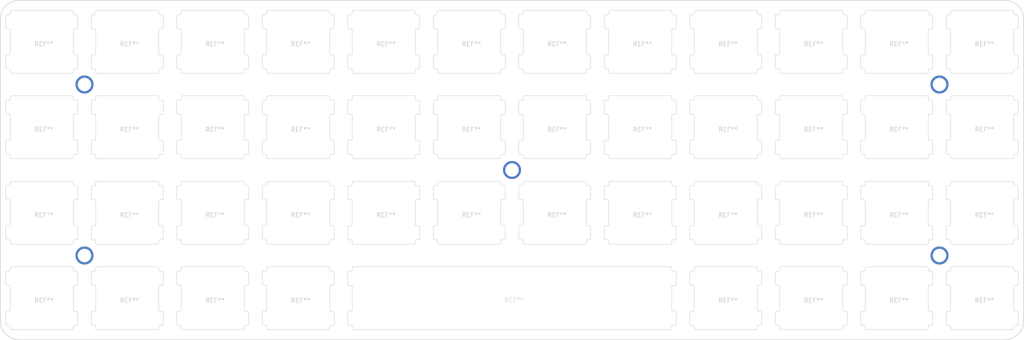
<source format=kicad_pcb>
(kicad_pcb (version 20171130) (host pcbnew 5.0.1)

  (general
    (thickness 1.6)
    (drawings 8)
    (tracks 5)
    (zones 0)
    (modules 45)
    (nets 1)
  )

  (page A4)
  (title_block
    (title SharkPCB)
    (date 2019-02-10)
    (rev V3.0.7)
    (company "Gondolin Electronics")
  )

  (layers
    (0 F.Cu signal)
    (31 B.Cu signal)
    (32 B.Adhes user hide)
    (33 F.Adhes user)
    (34 B.Paste user hide)
    (35 F.Paste user hide)
    (36 B.SilkS user)
    (37 F.SilkS user)
    (38 B.Mask user hide)
    (39 F.Mask user hide)
    (40 Dwgs.User user)
    (41 Cmts.User user)
    (42 Eco1.User user)
    (43 Eco2.User user)
    (44 Edge.Cuts user)
    (45 Margin user hide)
    (46 B.CrtYd user hide)
    (47 F.CrtYd user hide)
    (48 B.Fab user hide)
    (49 F.Fab user hide)
  )

  (setup
    (last_trace_width 0.254)
    (trace_clearance 0.13)
    (zone_clearance 0.127)
    (zone_45_only no)
    (trace_min 0.1)
    (segment_width 0.15)
    (edge_width 0.15)
    (via_size 0.45)
    (via_drill 0.2)
    (via_min_size 0.45)
    (via_min_drill 0.2)
    (uvia_size 0.45)
    (uvia_drill 0.2)
    (uvias_allowed no)
    (uvia_min_size 0.2)
    (uvia_min_drill 0.1)
    (pcb_text_width 0.3)
    (pcb_text_size 1.5 1.5)
    (mod_edge_width 0.15)
    (mod_text_size 1 1)
    (mod_text_width 0.15)
    (pad_size 1 2.2)
    (pad_drill 0.6)
    (pad_to_mask_clearance 0.051)
    (solder_mask_min_width 0.25)
    (aux_axis_origin 0 0)
    (grid_origin 148.463 102.743)
    (visible_elements FFFFFF7F)
    (pcbplotparams
      (layerselection 0x018f0_ffffffff)
      (usegerberextensions true)
      (usegerberattributes false)
      (usegerberadvancedattributes false)
      (creategerberjobfile false)
      (excludeedgelayer false)
      (linewidth 0.100000)
      (plotframeref false)
      (viasonmask false)
      (mode 1)
      (useauxorigin false)
      (hpglpennumber 1)
      (hpglpenspeed 20)
      (hpglpendiameter 15.000000)
      (psnegative false)
      (psa4output false)
      (plotreference true)
      (plotvalue true)
      (plotinvisibletext false)
      (padsonsilk false)
      (subtractmaskfromsilk false)
      (outputformat 1)
      (mirror false)
      (drillshape 0)
      (scaleselection 1)
      (outputdirectory "../../../gerbers/plates/hiPro/universal/"))
  )

  (net 0 "")

  (net_class Default "This is the default net class."
    (clearance 0.13)
    (trace_width 0.254)
    (via_dia 0.45)
    (via_drill 0.2)
    (uvia_dia 0.45)
    (uvia_drill 0.2)
  )

  (net_class Fine ""
    (clearance 0.13)
    (trace_width 0.13)
    (via_dia 0.508)
    (via_drill 0.2032)
    (uvia_dia 0.45)
    (uvia_drill 0.2)
  )

  (module acheronSwitchSlots:slotMX400 (layer F.Cu) (tedit 5C895868) (tstamp 5C712402)
    (at 148.463 131.243)
    (fp_text reference REF** (at 0.4 0.4) (layer Edge.Cuts)
      (effects (font (size 1 1) (thickness 0.1)))
    )
    (fp_text value slotMX400 (at 0.4 -0.6) (layer F.Fab)
      (effects (font (size 1 1) (thickness 0.1)))
    )
    (fp_arc (start -35.8 6.3) (end -35.5 6.3) (angle -90) (layer Edge.Cuts) (width 0.1))
    (fp_line (start -36.2 6) (end -35.8 6) (layer Edge.Cuts) (width 0.1))
    (fp_arc (start -36.2 5.7) (end -36.5 5.7) (angle -90) (layer Edge.Cuts) (width 0.1))
    (fp_line (start -35.8 2.8) (end -36.2 2.8) (layer Edge.Cuts) (width 0.1))
    (fp_arc (start -36.2 -5.7) (end -36.2 -6) (angle -90) (layer Edge.Cuts) (width 0.1))
    (fp_line (start -35.8 -6) (end -36.2 -6) (layer Edge.Cuts) (width 0.1))
    (fp_arc (start -35.2 6.7) (end -35.5 6.7) (angle -90) (layer Edge.Cuts) (width 0.1))
    (fp_arc (start -35.2 -6.7) (end -35.2 -7) (angle -90) (layer Edge.Cuts) (width 0.1))
    (fp_line (start -36.2 -2.8) (end -35.8 -2.8) (layer Edge.Cuts) (width 0.1))
    (fp_line (start -36.5 3.1) (end -36.5 5.7) (layer Edge.Cuts) (width 0.1))
    (fp_line (start -35.5 6.7) (end -35.5 6.3) (layer Edge.Cuts) (width 0.1))
    (fp_arc (start -35.8 2.5) (end -35.8 2.8) (angle -90) (layer Edge.Cuts) (width 0.1))
    (fp_arc (start -35.8 -6.3) (end -35.8 -6) (angle -90) (layer Edge.Cuts) (width 0.1))
    (fp_arc (start -36.2 3.1) (end -36.2 2.8) (angle -90) (layer Edge.Cuts) (width 0.1))
    (fp_line (start -35.5 -6.3) (end -35.5 -6.7) (layer Edge.Cuts) (width 0.1))
    (fp_arc (start -35.8 -2.5) (end -35.5 -2.5) (angle -90) (layer Edge.Cuts) (width 0.1))
    (fp_arc (start -36.2 -3.1) (end -36.5 -3.1) (angle -90) (layer Edge.Cuts) (width 0.1))
    (fp_line (start -36.5 -5.7) (end -36.5 -3.1) (layer Edge.Cuts) (width 0.1))
    (fp_line (start -35.5 2.5) (end -35.5 -2.5) (layer Edge.Cuts) (width 0.1))
    (fp_line (start 35.5 6.3) (end 35.5 6.7) (layer Edge.Cuts) (width 0.1))
    (fp_arc (start 35.8 2.5) (end 35.5 2.5) (angle -90) (layer Edge.Cuts) (width 0.1))
    (fp_line (start 36.2 2.8) (end 35.8 2.8) (layer Edge.Cuts) (width 0.1))
    (fp_arc (start 36.2 3.1) (end 36.5 3.1) (angle -90) (layer Edge.Cuts) (width 0.1))
    (fp_line (start 35.8 6) (end 36.2 6) (layer Edge.Cuts) (width 0.1))
    (fp_line (start 36.5 5.7) (end 36.5 3.1) (layer Edge.Cuts) (width 0.1))
    (fp_line (start 35.5 -2.5) (end 35.5 2.5) (layer Edge.Cuts) (width 0.1))
    (fp_arc (start 35.8 6.3) (end 35.8 6) (angle -90) (layer Edge.Cuts) (width 0.1))
    (fp_arc (start 36.2 5.7) (end 36.2 6) (angle -90) (layer Edge.Cuts) (width 0.1))
    (fp_line (start 35.5 -6.7) (end 35.5 -6.3) (layer Edge.Cuts) (width 0.1))
    (fp_arc (start 35.8 -2.5) (end 35.8 -2.8) (angle -90) (layer Edge.Cuts) (width 0.1))
    (fp_arc (start 35.8 -6.3) (end 35.5 -6.3) (angle -90) (layer Edge.Cuts) (width 0.1))
    (fp_arc (start 36.2 -5.7) (end 36.5 -5.7) (angle -90) (layer Edge.Cuts) (width 0.1))
    (fp_arc (start 36.2 -3.1) (end 36.2 -2.8) (angle -90) (layer Edge.Cuts) (width 0.1))
    (fp_line (start 36.2 -6) (end 35.8 -6) (layer Edge.Cuts) (width 0.1))
    (fp_line (start 36.5 -3.1) (end 36.5 -5.7) (layer Edge.Cuts) (width 0.1))
    (fp_line (start 35.8 -2.8) (end 36.2 -2.8) (layer Edge.Cuts) (width 0.1))
    (fp_line (start 35.2 7) (end -35.2 7) (layer Edge.Cuts) (width 0.1))
    (fp_arc (start 35.2 6.7) (end 35.2 7) (angle -90) (layer Edge.Cuts) (width 0.1))
    (fp_arc (start 35.2 -6.7) (end 35.5 -6.7) (angle -90) (layer Edge.Cuts) (width 0.1))
    (fp_line (start 35.2 -7) (end -35.2 -7) (layer Edge.Cuts) (width 0.1))
  )

  (module acheronSwitchSlots:slotMX100 (layer F.Cu) (tedit 5C8958E0) (tstamp 5C70FF96)
    (at 233.963 131.243)
    (fp_text reference REF** (at 0.5 0.5) (layer Edge.Cuts)
      (effects (font (size 1 1) (thickness 0.15)))
    )
    (fp_text value slotMX100 (at 0.5 -0.5) (layer F.Fab)
      (effects (font (size 1 1) (thickness 0.15)))
    )
    (fp_arc (start -7.8 -5.8) (end -7.8 -6) (angle -90) (layer Edge.Cuts) (width 0.1))
    (fp_arc (start -7.7 -3.2) (end -8 -3.2) (angle -90) (layer Edge.Cuts) (width 0.1))
    (fp_arc (start -7.3 -2.6) (end -7 -2.6) (angle -90) (layer Edge.Cuts) (width 0.1))
    (fp_arc (start -7.3 -6.3) (end -7.3 -6) (angle -90) (layer Edge.Cuts) (width 0.1))
    (fp_line (start -8 -5.8) (end -8 -3.2) (layer Edge.Cuts) (width 0.1))
    (fp_line (start -7.3 -2.9) (end -7.7 -2.9) (layer Edge.Cuts) (width 0.1))
    (fp_line (start -7.8 -6) (end -7.3 -6) (layer Edge.Cuts) (width 0.1))
    (fp_arc (start -7.3 6.3) (end -7 6.3) (angle -90) (layer Edge.Cuts) (width 0.1))
    (fp_arc (start -7.7 5.7) (end -8 5.7) (angle -90) (layer Edge.Cuts) (width 0.1))
    (fp_line (start -7.8 2.9) (end -7.3 2.9) (layer Edge.Cuts) (width 0.1))
    (fp_line (start -8 3.1) (end -8 5.7) (layer Edge.Cuts) (width 0.1))
    (fp_line (start -7.3 6) (end -7.7 6) (layer Edge.Cuts) (width 0.1))
    (fp_arc (start -7.3 2.6) (end -7.3 2.9) (angle -90) (layer Edge.Cuts) (width 0.1))
    (fp_arc (start -7.8 3.1) (end -7.8 2.9) (angle -90) (layer Edge.Cuts) (width 0.1))
    (fp_arc (start 7.8 5.8) (end 7.8 6) (angle -90) (layer Edge.Cuts) (width 0.1))
    (fp_arc (start 7.3 6.3) (end 7.3 6) (angle -90) (layer Edge.Cuts) (width 0.1))
    (fp_line (start 7.3 2.9) (end 7.7 2.9) (layer Edge.Cuts) (width 0.1))
    (fp_line (start 8 5.8) (end 8 3.2) (layer Edge.Cuts) (width 0.1))
    (fp_line (start 7.8 6) (end 7.3 6) (layer Edge.Cuts) (width 0.1))
    (fp_arc (start 7.7 3.2) (end 8 3.2) (angle -90) (layer Edge.Cuts) (width 0.1))
    (fp_arc (start 7.3 2.6) (end 7 2.6) (angle -90) (layer Edge.Cuts) (width 0.1))
    (fp_line (start 7 -6.7) (end 7 -6.3) (layer Edge.Cuts) (width 0.1))
    (fp_arc (start 7.7 -5.7) (end 8 -5.7) (angle -90) (layer Edge.Cuts) (width 0.1))
    (fp_arc (start 7.3 -6.3) (end 7 -6.3) (angle -90) (layer Edge.Cuts) (width 0.1))
    (fp_arc (start 6.7 6.7) (end 6.7 7) (angle -90) (layer Edge.Cuts) (width 0.1))
    (fp_line (start 7 2.6) (end 7 -2.6) (layer Edge.Cuts) (width 0.1))
    (fp_line (start 7.8 -2.9) (end 7.3 -2.9) (layer Edge.Cuts) (width 0.1))
    (fp_line (start 8 -3.1) (end 8 -5.7) (layer Edge.Cuts) (width 0.1))
    (fp_line (start 7.3 -6) (end 7.7 -6) (layer Edge.Cuts) (width 0.1))
    (fp_arc (start 7.3 -2.6) (end 7.3 -2.9) (angle -90) (layer Edge.Cuts) (width 0.1))
    (fp_arc (start 7.8 -3.1) (end 7.8 -2.9) (angle -90) (layer Edge.Cuts) (width 0.1))
    (fp_arc (start 6.7 -6.7) (end 7 -6.7) (angle -90) (layer Edge.Cuts) (width 0.1))
    (fp_line (start 7 6.3) (end 7 6.7) (layer Edge.Cuts) (width 0.1))
    (fp_line (start -7 -6.3) (end -7 -6.7) (layer Edge.Cuts) (width 0.1))
    (fp_line (start -7 -2.6) (end -7 2.6) (layer Edge.Cuts) (width 0.1))
    (fp_line (start 6.7 -7) (end -6.7 -7) (layer Edge.Cuts) (width 0.1))
    (fp_arc (start -6.7 -6.7) (end -6.7 -7) (angle -90) (layer Edge.Cuts) (width 0.1))
    (fp_line (start -7 6.7) (end -7 6.3) (layer Edge.Cuts) (width 0.1))
    (fp_arc (start -6.7 6.7) (end -7 6.7) (angle -90) (layer Edge.Cuts) (width 0.1))
    (fp_line (start 6.7 7) (end -6.7 7) (layer Edge.Cuts) (width 0.1))
    (model ${ACHERONLIB}/3d_models/mx_switch.step
      (offset (xyz -7.35 -7.3 1))
      (scale (xyz 1 1 1))
      (rotate (xyz -90 0 0))
    )
  )

  (module acheronSwitchSlots:slotMX100 (layer F.Cu) (tedit 5C8958E0) (tstamp 5C70FF8B)
    (at 233.963 112.243)
    (fp_text reference REF** (at 0.5 0.5) (layer Edge.Cuts)
      (effects (font (size 1 1) (thickness 0.15)))
    )
    (fp_text value slotMX100 (at 0.5 -0.5) (layer F.Fab)
      (effects (font (size 1 1) (thickness 0.15)))
    )
    (fp_arc (start -7.8 -5.8) (end -7.8 -6) (angle -90) (layer Edge.Cuts) (width 0.1))
    (fp_arc (start -7.7 -3.2) (end -8 -3.2) (angle -90) (layer Edge.Cuts) (width 0.1))
    (fp_arc (start -7.3 -2.6) (end -7 -2.6) (angle -90) (layer Edge.Cuts) (width 0.1))
    (fp_arc (start -7.3 -6.3) (end -7.3 -6) (angle -90) (layer Edge.Cuts) (width 0.1))
    (fp_line (start -8 -5.8) (end -8 -3.2) (layer Edge.Cuts) (width 0.1))
    (fp_line (start -7.3 -2.9) (end -7.7 -2.9) (layer Edge.Cuts) (width 0.1))
    (fp_line (start -7.8 -6) (end -7.3 -6) (layer Edge.Cuts) (width 0.1))
    (fp_arc (start -7.3 6.3) (end -7 6.3) (angle -90) (layer Edge.Cuts) (width 0.1))
    (fp_arc (start -7.7 5.7) (end -8 5.7) (angle -90) (layer Edge.Cuts) (width 0.1))
    (fp_line (start -7.8 2.9) (end -7.3 2.9) (layer Edge.Cuts) (width 0.1))
    (fp_line (start -8 3.1) (end -8 5.7) (layer Edge.Cuts) (width 0.1))
    (fp_line (start -7.3 6) (end -7.7 6) (layer Edge.Cuts) (width 0.1))
    (fp_arc (start -7.3 2.6) (end -7.3 2.9) (angle -90) (layer Edge.Cuts) (width 0.1))
    (fp_arc (start -7.8 3.1) (end -7.8 2.9) (angle -90) (layer Edge.Cuts) (width 0.1))
    (fp_arc (start 7.8 5.8) (end 7.8 6) (angle -90) (layer Edge.Cuts) (width 0.1))
    (fp_arc (start 7.3 6.3) (end 7.3 6) (angle -90) (layer Edge.Cuts) (width 0.1))
    (fp_line (start 7.3 2.9) (end 7.7 2.9) (layer Edge.Cuts) (width 0.1))
    (fp_line (start 8 5.8) (end 8 3.2) (layer Edge.Cuts) (width 0.1))
    (fp_line (start 7.8 6) (end 7.3 6) (layer Edge.Cuts) (width 0.1))
    (fp_arc (start 7.7 3.2) (end 8 3.2) (angle -90) (layer Edge.Cuts) (width 0.1))
    (fp_arc (start 7.3 2.6) (end 7 2.6) (angle -90) (layer Edge.Cuts) (width 0.1))
    (fp_line (start 7 -6.7) (end 7 -6.3) (layer Edge.Cuts) (width 0.1))
    (fp_arc (start 7.7 -5.7) (end 8 -5.7) (angle -90) (layer Edge.Cuts) (width 0.1))
    (fp_arc (start 7.3 -6.3) (end 7 -6.3) (angle -90) (layer Edge.Cuts) (width 0.1))
    (fp_arc (start 6.7 6.7) (end 6.7 7) (angle -90) (layer Edge.Cuts) (width 0.1))
    (fp_line (start 7 2.6) (end 7 -2.6) (layer Edge.Cuts) (width 0.1))
    (fp_line (start 7.8 -2.9) (end 7.3 -2.9) (layer Edge.Cuts) (width 0.1))
    (fp_line (start 8 -3.1) (end 8 -5.7) (layer Edge.Cuts) (width 0.1))
    (fp_line (start 7.3 -6) (end 7.7 -6) (layer Edge.Cuts) (width 0.1))
    (fp_arc (start 7.3 -2.6) (end 7.3 -2.9) (angle -90) (layer Edge.Cuts) (width 0.1))
    (fp_arc (start 7.8 -3.1) (end 7.8 -2.9) (angle -90) (layer Edge.Cuts) (width 0.1))
    (fp_arc (start 6.7 -6.7) (end 7 -6.7) (angle -90) (layer Edge.Cuts) (width 0.1))
    (fp_line (start 7 6.3) (end 7 6.7) (layer Edge.Cuts) (width 0.1))
    (fp_line (start -7 -6.3) (end -7 -6.7) (layer Edge.Cuts) (width 0.1))
    (fp_line (start -7 -2.6) (end -7 2.6) (layer Edge.Cuts) (width 0.1))
    (fp_line (start 6.7 -7) (end -6.7 -7) (layer Edge.Cuts) (width 0.1))
    (fp_arc (start -6.7 -6.7) (end -6.7 -7) (angle -90) (layer Edge.Cuts) (width 0.1))
    (fp_line (start -7 6.7) (end -7 6.3) (layer Edge.Cuts) (width 0.1))
    (fp_arc (start -6.7 6.7) (end -7 6.7) (angle -90) (layer Edge.Cuts) (width 0.1))
    (fp_line (start 6.7 7) (end -6.7 7) (layer Edge.Cuts) (width 0.1))
    (model ${ACHERONLIB}/3d_models/mx_switch.step
      (offset (xyz -7.35 -7.3 1))
      (scale (xyz 1 1 1))
      (rotate (xyz -90 0 0))
    )
  )

  (module acheronSwitchSlots:slotMX100 (layer F.Cu) (tedit 5C8958E0) (tstamp 5C70FF80)
    (at 233.963 74.243)
    (fp_text reference REF** (at 0.5 0.5) (layer Edge.Cuts)
      (effects (font (size 1 1) (thickness 0.15)))
    )
    (fp_text value slotMX100 (at 0.5 -0.5) (layer F.Fab)
      (effects (font (size 1 1) (thickness 0.15)))
    )
    (fp_arc (start -7.8 -5.8) (end -7.8 -6) (angle -90) (layer Edge.Cuts) (width 0.1))
    (fp_arc (start -7.7 -3.2) (end -8 -3.2) (angle -90) (layer Edge.Cuts) (width 0.1))
    (fp_arc (start -7.3 -2.6) (end -7 -2.6) (angle -90) (layer Edge.Cuts) (width 0.1))
    (fp_arc (start -7.3 -6.3) (end -7.3 -6) (angle -90) (layer Edge.Cuts) (width 0.1))
    (fp_line (start -8 -5.8) (end -8 -3.2) (layer Edge.Cuts) (width 0.1))
    (fp_line (start -7.3 -2.9) (end -7.7 -2.9) (layer Edge.Cuts) (width 0.1))
    (fp_line (start -7.8 -6) (end -7.3 -6) (layer Edge.Cuts) (width 0.1))
    (fp_arc (start -7.3 6.3) (end -7 6.3) (angle -90) (layer Edge.Cuts) (width 0.1))
    (fp_arc (start -7.7 5.7) (end -8 5.7) (angle -90) (layer Edge.Cuts) (width 0.1))
    (fp_line (start -7.8 2.9) (end -7.3 2.9) (layer Edge.Cuts) (width 0.1))
    (fp_line (start -8 3.1) (end -8 5.7) (layer Edge.Cuts) (width 0.1))
    (fp_line (start -7.3 6) (end -7.7 6) (layer Edge.Cuts) (width 0.1))
    (fp_arc (start -7.3 2.6) (end -7.3 2.9) (angle -90) (layer Edge.Cuts) (width 0.1))
    (fp_arc (start -7.8 3.1) (end -7.8 2.9) (angle -90) (layer Edge.Cuts) (width 0.1))
    (fp_arc (start 7.8 5.8) (end 7.8 6) (angle -90) (layer Edge.Cuts) (width 0.1))
    (fp_arc (start 7.3 6.3) (end 7.3 6) (angle -90) (layer Edge.Cuts) (width 0.1))
    (fp_line (start 7.3 2.9) (end 7.7 2.9) (layer Edge.Cuts) (width 0.1))
    (fp_line (start 8 5.8) (end 8 3.2) (layer Edge.Cuts) (width 0.1))
    (fp_line (start 7.8 6) (end 7.3 6) (layer Edge.Cuts) (width 0.1))
    (fp_arc (start 7.7 3.2) (end 8 3.2) (angle -90) (layer Edge.Cuts) (width 0.1))
    (fp_arc (start 7.3 2.6) (end 7 2.6) (angle -90) (layer Edge.Cuts) (width 0.1))
    (fp_line (start 7 -6.7) (end 7 -6.3) (layer Edge.Cuts) (width 0.1))
    (fp_arc (start 7.7 -5.7) (end 8 -5.7) (angle -90) (layer Edge.Cuts) (width 0.1))
    (fp_arc (start 7.3 -6.3) (end 7 -6.3) (angle -90) (layer Edge.Cuts) (width 0.1))
    (fp_arc (start 6.7 6.7) (end 6.7 7) (angle -90) (layer Edge.Cuts) (width 0.1))
    (fp_line (start 7 2.6) (end 7 -2.6) (layer Edge.Cuts) (width 0.1))
    (fp_line (start 7.8 -2.9) (end 7.3 -2.9) (layer Edge.Cuts) (width 0.1))
    (fp_line (start 8 -3.1) (end 8 -5.7) (layer Edge.Cuts) (width 0.1))
    (fp_line (start 7.3 -6) (end 7.7 -6) (layer Edge.Cuts) (width 0.1))
    (fp_arc (start 7.3 -2.6) (end 7.3 -2.9) (angle -90) (layer Edge.Cuts) (width 0.1))
    (fp_arc (start 7.8 -3.1) (end 7.8 -2.9) (angle -90) (layer Edge.Cuts) (width 0.1))
    (fp_arc (start 6.7 -6.7) (end 7 -6.7) (angle -90) (layer Edge.Cuts) (width 0.1))
    (fp_line (start 7 6.3) (end 7 6.7) (layer Edge.Cuts) (width 0.1))
    (fp_line (start -7 -6.3) (end -7 -6.7) (layer Edge.Cuts) (width 0.1))
    (fp_line (start -7 -2.6) (end -7 2.6) (layer Edge.Cuts) (width 0.1))
    (fp_line (start 6.7 -7) (end -6.7 -7) (layer Edge.Cuts) (width 0.1))
    (fp_arc (start -6.7 -6.7) (end -6.7 -7) (angle -90) (layer Edge.Cuts) (width 0.1))
    (fp_line (start -7 6.7) (end -7 6.3) (layer Edge.Cuts) (width 0.1))
    (fp_arc (start -6.7 6.7) (end -7 6.7) (angle -90) (layer Edge.Cuts) (width 0.1))
    (fp_line (start 6.7 7) (end -6.7 7) (layer Edge.Cuts) (width 0.1))
    (model ${ACHERONLIB}/3d_models/mx_switch.step
      (offset (xyz -7.35 -7.3 1))
      (scale (xyz 1 1 1))
      (rotate (xyz -90 0 0))
    )
  )

  (module acheronSwitchSlots:slotMX100 (layer F.Cu) (tedit 5C8958E0) (tstamp 5C70FDE6)
    (at 81.963 131.243)
    (fp_text reference REF** (at 0.5 0.5) (layer Edge.Cuts)
      (effects (font (size 1 1) (thickness 0.15)))
    )
    (fp_text value slotMX100 (at 0.5 -0.5) (layer F.Fab)
      (effects (font (size 1 1) (thickness 0.15)))
    )
    (fp_arc (start -7.8 -5.8) (end -7.8 -6) (angle -90) (layer Edge.Cuts) (width 0.1))
    (fp_arc (start -7.7 -3.2) (end -8 -3.2) (angle -90) (layer Edge.Cuts) (width 0.1))
    (fp_arc (start -7.3 -2.6) (end -7 -2.6) (angle -90) (layer Edge.Cuts) (width 0.1))
    (fp_arc (start -7.3 -6.3) (end -7.3 -6) (angle -90) (layer Edge.Cuts) (width 0.1))
    (fp_line (start -8 -5.8) (end -8 -3.2) (layer Edge.Cuts) (width 0.1))
    (fp_line (start -7.3 -2.9) (end -7.7 -2.9) (layer Edge.Cuts) (width 0.1))
    (fp_line (start -7.8 -6) (end -7.3 -6) (layer Edge.Cuts) (width 0.1))
    (fp_arc (start -7.3 6.3) (end -7 6.3) (angle -90) (layer Edge.Cuts) (width 0.1))
    (fp_arc (start -7.7 5.7) (end -8 5.7) (angle -90) (layer Edge.Cuts) (width 0.1))
    (fp_line (start -7.8 2.9) (end -7.3 2.9) (layer Edge.Cuts) (width 0.1))
    (fp_line (start -8 3.1) (end -8 5.7) (layer Edge.Cuts) (width 0.1))
    (fp_line (start -7.3 6) (end -7.7 6) (layer Edge.Cuts) (width 0.1))
    (fp_arc (start -7.3 2.6) (end -7.3 2.9) (angle -90) (layer Edge.Cuts) (width 0.1))
    (fp_arc (start -7.8 3.1) (end -7.8 2.9) (angle -90) (layer Edge.Cuts) (width 0.1))
    (fp_arc (start 7.8 5.8) (end 7.8 6) (angle -90) (layer Edge.Cuts) (width 0.1))
    (fp_arc (start 7.3 6.3) (end 7.3 6) (angle -90) (layer Edge.Cuts) (width 0.1))
    (fp_line (start 7.3 2.9) (end 7.7 2.9) (layer Edge.Cuts) (width 0.1))
    (fp_line (start 8 5.8) (end 8 3.2) (layer Edge.Cuts) (width 0.1))
    (fp_line (start 7.8 6) (end 7.3 6) (layer Edge.Cuts) (width 0.1))
    (fp_arc (start 7.7 3.2) (end 8 3.2) (angle -90) (layer Edge.Cuts) (width 0.1))
    (fp_arc (start 7.3 2.6) (end 7 2.6) (angle -90) (layer Edge.Cuts) (width 0.1))
    (fp_line (start 7 -6.7) (end 7 -6.3) (layer Edge.Cuts) (width 0.1))
    (fp_arc (start 7.7 -5.7) (end 8 -5.7) (angle -90) (layer Edge.Cuts) (width 0.1))
    (fp_arc (start 7.3 -6.3) (end 7 -6.3) (angle -90) (layer Edge.Cuts) (width 0.1))
    (fp_arc (start 6.7 6.7) (end 6.7 7) (angle -90) (layer Edge.Cuts) (width 0.1))
    (fp_line (start 7 2.6) (end 7 -2.6) (layer Edge.Cuts) (width 0.1))
    (fp_line (start 7.8 -2.9) (end 7.3 -2.9) (layer Edge.Cuts) (width 0.1))
    (fp_line (start 8 -3.1) (end 8 -5.7) (layer Edge.Cuts) (width 0.1))
    (fp_line (start 7.3 -6) (end 7.7 -6) (layer Edge.Cuts) (width 0.1))
    (fp_arc (start 7.3 -2.6) (end 7.3 -2.9) (angle -90) (layer Edge.Cuts) (width 0.1))
    (fp_arc (start 7.8 -3.1) (end 7.8 -2.9) (angle -90) (layer Edge.Cuts) (width 0.1))
    (fp_arc (start 6.7 -6.7) (end 7 -6.7) (angle -90) (layer Edge.Cuts) (width 0.1))
    (fp_line (start 7 6.3) (end 7 6.7) (layer Edge.Cuts) (width 0.1))
    (fp_line (start -7 -6.3) (end -7 -6.7) (layer Edge.Cuts) (width 0.1))
    (fp_line (start -7 -2.6) (end -7 2.6) (layer Edge.Cuts) (width 0.1))
    (fp_line (start 6.7 -7) (end -6.7 -7) (layer Edge.Cuts) (width 0.1))
    (fp_arc (start -6.7 -6.7) (end -6.7 -7) (angle -90) (layer Edge.Cuts) (width 0.1))
    (fp_line (start -7 6.7) (end -7 6.3) (layer Edge.Cuts) (width 0.1))
    (fp_arc (start -6.7 6.7) (end -7 6.7) (angle -90) (layer Edge.Cuts) (width 0.1))
    (fp_line (start 6.7 7) (end -6.7 7) (layer Edge.Cuts) (width 0.1))
    (model ${ACHERONLIB}/3d_models/mx_switch.step
      (offset (xyz -7.35 -7.3 1))
      (scale (xyz 1 1 1))
      (rotate (xyz -90 0 0))
    )
  )

  (module acheronSwitchSlots:slotMX100 (layer F.Cu) (tedit 5C8958E0) (tstamp 5C70FDDB)
    (at 252.963 131.243)
    (fp_text reference REF** (at 0.5 0.5) (layer Edge.Cuts)
      (effects (font (size 1 1) (thickness 0.15)))
    )
    (fp_text value slotMX100 (at 0.5 -0.5) (layer F.Fab)
      (effects (font (size 1 1) (thickness 0.15)))
    )
    (fp_arc (start -7.8 -5.8) (end -7.8 -6) (angle -90) (layer Edge.Cuts) (width 0.1))
    (fp_arc (start -7.7 -3.2) (end -8 -3.2) (angle -90) (layer Edge.Cuts) (width 0.1))
    (fp_arc (start -7.3 -2.6) (end -7 -2.6) (angle -90) (layer Edge.Cuts) (width 0.1))
    (fp_arc (start -7.3 -6.3) (end -7.3 -6) (angle -90) (layer Edge.Cuts) (width 0.1))
    (fp_line (start -8 -5.8) (end -8 -3.2) (layer Edge.Cuts) (width 0.1))
    (fp_line (start -7.3 -2.9) (end -7.7 -2.9) (layer Edge.Cuts) (width 0.1))
    (fp_line (start -7.8 -6) (end -7.3 -6) (layer Edge.Cuts) (width 0.1))
    (fp_arc (start -7.3 6.3) (end -7 6.3) (angle -90) (layer Edge.Cuts) (width 0.1))
    (fp_arc (start -7.7 5.7) (end -8 5.7) (angle -90) (layer Edge.Cuts) (width 0.1))
    (fp_line (start -7.8 2.9) (end -7.3 2.9) (layer Edge.Cuts) (width 0.1))
    (fp_line (start -8 3.1) (end -8 5.7) (layer Edge.Cuts) (width 0.1))
    (fp_line (start -7.3 6) (end -7.7 6) (layer Edge.Cuts) (width 0.1))
    (fp_arc (start -7.3 2.6) (end -7.3 2.9) (angle -90) (layer Edge.Cuts) (width 0.1))
    (fp_arc (start -7.8 3.1) (end -7.8 2.9) (angle -90) (layer Edge.Cuts) (width 0.1))
    (fp_arc (start 7.8 5.8) (end 7.8 6) (angle -90) (layer Edge.Cuts) (width 0.1))
    (fp_arc (start 7.3 6.3) (end 7.3 6) (angle -90) (layer Edge.Cuts) (width 0.1))
    (fp_line (start 7.3 2.9) (end 7.7 2.9) (layer Edge.Cuts) (width 0.1))
    (fp_line (start 8 5.8) (end 8 3.2) (layer Edge.Cuts) (width 0.1))
    (fp_line (start 7.8 6) (end 7.3 6) (layer Edge.Cuts) (width 0.1))
    (fp_arc (start 7.7 3.2) (end 8 3.2) (angle -90) (layer Edge.Cuts) (width 0.1))
    (fp_arc (start 7.3 2.6) (end 7 2.6) (angle -90) (layer Edge.Cuts) (width 0.1))
    (fp_line (start 7 -6.7) (end 7 -6.3) (layer Edge.Cuts) (width 0.1))
    (fp_arc (start 7.7 -5.7) (end 8 -5.7) (angle -90) (layer Edge.Cuts) (width 0.1))
    (fp_arc (start 7.3 -6.3) (end 7 -6.3) (angle -90) (layer Edge.Cuts) (width 0.1))
    (fp_arc (start 6.7 6.7) (end 6.7 7) (angle -90) (layer Edge.Cuts) (width 0.1))
    (fp_line (start 7 2.6) (end 7 -2.6) (layer Edge.Cuts) (width 0.1))
    (fp_line (start 7.8 -2.9) (end 7.3 -2.9) (layer Edge.Cuts) (width 0.1))
    (fp_line (start 8 -3.1) (end 8 -5.7) (layer Edge.Cuts) (width 0.1))
    (fp_line (start 7.3 -6) (end 7.7 -6) (layer Edge.Cuts) (width 0.1))
    (fp_arc (start 7.3 -2.6) (end 7.3 -2.9) (angle -90) (layer Edge.Cuts) (width 0.1))
    (fp_arc (start 7.8 -3.1) (end 7.8 -2.9) (angle -90) (layer Edge.Cuts) (width 0.1))
    (fp_arc (start 6.7 -6.7) (end 7 -6.7) (angle -90) (layer Edge.Cuts) (width 0.1))
    (fp_line (start 7 6.3) (end 7 6.7) (layer Edge.Cuts) (width 0.1))
    (fp_line (start -7 -6.3) (end -7 -6.7) (layer Edge.Cuts) (width 0.1))
    (fp_line (start -7 -2.6) (end -7 2.6) (layer Edge.Cuts) (width 0.1))
    (fp_line (start 6.7 -7) (end -6.7 -7) (layer Edge.Cuts) (width 0.1))
    (fp_arc (start -6.7 -6.7) (end -6.7 -7) (angle -90) (layer Edge.Cuts) (width 0.1))
    (fp_line (start -7 6.7) (end -7 6.3) (layer Edge.Cuts) (width 0.1))
    (fp_arc (start -6.7 6.7) (end -7 6.7) (angle -90) (layer Edge.Cuts) (width 0.1))
    (fp_line (start 6.7 7) (end -6.7 7) (layer Edge.Cuts) (width 0.1))
    (model ${ACHERONLIB}/3d_models/mx_switch.step
      (offset (xyz -7.35 -7.3 1))
      (scale (xyz 1 1 1))
      (rotate (xyz -90 0 0))
    )
  )

  (module acheronSwitchSlots:slotMX100 (layer F.Cu) (tedit 5C8958E0) (tstamp 5C70FDC5)
    (at 195.963 131.243)
    (fp_text reference REF** (at 0.5 0.5) (layer Edge.Cuts)
      (effects (font (size 1 1) (thickness 0.15)))
    )
    (fp_text value slotMX100 (at 0.5 -0.5) (layer F.Fab)
      (effects (font (size 1 1) (thickness 0.15)))
    )
    (fp_arc (start -7.8 -5.8) (end -7.8 -6) (angle -90) (layer Edge.Cuts) (width 0.1))
    (fp_arc (start -7.7 -3.2) (end -8 -3.2) (angle -90) (layer Edge.Cuts) (width 0.1))
    (fp_arc (start -7.3 -2.6) (end -7 -2.6) (angle -90) (layer Edge.Cuts) (width 0.1))
    (fp_arc (start -7.3 -6.3) (end -7.3 -6) (angle -90) (layer Edge.Cuts) (width 0.1))
    (fp_line (start -8 -5.8) (end -8 -3.2) (layer Edge.Cuts) (width 0.1))
    (fp_line (start -7.3 -2.9) (end -7.7 -2.9) (layer Edge.Cuts) (width 0.1))
    (fp_line (start -7.8 -6) (end -7.3 -6) (layer Edge.Cuts) (width 0.1))
    (fp_arc (start -7.3 6.3) (end -7 6.3) (angle -90) (layer Edge.Cuts) (width 0.1))
    (fp_arc (start -7.7 5.7) (end -8 5.7) (angle -90) (layer Edge.Cuts) (width 0.1))
    (fp_line (start -7.8 2.9) (end -7.3 2.9) (layer Edge.Cuts) (width 0.1))
    (fp_line (start -8 3.1) (end -8 5.7) (layer Edge.Cuts) (width 0.1))
    (fp_line (start -7.3 6) (end -7.7 6) (layer Edge.Cuts) (width 0.1))
    (fp_arc (start -7.3 2.6) (end -7.3 2.9) (angle -90) (layer Edge.Cuts) (width 0.1))
    (fp_arc (start -7.8 3.1) (end -7.8 2.9) (angle -90) (layer Edge.Cuts) (width 0.1))
    (fp_arc (start 7.8 5.8) (end 7.8 6) (angle -90) (layer Edge.Cuts) (width 0.1))
    (fp_arc (start 7.3 6.3) (end 7.3 6) (angle -90) (layer Edge.Cuts) (width 0.1))
    (fp_line (start 7.3 2.9) (end 7.7 2.9) (layer Edge.Cuts) (width 0.1))
    (fp_line (start 8 5.8) (end 8 3.2) (layer Edge.Cuts) (width 0.1))
    (fp_line (start 7.8 6) (end 7.3 6) (layer Edge.Cuts) (width 0.1))
    (fp_arc (start 7.7 3.2) (end 8 3.2) (angle -90) (layer Edge.Cuts) (width 0.1))
    (fp_arc (start 7.3 2.6) (end 7 2.6) (angle -90) (layer Edge.Cuts) (width 0.1))
    (fp_line (start 7 -6.7) (end 7 -6.3) (layer Edge.Cuts) (width 0.1))
    (fp_arc (start 7.7 -5.7) (end 8 -5.7) (angle -90) (layer Edge.Cuts) (width 0.1))
    (fp_arc (start 7.3 -6.3) (end 7 -6.3) (angle -90) (layer Edge.Cuts) (width 0.1))
    (fp_arc (start 6.7 6.7) (end 6.7 7) (angle -90) (layer Edge.Cuts) (width 0.1))
    (fp_line (start 7 2.6) (end 7 -2.6) (layer Edge.Cuts) (width 0.1))
    (fp_line (start 7.8 -2.9) (end 7.3 -2.9) (layer Edge.Cuts) (width 0.1))
    (fp_line (start 8 -3.1) (end 8 -5.7) (layer Edge.Cuts) (width 0.1))
    (fp_line (start 7.3 -6) (end 7.7 -6) (layer Edge.Cuts) (width 0.1))
    (fp_arc (start 7.3 -2.6) (end 7.3 -2.9) (angle -90) (layer Edge.Cuts) (width 0.1))
    (fp_arc (start 7.8 -3.1) (end 7.8 -2.9) (angle -90) (layer Edge.Cuts) (width 0.1))
    (fp_arc (start 6.7 -6.7) (end 7 -6.7) (angle -90) (layer Edge.Cuts) (width 0.1))
    (fp_line (start 7 6.3) (end 7 6.7) (layer Edge.Cuts) (width 0.1))
    (fp_line (start -7 -6.3) (end -7 -6.7) (layer Edge.Cuts) (width 0.1))
    (fp_line (start -7 -2.6) (end -7 2.6) (layer Edge.Cuts) (width 0.1))
    (fp_line (start 6.7 -7) (end -6.7 -7) (layer Edge.Cuts) (width 0.1))
    (fp_arc (start -6.7 -6.7) (end -6.7 -7) (angle -90) (layer Edge.Cuts) (width 0.1))
    (fp_line (start -7 6.7) (end -7 6.3) (layer Edge.Cuts) (width 0.1))
    (fp_arc (start -6.7 6.7) (end -7 6.7) (angle -90) (layer Edge.Cuts) (width 0.1))
    (fp_line (start 6.7 7) (end -6.7 7) (layer Edge.Cuts) (width 0.1))
    (model ${ACHERONLIB}/3d_models/mx_switch.step
      (offset (xyz -7.35 -7.3 1))
      (scale (xyz 1 1 1))
      (rotate (xyz -90 0 0))
    )
  )

  (module acheronSwitchSlots:slotMX100 (layer F.Cu) (tedit 5C8958E0) (tstamp 5C70FDA4)
    (at 100.963 131.243)
    (fp_text reference REF** (at 0.5 0.5) (layer Edge.Cuts)
      (effects (font (size 1 1) (thickness 0.15)))
    )
    (fp_text value slotMX100 (at 0.5 -0.5) (layer F.Fab)
      (effects (font (size 1 1) (thickness 0.15)))
    )
    (fp_arc (start -7.8 -5.8) (end -7.8 -6) (angle -90) (layer Edge.Cuts) (width 0.1))
    (fp_arc (start -7.7 -3.2) (end -8 -3.2) (angle -90) (layer Edge.Cuts) (width 0.1))
    (fp_arc (start -7.3 -2.6) (end -7 -2.6) (angle -90) (layer Edge.Cuts) (width 0.1))
    (fp_arc (start -7.3 -6.3) (end -7.3 -6) (angle -90) (layer Edge.Cuts) (width 0.1))
    (fp_line (start -8 -5.8) (end -8 -3.2) (layer Edge.Cuts) (width 0.1))
    (fp_line (start -7.3 -2.9) (end -7.7 -2.9) (layer Edge.Cuts) (width 0.1))
    (fp_line (start -7.8 -6) (end -7.3 -6) (layer Edge.Cuts) (width 0.1))
    (fp_arc (start -7.3 6.3) (end -7 6.3) (angle -90) (layer Edge.Cuts) (width 0.1))
    (fp_arc (start -7.7 5.7) (end -8 5.7) (angle -90) (layer Edge.Cuts) (width 0.1))
    (fp_line (start -7.8 2.9) (end -7.3 2.9) (layer Edge.Cuts) (width 0.1))
    (fp_line (start -8 3.1) (end -8 5.7) (layer Edge.Cuts) (width 0.1))
    (fp_line (start -7.3 6) (end -7.7 6) (layer Edge.Cuts) (width 0.1))
    (fp_arc (start -7.3 2.6) (end -7.3 2.9) (angle -90) (layer Edge.Cuts) (width 0.1))
    (fp_arc (start -7.8 3.1) (end -7.8 2.9) (angle -90) (layer Edge.Cuts) (width 0.1))
    (fp_arc (start 7.8 5.8) (end 7.8 6) (angle -90) (layer Edge.Cuts) (width 0.1))
    (fp_arc (start 7.3 6.3) (end 7.3 6) (angle -90) (layer Edge.Cuts) (width 0.1))
    (fp_line (start 7.3 2.9) (end 7.7 2.9) (layer Edge.Cuts) (width 0.1))
    (fp_line (start 8 5.8) (end 8 3.2) (layer Edge.Cuts) (width 0.1))
    (fp_line (start 7.8 6) (end 7.3 6) (layer Edge.Cuts) (width 0.1))
    (fp_arc (start 7.7 3.2) (end 8 3.2) (angle -90) (layer Edge.Cuts) (width 0.1))
    (fp_arc (start 7.3 2.6) (end 7 2.6) (angle -90) (layer Edge.Cuts) (width 0.1))
    (fp_line (start 7 -6.7) (end 7 -6.3) (layer Edge.Cuts) (width 0.1))
    (fp_arc (start 7.7 -5.7) (end 8 -5.7) (angle -90) (layer Edge.Cuts) (width 0.1))
    (fp_arc (start 7.3 -6.3) (end 7 -6.3) (angle -90) (layer Edge.Cuts) (width 0.1))
    (fp_arc (start 6.7 6.7) (end 6.7 7) (angle -90) (layer Edge.Cuts) (width 0.1))
    (fp_line (start 7 2.6) (end 7 -2.6) (layer Edge.Cuts) (width 0.1))
    (fp_line (start 7.8 -2.9) (end 7.3 -2.9) (layer Edge.Cuts) (width 0.1))
    (fp_line (start 8 -3.1) (end 8 -5.7) (layer Edge.Cuts) (width 0.1))
    (fp_line (start 7.3 -6) (end 7.7 -6) (layer Edge.Cuts) (width 0.1))
    (fp_arc (start 7.3 -2.6) (end 7.3 -2.9) (angle -90) (layer Edge.Cuts) (width 0.1))
    (fp_arc (start 7.8 -3.1) (end 7.8 -2.9) (angle -90) (layer Edge.Cuts) (width 0.1))
    (fp_arc (start 6.7 -6.7) (end 7 -6.7) (angle -90) (layer Edge.Cuts) (width 0.1))
    (fp_line (start 7 6.3) (end 7 6.7) (layer Edge.Cuts) (width 0.1))
    (fp_line (start -7 -6.3) (end -7 -6.7) (layer Edge.Cuts) (width 0.1))
    (fp_line (start -7 -2.6) (end -7 2.6) (layer Edge.Cuts) (width 0.1))
    (fp_line (start 6.7 -7) (end -6.7 -7) (layer Edge.Cuts) (width 0.1))
    (fp_arc (start -6.7 -6.7) (end -6.7 -7) (angle -90) (layer Edge.Cuts) (width 0.1))
    (fp_line (start -7 6.7) (end -7 6.3) (layer Edge.Cuts) (width 0.1))
    (fp_arc (start -6.7 6.7) (end -7 6.7) (angle -90) (layer Edge.Cuts) (width 0.1))
    (fp_line (start 6.7 7) (end -6.7 7) (layer Edge.Cuts) (width 0.1))
    (model ${ACHERONLIB}/3d_models/mx_switch.step
      (offset (xyz -7.35 -7.3 1))
      (scale (xyz 1 1 1))
      (rotate (xyz -90 0 0))
    )
  )

  (module acheronSwitchSlots:slotMX100 (layer F.Cu) (tedit 5C8958E0) (tstamp 5C70FD8E)
    (at 214.963 131.243)
    (fp_text reference REF** (at 0.5 0.5) (layer Edge.Cuts)
      (effects (font (size 1 1) (thickness 0.15)))
    )
    (fp_text value slotMX100 (at 0.5 -0.5) (layer F.Fab)
      (effects (font (size 1 1) (thickness 0.15)))
    )
    (fp_arc (start -7.8 -5.8) (end -7.8 -6) (angle -90) (layer Edge.Cuts) (width 0.1))
    (fp_arc (start -7.7 -3.2) (end -8 -3.2) (angle -90) (layer Edge.Cuts) (width 0.1))
    (fp_arc (start -7.3 -2.6) (end -7 -2.6) (angle -90) (layer Edge.Cuts) (width 0.1))
    (fp_arc (start -7.3 -6.3) (end -7.3 -6) (angle -90) (layer Edge.Cuts) (width 0.1))
    (fp_line (start -8 -5.8) (end -8 -3.2) (layer Edge.Cuts) (width 0.1))
    (fp_line (start -7.3 -2.9) (end -7.7 -2.9) (layer Edge.Cuts) (width 0.1))
    (fp_line (start -7.8 -6) (end -7.3 -6) (layer Edge.Cuts) (width 0.1))
    (fp_arc (start -7.3 6.3) (end -7 6.3) (angle -90) (layer Edge.Cuts) (width 0.1))
    (fp_arc (start -7.7 5.7) (end -8 5.7) (angle -90) (layer Edge.Cuts) (width 0.1))
    (fp_line (start -7.8 2.9) (end -7.3 2.9) (layer Edge.Cuts) (width 0.1))
    (fp_line (start -8 3.1) (end -8 5.7) (layer Edge.Cuts) (width 0.1))
    (fp_line (start -7.3 6) (end -7.7 6) (layer Edge.Cuts) (width 0.1))
    (fp_arc (start -7.3 2.6) (end -7.3 2.9) (angle -90) (layer Edge.Cuts) (width 0.1))
    (fp_arc (start -7.8 3.1) (end -7.8 2.9) (angle -90) (layer Edge.Cuts) (width 0.1))
    (fp_arc (start 7.8 5.8) (end 7.8 6) (angle -90) (layer Edge.Cuts) (width 0.1))
    (fp_arc (start 7.3 6.3) (end 7.3 6) (angle -90) (layer Edge.Cuts) (width 0.1))
    (fp_line (start 7.3 2.9) (end 7.7 2.9) (layer Edge.Cuts) (width 0.1))
    (fp_line (start 8 5.8) (end 8 3.2) (layer Edge.Cuts) (width 0.1))
    (fp_line (start 7.8 6) (end 7.3 6) (layer Edge.Cuts) (width 0.1))
    (fp_arc (start 7.7 3.2) (end 8 3.2) (angle -90) (layer Edge.Cuts) (width 0.1))
    (fp_arc (start 7.3 2.6) (end 7 2.6) (angle -90) (layer Edge.Cuts) (width 0.1))
    (fp_line (start 7 -6.7) (end 7 -6.3) (layer Edge.Cuts) (width 0.1))
    (fp_arc (start 7.7 -5.7) (end 8 -5.7) (angle -90) (layer Edge.Cuts) (width 0.1))
    (fp_arc (start 7.3 -6.3) (end 7 -6.3) (angle -90) (layer Edge.Cuts) (width 0.1))
    (fp_arc (start 6.7 6.7) (end 6.7 7) (angle -90) (layer Edge.Cuts) (width 0.1))
    (fp_line (start 7 2.6) (end 7 -2.6) (layer Edge.Cuts) (width 0.1))
    (fp_line (start 7.8 -2.9) (end 7.3 -2.9) (layer Edge.Cuts) (width 0.1))
    (fp_line (start 8 -3.1) (end 8 -5.7) (layer Edge.Cuts) (width 0.1))
    (fp_line (start 7.3 -6) (end 7.7 -6) (layer Edge.Cuts) (width 0.1))
    (fp_arc (start 7.3 -2.6) (end 7.3 -2.9) (angle -90) (layer Edge.Cuts) (width 0.1))
    (fp_arc (start 7.8 -3.1) (end 7.8 -2.9) (angle -90) (layer Edge.Cuts) (width 0.1))
    (fp_arc (start 6.7 -6.7) (end 7 -6.7) (angle -90) (layer Edge.Cuts) (width 0.1))
    (fp_line (start 7 6.3) (end 7 6.7) (layer Edge.Cuts) (width 0.1))
    (fp_line (start -7 -6.3) (end -7 -6.7) (layer Edge.Cuts) (width 0.1))
    (fp_line (start -7 -2.6) (end -7 2.6) (layer Edge.Cuts) (width 0.1))
    (fp_line (start 6.7 -7) (end -6.7 -7) (layer Edge.Cuts) (width 0.1))
    (fp_arc (start -6.7 -6.7) (end -6.7 -7) (angle -90) (layer Edge.Cuts) (width 0.1))
    (fp_line (start -7 6.7) (end -7 6.3) (layer Edge.Cuts) (width 0.1))
    (fp_arc (start -6.7 6.7) (end -7 6.7) (angle -90) (layer Edge.Cuts) (width 0.1))
    (fp_line (start 6.7 7) (end -6.7 7) (layer Edge.Cuts) (width 0.1))
    (model ${ACHERONLIB}/3d_models/mx_switch.step
      (offset (xyz -7.35 -7.3 1))
      (scale (xyz 1 1 1))
      (rotate (xyz -90 0 0))
    )
  )

  (module acheronSwitchSlots:slotMX100 (layer F.Cu) (tedit 5C8958E0) (tstamp 5C70FD83)
    (at 62.963 131.243)
    (fp_text reference REF** (at 0.5 0.5) (layer Edge.Cuts)
      (effects (font (size 1 1) (thickness 0.15)))
    )
    (fp_text value slotMX100 (at 0.5 -0.5) (layer F.Fab)
      (effects (font (size 1 1) (thickness 0.15)))
    )
    (fp_arc (start -7.8 -5.8) (end -7.8 -6) (angle -90) (layer Edge.Cuts) (width 0.1))
    (fp_arc (start -7.7 -3.2) (end -8 -3.2) (angle -90) (layer Edge.Cuts) (width 0.1))
    (fp_arc (start -7.3 -2.6) (end -7 -2.6) (angle -90) (layer Edge.Cuts) (width 0.1))
    (fp_arc (start -7.3 -6.3) (end -7.3 -6) (angle -90) (layer Edge.Cuts) (width 0.1))
    (fp_line (start -8 -5.8) (end -8 -3.2) (layer Edge.Cuts) (width 0.1))
    (fp_line (start -7.3 -2.9) (end -7.7 -2.9) (layer Edge.Cuts) (width 0.1))
    (fp_line (start -7.8 -6) (end -7.3 -6) (layer Edge.Cuts) (width 0.1))
    (fp_arc (start -7.3 6.3) (end -7 6.3) (angle -90) (layer Edge.Cuts) (width 0.1))
    (fp_arc (start -7.7 5.7) (end -8 5.7) (angle -90) (layer Edge.Cuts) (width 0.1))
    (fp_line (start -7.8 2.9) (end -7.3 2.9) (layer Edge.Cuts) (width 0.1))
    (fp_line (start -8 3.1) (end -8 5.7) (layer Edge.Cuts) (width 0.1))
    (fp_line (start -7.3 6) (end -7.7 6) (layer Edge.Cuts) (width 0.1))
    (fp_arc (start -7.3 2.6) (end -7.3 2.9) (angle -90) (layer Edge.Cuts) (width 0.1))
    (fp_arc (start -7.8 3.1) (end -7.8 2.9) (angle -90) (layer Edge.Cuts) (width 0.1))
    (fp_arc (start 7.8 5.8) (end 7.8 6) (angle -90) (layer Edge.Cuts) (width 0.1))
    (fp_arc (start 7.3 6.3) (end 7.3 6) (angle -90) (layer Edge.Cuts) (width 0.1))
    (fp_line (start 7.3 2.9) (end 7.7 2.9) (layer Edge.Cuts) (width 0.1))
    (fp_line (start 8 5.8) (end 8 3.2) (layer Edge.Cuts) (width 0.1))
    (fp_line (start 7.8 6) (end 7.3 6) (layer Edge.Cuts) (width 0.1))
    (fp_arc (start 7.7 3.2) (end 8 3.2) (angle -90) (layer Edge.Cuts) (width 0.1))
    (fp_arc (start 7.3 2.6) (end 7 2.6) (angle -90) (layer Edge.Cuts) (width 0.1))
    (fp_line (start 7 -6.7) (end 7 -6.3) (layer Edge.Cuts) (width 0.1))
    (fp_arc (start 7.7 -5.7) (end 8 -5.7) (angle -90) (layer Edge.Cuts) (width 0.1))
    (fp_arc (start 7.3 -6.3) (end 7 -6.3) (angle -90) (layer Edge.Cuts) (width 0.1))
    (fp_arc (start 6.7 6.7) (end 6.7 7) (angle -90) (layer Edge.Cuts) (width 0.1))
    (fp_line (start 7 2.6) (end 7 -2.6) (layer Edge.Cuts) (width 0.1))
    (fp_line (start 7.8 -2.9) (end 7.3 -2.9) (layer Edge.Cuts) (width 0.1))
    (fp_line (start 8 -3.1) (end 8 -5.7) (layer Edge.Cuts) (width 0.1))
    (fp_line (start 7.3 -6) (end 7.7 -6) (layer Edge.Cuts) (width 0.1))
    (fp_arc (start 7.3 -2.6) (end 7.3 -2.9) (angle -90) (layer Edge.Cuts) (width 0.1))
    (fp_arc (start 7.8 -3.1) (end 7.8 -2.9) (angle -90) (layer Edge.Cuts) (width 0.1))
    (fp_arc (start 6.7 -6.7) (end 7 -6.7) (angle -90) (layer Edge.Cuts) (width 0.1))
    (fp_line (start 7 6.3) (end 7 6.7) (layer Edge.Cuts) (width 0.1))
    (fp_line (start -7 -6.3) (end -7 -6.7) (layer Edge.Cuts) (width 0.1))
    (fp_line (start -7 -2.6) (end -7 2.6) (layer Edge.Cuts) (width 0.1))
    (fp_line (start 6.7 -7) (end -6.7 -7) (layer Edge.Cuts) (width 0.1))
    (fp_arc (start -6.7 -6.7) (end -6.7 -7) (angle -90) (layer Edge.Cuts) (width 0.1))
    (fp_line (start -7 6.7) (end -7 6.3) (layer Edge.Cuts) (width 0.1))
    (fp_arc (start -6.7 6.7) (end -7 6.7) (angle -90) (layer Edge.Cuts) (width 0.1))
    (fp_line (start 6.7 7) (end -6.7 7) (layer Edge.Cuts) (width 0.1))
    (model ${ACHERONLIB}/3d_models/mx_switch.step
      (offset (xyz -7.35 -7.3 1))
      (scale (xyz 1 1 1))
      (rotate (xyz -90 0 0))
    )
  )

  (module acheronSwitchSlots:slotMX100 (layer F.Cu) (tedit 5C8958E0) (tstamp 5C70FD78)
    (at 43.963 131.243)
    (fp_text reference REF** (at 0.5 0.5) (layer Edge.Cuts)
      (effects (font (size 1 1) (thickness 0.15)))
    )
    (fp_text value slotMX100 (at 0.5 -0.5) (layer F.Fab)
      (effects (font (size 1 1) (thickness 0.15)))
    )
    (fp_arc (start -7.8 -5.8) (end -7.8 -6) (angle -90) (layer Edge.Cuts) (width 0.1))
    (fp_arc (start -7.7 -3.2) (end -8 -3.2) (angle -90) (layer Edge.Cuts) (width 0.1))
    (fp_arc (start -7.3 -2.6) (end -7 -2.6) (angle -90) (layer Edge.Cuts) (width 0.1))
    (fp_arc (start -7.3 -6.3) (end -7.3 -6) (angle -90) (layer Edge.Cuts) (width 0.1))
    (fp_line (start -8 -5.8) (end -8 -3.2) (layer Edge.Cuts) (width 0.1))
    (fp_line (start -7.3 -2.9) (end -7.7 -2.9) (layer Edge.Cuts) (width 0.1))
    (fp_line (start -7.8 -6) (end -7.3 -6) (layer Edge.Cuts) (width 0.1))
    (fp_arc (start -7.3 6.3) (end -7 6.3) (angle -90) (layer Edge.Cuts) (width 0.1))
    (fp_arc (start -7.7 5.7) (end -8 5.7) (angle -90) (layer Edge.Cuts) (width 0.1))
    (fp_line (start -7.8 2.9) (end -7.3 2.9) (layer Edge.Cuts) (width 0.1))
    (fp_line (start -8 3.1) (end -8 5.7) (layer Edge.Cuts) (width 0.1))
    (fp_line (start -7.3 6) (end -7.7 6) (layer Edge.Cuts) (width 0.1))
    (fp_arc (start -7.3 2.6) (end -7.3 2.9) (angle -90) (layer Edge.Cuts) (width 0.1))
    (fp_arc (start -7.8 3.1) (end -7.8 2.9) (angle -90) (layer Edge.Cuts) (width 0.1))
    (fp_arc (start 7.8 5.8) (end 7.8 6) (angle -90) (layer Edge.Cuts) (width 0.1))
    (fp_arc (start 7.3 6.3) (end 7.3 6) (angle -90) (layer Edge.Cuts) (width 0.1))
    (fp_line (start 7.3 2.9) (end 7.7 2.9) (layer Edge.Cuts) (width 0.1))
    (fp_line (start 8 5.8) (end 8 3.2) (layer Edge.Cuts) (width 0.1))
    (fp_line (start 7.8 6) (end 7.3 6) (layer Edge.Cuts) (width 0.1))
    (fp_arc (start 7.7 3.2) (end 8 3.2) (angle -90) (layer Edge.Cuts) (width 0.1))
    (fp_arc (start 7.3 2.6) (end 7 2.6) (angle -90) (layer Edge.Cuts) (width 0.1))
    (fp_line (start 7 -6.7) (end 7 -6.3) (layer Edge.Cuts) (width 0.1))
    (fp_arc (start 7.7 -5.7) (end 8 -5.7) (angle -90) (layer Edge.Cuts) (width 0.1))
    (fp_arc (start 7.3 -6.3) (end 7 -6.3) (angle -90) (layer Edge.Cuts) (width 0.1))
    (fp_arc (start 6.7 6.7) (end 6.7 7) (angle -90) (layer Edge.Cuts) (width 0.1))
    (fp_line (start 7 2.6) (end 7 -2.6) (layer Edge.Cuts) (width 0.1))
    (fp_line (start 7.8 -2.9) (end 7.3 -2.9) (layer Edge.Cuts) (width 0.1))
    (fp_line (start 8 -3.1) (end 8 -5.7) (layer Edge.Cuts) (width 0.1))
    (fp_line (start 7.3 -6) (end 7.7 -6) (layer Edge.Cuts) (width 0.1))
    (fp_arc (start 7.3 -2.6) (end 7.3 -2.9) (angle -90) (layer Edge.Cuts) (width 0.1))
    (fp_arc (start 7.8 -3.1) (end 7.8 -2.9) (angle -90) (layer Edge.Cuts) (width 0.1))
    (fp_arc (start 6.7 -6.7) (end 7 -6.7) (angle -90) (layer Edge.Cuts) (width 0.1))
    (fp_line (start 7 6.3) (end 7 6.7) (layer Edge.Cuts) (width 0.1))
    (fp_line (start -7 -6.3) (end -7 -6.7) (layer Edge.Cuts) (width 0.1))
    (fp_line (start -7 -2.6) (end -7 2.6) (layer Edge.Cuts) (width 0.1))
    (fp_line (start 6.7 -7) (end -6.7 -7) (layer Edge.Cuts) (width 0.1))
    (fp_arc (start -6.7 -6.7) (end -6.7 -7) (angle -90) (layer Edge.Cuts) (width 0.1))
    (fp_line (start -7 6.7) (end -7 6.3) (layer Edge.Cuts) (width 0.1))
    (fp_arc (start -6.7 6.7) (end -7 6.7) (angle -90) (layer Edge.Cuts) (width 0.1))
    (fp_line (start 6.7 7) (end -6.7 7) (layer Edge.Cuts) (width 0.1))
    (model ${ACHERONLIB}/3d_models/mx_switch.step
      (offset (xyz -7.35 -7.3 1))
      (scale (xyz 1 1 1))
      (rotate (xyz -90 0 0))
    )
  )

  (module acheronSwitchSlots:slotMX100 (layer F.Cu) (tedit 5C8958E0) (tstamp 5C70FCF4)
    (at 195.963 112.243)
    (fp_text reference REF** (at 0.5 0.5) (layer Edge.Cuts)
      (effects (font (size 1 1) (thickness 0.15)))
    )
    (fp_text value slotMX100 (at 0.5 -0.5) (layer F.Fab)
      (effects (font (size 1 1) (thickness 0.15)))
    )
    (fp_arc (start -7.8 -5.8) (end -7.8 -6) (angle -90) (layer Edge.Cuts) (width 0.1))
    (fp_arc (start -7.7 -3.2) (end -8 -3.2) (angle -90) (layer Edge.Cuts) (width 0.1))
    (fp_arc (start -7.3 -2.6) (end -7 -2.6) (angle -90) (layer Edge.Cuts) (width 0.1))
    (fp_arc (start -7.3 -6.3) (end -7.3 -6) (angle -90) (layer Edge.Cuts) (width 0.1))
    (fp_line (start -8 -5.8) (end -8 -3.2) (layer Edge.Cuts) (width 0.1))
    (fp_line (start -7.3 -2.9) (end -7.7 -2.9) (layer Edge.Cuts) (width 0.1))
    (fp_line (start -7.8 -6) (end -7.3 -6) (layer Edge.Cuts) (width 0.1))
    (fp_arc (start -7.3 6.3) (end -7 6.3) (angle -90) (layer Edge.Cuts) (width 0.1))
    (fp_arc (start -7.7 5.7) (end -8 5.7) (angle -90) (layer Edge.Cuts) (width 0.1))
    (fp_line (start -7.8 2.9) (end -7.3 2.9) (layer Edge.Cuts) (width 0.1))
    (fp_line (start -8 3.1) (end -8 5.7) (layer Edge.Cuts) (width 0.1))
    (fp_line (start -7.3 6) (end -7.7 6) (layer Edge.Cuts) (width 0.1))
    (fp_arc (start -7.3 2.6) (end -7.3 2.9) (angle -90) (layer Edge.Cuts) (width 0.1))
    (fp_arc (start -7.8 3.1) (end -7.8 2.9) (angle -90) (layer Edge.Cuts) (width 0.1))
    (fp_arc (start 7.8 5.8) (end 7.8 6) (angle -90) (layer Edge.Cuts) (width 0.1))
    (fp_arc (start 7.3 6.3) (end 7.3 6) (angle -90) (layer Edge.Cuts) (width 0.1))
    (fp_line (start 7.3 2.9) (end 7.7 2.9) (layer Edge.Cuts) (width 0.1))
    (fp_line (start 8 5.8) (end 8 3.2) (layer Edge.Cuts) (width 0.1))
    (fp_line (start 7.8 6) (end 7.3 6) (layer Edge.Cuts) (width 0.1))
    (fp_arc (start 7.7 3.2) (end 8 3.2) (angle -90) (layer Edge.Cuts) (width 0.1))
    (fp_arc (start 7.3 2.6) (end 7 2.6) (angle -90) (layer Edge.Cuts) (width 0.1))
    (fp_line (start 7 -6.7) (end 7 -6.3) (layer Edge.Cuts) (width 0.1))
    (fp_arc (start 7.7 -5.7) (end 8 -5.7) (angle -90) (layer Edge.Cuts) (width 0.1))
    (fp_arc (start 7.3 -6.3) (end 7 -6.3) (angle -90) (layer Edge.Cuts) (width 0.1))
    (fp_arc (start 6.7 6.7) (end 6.7 7) (angle -90) (layer Edge.Cuts) (width 0.1))
    (fp_line (start 7 2.6) (end 7 -2.6) (layer Edge.Cuts) (width 0.1))
    (fp_line (start 7.8 -2.9) (end 7.3 -2.9) (layer Edge.Cuts) (width 0.1))
    (fp_line (start 8 -3.1) (end 8 -5.7) (layer Edge.Cuts) (width 0.1))
    (fp_line (start 7.3 -6) (end 7.7 -6) (layer Edge.Cuts) (width 0.1))
    (fp_arc (start 7.3 -2.6) (end 7.3 -2.9) (angle -90) (layer Edge.Cuts) (width 0.1))
    (fp_arc (start 7.8 -3.1) (end 7.8 -2.9) (angle -90) (layer Edge.Cuts) (width 0.1))
    (fp_arc (start 6.7 -6.7) (end 7 -6.7) (angle -90) (layer Edge.Cuts) (width 0.1))
    (fp_line (start 7 6.3) (end 7 6.7) (layer Edge.Cuts) (width 0.1))
    (fp_line (start -7 -6.3) (end -7 -6.7) (layer Edge.Cuts) (width 0.1))
    (fp_line (start -7 -2.6) (end -7 2.6) (layer Edge.Cuts) (width 0.1))
    (fp_line (start 6.7 -7) (end -6.7 -7) (layer Edge.Cuts) (width 0.1))
    (fp_arc (start -6.7 -6.7) (end -6.7 -7) (angle -90) (layer Edge.Cuts) (width 0.1))
    (fp_line (start -7 6.7) (end -7 6.3) (layer Edge.Cuts) (width 0.1))
    (fp_arc (start -6.7 6.7) (end -7 6.7) (angle -90) (layer Edge.Cuts) (width 0.1))
    (fp_line (start 6.7 7) (end -6.7 7) (layer Edge.Cuts) (width 0.1))
    (model ${ACHERONLIB}/3d_models/mx_switch.step
      (offset (xyz -7.35 -7.3 1))
      (scale (xyz 1 1 1))
      (rotate (xyz -90 0 0))
    )
  )

  (module acheronSwitchSlots:slotMX100 (layer F.Cu) (tedit 5C8958E0) (tstamp 5C70FCE9)
    (at 252.963 112.243)
    (fp_text reference REF** (at 0.5 0.5) (layer Edge.Cuts)
      (effects (font (size 1 1) (thickness 0.15)))
    )
    (fp_text value slotMX100 (at 0.5 -0.5) (layer F.Fab)
      (effects (font (size 1 1) (thickness 0.15)))
    )
    (fp_arc (start -7.8 -5.8) (end -7.8 -6) (angle -90) (layer Edge.Cuts) (width 0.1))
    (fp_arc (start -7.7 -3.2) (end -8 -3.2) (angle -90) (layer Edge.Cuts) (width 0.1))
    (fp_arc (start -7.3 -2.6) (end -7 -2.6) (angle -90) (layer Edge.Cuts) (width 0.1))
    (fp_arc (start -7.3 -6.3) (end -7.3 -6) (angle -90) (layer Edge.Cuts) (width 0.1))
    (fp_line (start -8 -5.8) (end -8 -3.2) (layer Edge.Cuts) (width 0.1))
    (fp_line (start -7.3 -2.9) (end -7.7 -2.9) (layer Edge.Cuts) (width 0.1))
    (fp_line (start -7.8 -6) (end -7.3 -6) (layer Edge.Cuts) (width 0.1))
    (fp_arc (start -7.3 6.3) (end -7 6.3) (angle -90) (layer Edge.Cuts) (width 0.1))
    (fp_arc (start -7.7 5.7) (end -8 5.7) (angle -90) (layer Edge.Cuts) (width 0.1))
    (fp_line (start -7.8 2.9) (end -7.3 2.9) (layer Edge.Cuts) (width 0.1))
    (fp_line (start -8 3.1) (end -8 5.7) (layer Edge.Cuts) (width 0.1))
    (fp_line (start -7.3 6) (end -7.7 6) (layer Edge.Cuts) (width 0.1))
    (fp_arc (start -7.3 2.6) (end -7.3 2.9) (angle -90) (layer Edge.Cuts) (width 0.1))
    (fp_arc (start -7.8 3.1) (end -7.8 2.9) (angle -90) (layer Edge.Cuts) (width 0.1))
    (fp_arc (start 7.8 5.8) (end 7.8 6) (angle -90) (layer Edge.Cuts) (width 0.1))
    (fp_arc (start 7.3 6.3) (end 7.3 6) (angle -90) (layer Edge.Cuts) (width 0.1))
    (fp_line (start 7.3 2.9) (end 7.7 2.9) (layer Edge.Cuts) (width 0.1))
    (fp_line (start 8 5.8) (end 8 3.2) (layer Edge.Cuts) (width 0.1))
    (fp_line (start 7.8 6) (end 7.3 6) (layer Edge.Cuts) (width 0.1))
    (fp_arc (start 7.7 3.2) (end 8 3.2) (angle -90) (layer Edge.Cuts) (width 0.1))
    (fp_arc (start 7.3 2.6) (end 7 2.6) (angle -90) (layer Edge.Cuts) (width 0.1))
    (fp_line (start 7 -6.7) (end 7 -6.3) (layer Edge.Cuts) (width 0.1))
    (fp_arc (start 7.7 -5.7) (end 8 -5.7) (angle -90) (layer Edge.Cuts) (width 0.1))
    (fp_arc (start 7.3 -6.3) (end 7 -6.3) (angle -90) (layer Edge.Cuts) (width 0.1))
    (fp_arc (start 6.7 6.7) (end 6.7 7) (angle -90) (layer Edge.Cuts) (width 0.1))
    (fp_line (start 7 2.6) (end 7 -2.6) (layer Edge.Cuts) (width 0.1))
    (fp_line (start 7.8 -2.9) (end 7.3 -2.9) (layer Edge.Cuts) (width 0.1))
    (fp_line (start 8 -3.1) (end 8 -5.7) (layer Edge.Cuts) (width 0.1))
    (fp_line (start 7.3 -6) (end 7.7 -6) (layer Edge.Cuts) (width 0.1))
    (fp_arc (start 7.3 -2.6) (end 7.3 -2.9) (angle -90) (layer Edge.Cuts) (width 0.1))
    (fp_arc (start 7.8 -3.1) (end 7.8 -2.9) (angle -90) (layer Edge.Cuts) (width 0.1))
    (fp_arc (start 6.7 -6.7) (end 7 -6.7) (angle -90) (layer Edge.Cuts) (width 0.1))
    (fp_line (start 7 6.3) (end 7 6.7) (layer Edge.Cuts) (width 0.1))
    (fp_line (start -7 -6.3) (end -7 -6.7) (layer Edge.Cuts) (width 0.1))
    (fp_line (start -7 -2.6) (end -7 2.6) (layer Edge.Cuts) (width 0.1))
    (fp_line (start 6.7 -7) (end -6.7 -7) (layer Edge.Cuts) (width 0.1))
    (fp_arc (start -6.7 -6.7) (end -6.7 -7) (angle -90) (layer Edge.Cuts) (width 0.1))
    (fp_line (start -7 6.7) (end -7 6.3) (layer Edge.Cuts) (width 0.1))
    (fp_arc (start -6.7 6.7) (end -7 6.7) (angle -90) (layer Edge.Cuts) (width 0.1))
    (fp_line (start 6.7 7) (end -6.7 7) (layer Edge.Cuts) (width 0.1))
    (model ${ACHERONLIB}/3d_models/mx_switch.step
      (offset (xyz -7.35 -7.3 1))
      (scale (xyz 1 1 1))
      (rotate (xyz -90 0 0))
    )
  )

  (module acheronSwitchSlots:slotMX100 (layer F.Cu) (tedit 5C8958E0) (tstamp 5C70FCDE)
    (at 81.963 112.243)
    (fp_text reference REF** (at 0.5 0.5) (layer Edge.Cuts)
      (effects (font (size 1 1) (thickness 0.15)))
    )
    (fp_text value slotMX100 (at 0.5 -0.5) (layer F.Fab)
      (effects (font (size 1 1) (thickness 0.15)))
    )
    (fp_arc (start -7.8 -5.8) (end -7.8 -6) (angle -90) (layer Edge.Cuts) (width 0.1))
    (fp_arc (start -7.7 -3.2) (end -8 -3.2) (angle -90) (layer Edge.Cuts) (width 0.1))
    (fp_arc (start -7.3 -2.6) (end -7 -2.6) (angle -90) (layer Edge.Cuts) (width 0.1))
    (fp_arc (start -7.3 -6.3) (end -7.3 -6) (angle -90) (layer Edge.Cuts) (width 0.1))
    (fp_line (start -8 -5.8) (end -8 -3.2) (layer Edge.Cuts) (width 0.1))
    (fp_line (start -7.3 -2.9) (end -7.7 -2.9) (layer Edge.Cuts) (width 0.1))
    (fp_line (start -7.8 -6) (end -7.3 -6) (layer Edge.Cuts) (width 0.1))
    (fp_arc (start -7.3 6.3) (end -7 6.3) (angle -90) (layer Edge.Cuts) (width 0.1))
    (fp_arc (start -7.7 5.7) (end -8 5.7) (angle -90) (layer Edge.Cuts) (width 0.1))
    (fp_line (start -7.8 2.9) (end -7.3 2.9) (layer Edge.Cuts) (width 0.1))
    (fp_line (start -8 3.1) (end -8 5.7) (layer Edge.Cuts) (width 0.1))
    (fp_line (start -7.3 6) (end -7.7 6) (layer Edge.Cuts) (width 0.1))
    (fp_arc (start -7.3 2.6) (end -7.3 2.9) (angle -90) (layer Edge.Cuts) (width 0.1))
    (fp_arc (start -7.8 3.1) (end -7.8 2.9) (angle -90) (layer Edge.Cuts) (width 0.1))
    (fp_arc (start 7.8 5.8) (end 7.8 6) (angle -90) (layer Edge.Cuts) (width 0.1))
    (fp_arc (start 7.3 6.3) (end 7.3 6) (angle -90) (layer Edge.Cuts) (width 0.1))
    (fp_line (start 7.3 2.9) (end 7.7 2.9) (layer Edge.Cuts) (width 0.1))
    (fp_line (start 8 5.8) (end 8 3.2) (layer Edge.Cuts) (width 0.1))
    (fp_line (start 7.8 6) (end 7.3 6) (layer Edge.Cuts) (width 0.1))
    (fp_arc (start 7.7 3.2) (end 8 3.2) (angle -90) (layer Edge.Cuts) (width 0.1))
    (fp_arc (start 7.3 2.6) (end 7 2.6) (angle -90) (layer Edge.Cuts) (width 0.1))
    (fp_line (start 7 -6.7) (end 7 -6.3) (layer Edge.Cuts) (width 0.1))
    (fp_arc (start 7.7 -5.7) (end 8 -5.7) (angle -90) (layer Edge.Cuts) (width 0.1))
    (fp_arc (start 7.3 -6.3) (end 7 -6.3) (angle -90) (layer Edge.Cuts) (width 0.1))
    (fp_arc (start 6.7 6.7) (end 6.7 7) (angle -90) (layer Edge.Cuts) (width 0.1))
    (fp_line (start 7 2.6) (end 7 -2.6) (layer Edge.Cuts) (width 0.1))
    (fp_line (start 7.8 -2.9) (end 7.3 -2.9) (layer Edge.Cuts) (width 0.1))
    (fp_line (start 8 -3.1) (end 8 -5.7) (layer Edge.Cuts) (width 0.1))
    (fp_line (start 7.3 -6) (end 7.7 -6) (layer Edge.Cuts) (width 0.1))
    (fp_arc (start 7.3 -2.6) (end 7.3 -2.9) (angle -90) (layer Edge.Cuts) (width 0.1))
    (fp_arc (start 7.8 -3.1) (end 7.8 -2.9) (angle -90) (layer Edge.Cuts) (width 0.1))
    (fp_arc (start 6.7 -6.7) (end 7 -6.7) (angle -90) (layer Edge.Cuts) (width 0.1))
    (fp_line (start 7 6.3) (end 7 6.7) (layer Edge.Cuts) (width 0.1))
    (fp_line (start -7 -6.3) (end -7 -6.7) (layer Edge.Cuts) (width 0.1))
    (fp_line (start -7 -2.6) (end -7 2.6) (layer Edge.Cuts) (width 0.1))
    (fp_line (start 6.7 -7) (end -6.7 -7) (layer Edge.Cuts) (width 0.1))
    (fp_arc (start -6.7 -6.7) (end -6.7 -7) (angle -90) (layer Edge.Cuts) (width 0.1))
    (fp_line (start -7 6.7) (end -7 6.3) (layer Edge.Cuts) (width 0.1))
    (fp_arc (start -6.7 6.7) (end -7 6.7) (angle -90) (layer Edge.Cuts) (width 0.1))
    (fp_line (start 6.7 7) (end -6.7 7) (layer Edge.Cuts) (width 0.1))
    (model ${ACHERONLIB}/3d_models/mx_switch.step
      (offset (xyz -7.35 -7.3 1))
      (scale (xyz 1 1 1))
      (rotate (xyz -90 0 0))
    )
  )

  (module acheronSwitchSlots:slotMX100 (layer F.Cu) (tedit 5C8958E0) (tstamp 5C70FCD3)
    (at 176.963 112.243)
    (fp_text reference REF** (at 0.5 0.5) (layer Edge.Cuts)
      (effects (font (size 1 1) (thickness 0.15)))
    )
    (fp_text value slotMX100 (at 0.5 -0.5) (layer F.Fab)
      (effects (font (size 1 1) (thickness 0.15)))
    )
    (fp_arc (start -7.8 -5.8) (end -7.8 -6) (angle -90) (layer Edge.Cuts) (width 0.1))
    (fp_arc (start -7.7 -3.2) (end -8 -3.2) (angle -90) (layer Edge.Cuts) (width 0.1))
    (fp_arc (start -7.3 -2.6) (end -7 -2.6) (angle -90) (layer Edge.Cuts) (width 0.1))
    (fp_arc (start -7.3 -6.3) (end -7.3 -6) (angle -90) (layer Edge.Cuts) (width 0.1))
    (fp_line (start -8 -5.8) (end -8 -3.2) (layer Edge.Cuts) (width 0.1))
    (fp_line (start -7.3 -2.9) (end -7.7 -2.9) (layer Edge.Cuts) (width 0.1))
    (fp_line (start -7.8 -6) (end -7.3 -6) (layer Edge.Cuts) (width 0.1))
    (fp_arc (start -7.3 6.3) (end -7 6.3) (angle -90) (layer Edge.Cuts) (width 0.1))
    (fp_arc (start -7.7 5.7) (end -8 5.7) (angle -90) (layer Edge.Cuts) (width 0.1))
    (fp_line (start -7.8 2.9) (end -7.3 2.9) (layer Edge.Cuts) (width 0.1))
    (fp_line (start -8 3.1) (end -8 5.7) (layer Edge.Cuts) (width 0.1))
    (fp_line (start -7.3 6) (end -7.7 6) (layer Edge.Cuts) (width 0.1))
    (fp_arc (start -7.3 2.6) (end -7.3 2.9) (angle -90) (layer Edge.Cuts) (width 0.1))
    (fp_arc (start -7.8 3.1) (end -7.8 2.9) (angle -90) (layer Edge.Cuts) (width 0.1))
    (fp_arc (start 7.8 5.8) (end 7.8 6) (angle -90) (layer Edge.Cuts) (width 0.1))
    (fp_arc (start 7.3 6.3) (end 7.3 6) (angle -90) (layer Edge.Cuts) (width 0.1))
    (fp_line (start 7.3 2.9) (end 7.7 2.9) (layer Edge.Cuts) (width 0.1))
    (fp_line (start 8 5.8) (end 8 3.2) (layer Edge.Cuts) (width 0.1))
    (fp_line (start 7.8 6) (end 7.3 6) (layer Edge.Cuts) (width 0.1))
    (fp_arc (start 7.7 3.2) (end 8 3.2) (angle -90) (layer Edge.Cuts) (width 0.1))
    (fp_arc (start 7.3 2.6) (end 7 2.6) (angle -90) (layer Edge.Cuts) (width 0.1))
    (fp_line (start 7 -6.7) (end 7 -6.3) (layer Edge.Cuts) (width 0.1))
    (fp_arc (start 7.7 -5.7) (end 8 -5.7) (angle -90) (layer Edge.Cuts) (width 0.1))
    (fp_arc (start 7.3 -6.3) (end 7 -6.3) (angle -90) (layer Edge.Cuts) (width 0.1))
    (fp_arc (start 6.7 6.7) (end 6.7 7) (angle -90) (layer Edge.Cuts) (width 0.1))
    (fp_line (start 7 2.6) (end 7 -2.6) (layer Edge.Cuts) (width 0.1))
    (fp_line (start 7.8 -2.9) (end 7.3 -2.9) (layer Edge.Cuts) (width 0.1))
    (fp_line (start 8 -3.1) (end 8 -5.7) (layer Edge.Cuts) (width 0.1))
    (fp_line (start 7.3 -6) (end 7.7 -6) (layer Edge.Cuts) (width 0.1))
    (fp_arc (start 7.3 -2.6) (end 7.3 -2.9) (angle -90) (layer Edge.Cuts) (width 0.1))
    (fp_arc (start 7.8 -3.1) (end 7.8 -2.9) (angle -90) (layer Edge.Cuts) (width 0.1))
    (fp_arc (start 6.7 -6.7) (end 7 -6.7) (angle -90) (layer Edge.Cuts) (width 0.1))
    (fp_line (start 7 6.3) (end 7 6.7) (layer Edge.Cuts) (width 0.1))
    (fp_line (start -7 -6.3) (end -7 -6.7) (layer Edge.Cuts) (width 0.1))
    (fp_line (start -7 -2.6) (end -7 2.6) (layer Edge.Cuts) (width 0.1))
    (fp_line (start 6.7 -7) (end -6.7 -7) (layer Edge.Cuts) (width 0.1))
    (fp_arc (start -6.7 -6.7) (end -6.7 -7) (angle -90) (layer Edge.Cuts) (width 0.1))
    (fp_line (start -7 6.7) (end -7 6.3) (layer Edge.Cuts) (width 0.1))
    (fp_arc (start -6.7 6.7) (end -7 6.7) (angle -90) (layer Edge.Cuts) (width 0.1))
    (fp_line (start 6.7 7) (end -6.7 7) (layer Edge.Cuts) (width 0.1))
    (model ${ACHERONLIB}/3d_models/mx_switch.step
      (offset (xyz -7.35 -7.3 1))
      (scale (xyz 1 1 1))
      (rotate (xyz -90 0 0))
    )
  )

  (module acheronSwitchSlots:slotMX100 (layer F.Cu) (tedit 5C8958E0) (tstamp 5C70FCC8)
    (at 62.963 112.243)
    (fp_text reference REF** (at 0.5 0.5) (layer Edge.Cuts)
      (effects (font (size 1 1) (thickness 0.15)))
    )
    (fp_text value slotMX100 (at 0.5 -0.5) (layer F.Fab)
      (effects (font (size 1 1) (thickness 0.15)))
    )
    (fp_arc (start -7.8 -5.8) (end -7.8 -6) (angle -90) (layer Edge.Cuts) (width 0.1))
    (fp_arc (start -7.7 -3.2) (end -8 -3.2) (angle -90) (layer Edge.Cuts) (width 0.1))
    (fp_arc (start -7.3 -2.6) (end -7 -2.6) (angle -90) (layer Edge.Cuts) (width 0.1))
    (fp_arc (start -7.3 -6.3) (end -7.3 -6) (angle -90) (layer Edge.Cuts) (width 0.1))
    (fp_line (start -8 -5.8) (end -8 -3.2) (layer Edge.Cuts) (width 0.1))
    (fp_line (start -7.3 -2.9) (end -7.7 -2.9) (layer Edge.Cuts) (width 0.1))
    (fp_line (start -7.8 -6) (end -7.3 -6) (layer Edge.Cuts) (width 0.1))
    (fp_arc (start -7.3 6.3) (end -7 6.3) (angle -90) (layer Edge.Cuts) (width 0.1))
    (fp_arc (start -7.7 5.7) (end -8 5.7) (angle -90) (layer Edge.Cuts) (width 0.1))
    (fp_line (start -7.8 2.9) (end -7.3 2.9) (layer Edge.Cuts) (width 0.1))
    (fp_line (start -8 3.1) (end -8 5.7) (layer Edge.Cuts) (width 0.1))
    (fp_line (start -7.3 6) (end -7.7 6) (layer Edge.Cuts) (width 0.1))
    (fp_arc (start -7.3 2.6) (end -7.3 2.9) (angle -90) (layer Edge.Cuts) (width 0.1))
    (fp_arc (start -7.8 3.1) (end -7.8 2.9) (angle -90) (layer Edge.Cuts) (width 0.1))
    (fp_arc (start 7.8 5.8) (end 7.8 6) (angle -90) (layer Edge.Cuts) (width 0.1))
    (fp_arc (start 7.3 6.3) (end 7.3 6) (angle -90) (layer Edge.Cuts) (width 0.1))
    (fp_line (start 7.3 2.9) (end 7.7 2.9) (layer Edge.Cuts) (width 0.1))
    (fp_line (start 8 5.8) (end 8 3.2) (layer Edge.Cuts) (width 0.1))
    (fp_line (start 7.8 6) (end 7.3 6) (layer Edge.Cuts) (width 0.1))
    (fp_arc (start 7.7 3.2) (end 8 3.2) (angle -90) (layer Edge.Cuts) (width 0.1))
    (fp_arc (start 7.3 2.6) (end 7 2.6) (angle -90) (layer Edge.Cuts) (width 0.1))
    (fp_line (start 7 -6.7) (end 7 -6.3) (layer Edge.Cuts) (width 0.1))
    (fp_arc (start 7.7 -5.7) (end 8 -5.7) (angle -90) (layer Edge.Cuts) (width 0.1))
    (fp_arc (start 7.3 -6.3) (end 7 -6.3) (angle -90) (layer Edge.Cuts) (width 0.1))
    (fp_arc (start 6.7 6.7) (end 6.7 7) (angle -90) (layer Edge.Cuts) (width 0.1))
    (fp_line (start 7 2.6) (end 7 -2.6) (layer Edge.Cuts) (width 0.1))
    (fp_line (start 7.8 -2.9) (end 7.3 -2.9) (layer Edge.Cuts) (width 0.1))
    (fp_line (start 8 -3.1) (end 8 -5.7) (layer Edge.Cuts) (width 0.1))
    (fp_line (start 7.3 -6) (end 7.7 -6) (layer Edge.Cuts) (width 0.1))
    (fp_arc (start 7.3 -2.6) (end 7.3 -2.9) (angle -90) (layer Edge.Cuts) (width 0.1))
    (fp_arc (start 7.8 -3.1) (end 7.8 -2.9) (angle -90) (layer Edge.Cuts) (width 0.1))
    (fp_arc (start 6.7 -6.7) (end 7 -6.7) (angle -90) (layer Edge.Cuts) (width 0.1))
    (fp_line (start 7 6.3) (end 7 6.7) (layer Edge.Cuts) (width 0.1))
    (fp_line (start -7 -6.3) (end -7 -6.7) (layer Edge.Cuts) (width 0.1))
    (fp_line (start -7 -2.6) (end -7 2.6) (layer Edge.Cuts) (width 0.1))
    (fp_line (start 6.7 -7) (end -6.7 -7) (layer Edge.Cuts) (width 0.1))
    (fp_arc (start -6.7 -6.7) (end -6.7 -7) (angle -90) (layer Edge.Cuts) (width 0.1))
    (fp_line (start -7 6.7) (end -7 6.3) (layer Edge.Cuts) (width 0.1))
    (fp_arc (start -6.7 6.7) (end -7 6.7) (angle -90) (layer Edge.Cuts) (width 0.1))
    (fp_line (start 6.7 7) (end -6.7 7) (layer Edge.Cuts) (width 0.1))
    (model ${ACHERONLIB}/3d_models/mx_switch.step
      (offset (xyz -7.35 -7.3 1))
      (scale (xyz 1 1 1))
      (rotate (xyz -90 0 0))
    )
  )

  (module acheronSwitchSlots:slotMX100 (layer F.Cu) (tedit 5C8958E0) (tstamp 5C70FCBD)
    (at 43.963 112.243)
    (fp_text reference REF** (at 0.5 0.5) (layer Edge.Cuts)
      (effects (font (size 1 1) (thickness 0.15)))
    )
    (fp_text value slotMX100 (at 0.5 -0.5) (layer F.Fab)
      (effects (font (size 1 1) (thickness 0.15)))
    )
    (fp_arc (start -7.8 -5.8) (end -7.8 -6) (angle -90) (layer Edge.Cuts) (width 0.1))
    (fp_arc (start -7.7 -3.2) (end -8 -3.2) (angle -90) (layer Edge.Cuts) (width 0.1))
    (fp_arc (start -7.3 -2.6) (end -7 -2.6) (angle -90) (layer Edge.Cuts) (width 0.1))
    (fp_arc (start -7.3 -6.3) (end -7.3 -6) (angle -90) (layer Edge.Cuts) (width 0.1))
    (fp_line (start -8 -5.8) (end -8 -3.2) (layer Edge.Cuts) (width 0.1))
    (fp_line (start -7.3 -2.9) (end -7.7 -2.9) (layer Edge.Cuts) (width 0.1))
    (fp_line (start -7.8 -6) (end -7.3 -6) (layer Edge.Cuts) (width 0.1))
    (fp_arc (start -7.3 6.3) (end -7 6.3) (angle -90) (layer Edge.Cuts) (width 0.1))
    (fp_arc (start -7.7 5.7) (end -8 5.7) (angle -90) (layer Edge.Cuts) (width 0.1))
    (fp_line (start -7.8 2.9) (end -7.3 2.9) (layer Edge.Cuts) (width 0.1))
    (fp_line (start -8 3.1) (end -8 5.7) (layer Edge.Cuts) (width 0.1))
    (fp_line (start -7.3 6) (end -7.7 6) (layer Edge.Cuts) (width 0.1))
    (fp_arc (start -7.3 2.6) (end -7.3 2.9) (angle -90) (layer Edge.Cuts) (width 0.1))
    (fp_arc (start -7.8 3.1) (end -7.8 2.9) (angle -90) (layer Edge.Cuts) (width 0.1))
    (fp_arc (start 7.8 5.8) (end 7.8 6) (angle -90) (layer Edge.Cuts) (width 0.1))
    (fp_arc (start 7.3 6.3) (end 7.3 6) (angle -90) (layer Edge.Cuts) (width 0.1))
    (fp_line (start 7.3 2.9) (end 7.7 2.9) (layer Edge.Cuts) (width 0.1))
    (fp_line (start 8 5.8) (end 8 3.2) (layer Edge.Cuts) (width 0.1))
    (fp_line (start 7.8 6) (end 7.3 6) (layer Edge.Cuts) (width 0.1))
    (fp_arc (start 7.7 3.2) (end 8 3.2) (angle -90) (layer Edge.Cuts) (width 0.1))
    (fp_arc (start 7.3 2.6) (end 7 2.6) (angle -90) (layer Edge.Cuts) (width 0.1))
    (fp_line (start 7 -6.7) (end 7 -6.3) (layer Edge.Cuts) (width 0.1))
    (fp_arc (start 7.7 -5.7) (end 8 -5.7) (angle -90) (layer Edge.Cuts) (width 0.1))
    (fp_arc (start 7.3 -6.3) (end 7 -6.3) (angle -90) (layer Edge.Cuts) (width 0.1))
    (fp_arc (start 6.7 6.7) (end 6.7 7) (angle -90) (layer Edge.Cuts) (width 0.1))
    (fp_line (start 7 2.6) (end 7 -2.6) (layer Edge.Cuts) (width 0.1))
    (fp_line (start 7.8 -2.9) (end 7.3 -2.9) (layer Edge.Cuts) (width 0.1))
    (fp_line (start 8 -3.1) (end 8 -5.7) (layer Edge.Cuts) (width 0.1))
    (fp_line (start 7.3 -6) (end 7.7 -6) (layer Edge.Cuts) (width 0.1))
    (fp_arc (start 7.3 -2.6) (end 7.3 -2.9) (angle -90) (layer Edge.Cuts) (width 0.1))
    (fp_arc (start 7.8 -3.1) (end 7.8 -2.9) (angle -90) (layer Edge.Cuts) (width 0.1))
    (fp_arc (start 6.7 -6.7) (end 7 -6.7) (angle -90) (layer Edge.Cuts) (width 0.1))
    (fp_line (start 7 6.3) (end 7 6.7) (layer Edge.Cuts) (width 0.1))
    (fp_line (start -7 -6.3) (end -7 -6.7) (layer Edge.Cuts) (width 0.1))
    (fp_line (start -7 -2.6) (end -7 2.6) (layer Edge.Cuts) (width 0.1))
    (fp_line (start 6.7 -7) (end -6.7 -7) (layer Edge.Cuts) (width 0.1))
    (fp_arc (start -6.7 -6.7) (end -6.7 -7) (angle -90) (layer Edge.Cuts) (width 0.1))
    (fp_line (start -7 6.7) (end -7 6.3) (layer Edge.Cuts) (width 0.1))
    (fp_arc (start -6.7 6.7) (end -7 6.7) (angle -90) (layer Edge.Cuts) (width 0.1))
    (fp_line (start 6.7 7) (end -6.7 7) (layer Edge.Cuts) (width 0.1))
    (model ${ACHERONLIB}/3d_models/mx_switch.step
      (offset (xyz -7.35 -7.3 1))
      (scale (xyz 1 1 1))
      (rotate (xyz -90 0 0))
    )
  )

  (module acheronSwitchSlots:slotMX100 (layer F.Cu) (tedit 5C8958E0) (tstamp 5C70FCB2)
    (at 138.963 112.243)
    (fp_text reference REF** (at 0.5 0.5) (layer Edge.Cuts)
      (effects (font (size 1 1) (thickness 0.15)))
    )
    (fp_text value slotMX100 (at 0.5 -0.5) (layer F.Fab)
      (effects (font (size 1 1) (thickness 0.15)))
    )
    (fp_arc (start -7.8 -5.8) (end -7.8 -6) (angle -90) (layer Edge.Cuts) (width 0.1))
    (fp_arc (start -7.7 -3.2) (end -8 -3.2) (angle -90) (layer Edge.Cuts) (width 0.1))
    (fp_arc (start -7.3 -2.6) (end -7 -2.6) (angle -90) (layer Edge.Cuts) (width 0.1))
    (fp_arc (start -7.3 -6.3) (end -7.3 -6) (angle -90) (layer Edge.Cuts) (width 0.1))
    (fp_line (start -8 -5.8) (end -8 -3.2) (layer Edge.Cuts) (width 0.1))
    (fp_line (start -7.3 -2.9) (end -7.7 -2.9) (layer Edge.Cuts) (width 0.1))
    (fp_line (start -7.8 -6) (end -7.3 -6) (layer Edge.Cuts) (width 0.1))
    (fp_arc (start -7.3 6.3) (end -7 6.3) (angle -90) (layer Edge.Cuts) (width 0.1))
    (fp_arc (start -7.7 5.7) (end -8 5.7) (angle -90) (layer Edge.Cuts) (width 0.1))
    (fp_line (start -7.8 2.9) (end -7.3 2.9) (layer Edge.Cuts) (width 0.1))
    (fp_line (start -8 3.1) (end -8 5.7) (layer Edge.Cuts) (width 0.1))
    (fp_line (start -7.3 6) (end -7.7 6) (layer Edge.Cuts) (width 0.1))
    (fp_arc (start -7.3 2.6) (end -7.3 2.9) (angle -90) (layer Edge.Cuts) (width 0.1))
    (fp_arc (start -7.8 3.1) (end -7.8 2.9) (angle -90) (layer Edge.Cuts) (width 0.1))
    (fp_arc (start 7.8 5.8) (end 7.8 6) (angle -90) (layer Edge.Cuts) (width 0.1))
    (fp_arc (start 7.3 6.3) (end 7.3 6) (angle -90) (layer Edge.Cuts) (width 0.1))
    (fp_line (start 7.3 2.9) (end 7.7 2.9) (layer Edge.Cuts) (width 0.1))
    (fp_line (start 8 5.8) (end 8 3.2) (layer Edge.Cuts) (width 0.1))
    (fp_line (start 7.8 6) (end 7.3 6) (layer Edge.Cuts) (width 0.1))
    (fp_arc (start 7.7 3.2) (end 8 3.2) (angle -90) (layer Edge.Cuts) (width 0.1))
    (fp_arc (start 7.3 2.6) (end 7 2.6) (angle -90) (layer Edge.Cuts) (width 0.1))
    (fp_line (start 7 -6.7) (end 7 -6.3) (layer Edge.Cuts) (width 0.1))
    (fp_arc (start 7.7 -5.7) (end 8 -5.7) (angle -90) (layer Edge.Cuts) (width 0.1))
    (fp_arc (start 7.3 -6.3) (end 7 -6.3) (angle -90) (layer Edge.Cuts) (width 0.1))
    (fp_arc (start 6.7 6.7) (end 6.7 7) (angle -90) (layer Edge.Cuts) (width 0.1))
    (fp_line (start 7 2.6) (end 7 -2.6) (layer Edge.Cuts) (width 0.1))
    (fp_line (start 7.8 -2.9) (end 7.3 -2.9) (layer Edge.Cuts) (width 0.1))
    (fp_line (start 8 -3.1) (end 8 -5.7) (layer Edge.Cuts) (width 0.1))
    (fp_line (start 7.3 -6) (end 7.7 -6) (layer Edge.Cuts) (width 0.1))
    (fp_arc (start 7.3 -2.6) (end 7.3 -2.9) (angle -90) (layer Edge.Cuts) (width 0.1))
    (fp_arc (start 7.8 -3.1) (end 7.8 -2.9) (angle -90) (layer Edge.Cuts) (width 0.1))
    (fp_arc (start 6.7 -6.7) (end 7 -6.7) (angle -90) (layer Edge.Cuts) (width 0.1))
    (fp_line (start 7 6.3) (end 7 6.7) (layer Edge.Cuts) (width 0.1))
    (fp_line (start -7 -6.3) (end -7 -6.7) (layer Edge.Cuts) (width 0.1))
    (fp_line (start -7 -2.6) (end -7 2.6) (layer Edge.Cuts) (width 0.1))
    (fp_line (start 6.7 -7) (end -6.7 -7) (layer Edge.Cuts) (width 0.1))
    (fp_arc (start -6.7 -6.7) (end -6.7 -7) (angle -90) (layer Edge.Cuts) (width 0.1))
    (fp_line (start -7 6.7) (end -7 6.3) (layer Edge.Cuts) (width 0.1))
    (fp_arc (start -6.7 6.7) (end -7 6.7) (angle -90) (layer Edge.Cuts) (width 0.1))
    (fp_line (start 6.7 7) (end -6.7 7) (layer Edge.Cuts) (width 0.1))
    (model ${ACHERONLIB}/3d_models/mx_switch.step
      (offset (xyz -7.35 -7.3 1))
      (scale (xyz 1 1 1))
      (rotate (xyz -90 0 0))
    )
  )

  (module acheronSwitchSlots:slotMX100 (layer F.Cu) (tedit 5C8958E0) (tstamp 5C70FCA7)
    (at 157.963 112.243)
    (fp_text reference REF** (at 0.5 0.5) (layer Edge.Cuts)
      (effects (font (size 1 1) (thickness 0.15)))
    )
    (fp_text value slotMX100 (at 0.5 -0.5) (layer F.Fab)
      (effects (font (size 1 1) (thickness 0.15)))
    )
    (fp_arc (start -7.8 -5.8) (end -7.8 -6) (angle -90) (layer Edge.Cuts) (width 0.1))
    (fp_arc (start -7.7 -3.2) (end -8 -3.2) (angle -90) (layer Edge.Cuts) (width 0.1))
    (fp_arc (start -7.3 -2.6) (end -7 -2.6) (angle -90) (layer Edge.Cuts) (width 0.1))
    (fp_arc (start -7.3 -6.3) (end -7.3 -6) (angle -90) (layer Edge.Cuts) (width 0.1))
    (fp_line (start -8 -5.8) (end -8 -3.2) (layer Edge.Cuts) (width 0.1))
    (fp_line (start -7.3 -2.9) (end -7.7 -2.9) (layer Edge.Cuts) (width 0.1))
    (fp_line (start -7.8 -6) (end -7.3 -6) (layer Edge.Cuts) (width 0.1))
    (fp_arc (start -7.3 6.3) (end -7 6.3) (angle -90) (layer Edge.Cuts) (width 0.1))
    (fp_arc (start -7.7 5.7) (end -8 5.7) (angle -90) (layer Edge.Cuts) (width 0.1))
    (fp_line (start -7.8 2.9) (end -7.3 2.9) (layer Edge.Cuts) (width 0.1))
    (fp_line (start -8 3.1) (end -8 5.7) (layer Edge.Cuts) (width 0.1))
    (fp_line (start -7.3 6) (end -7.7 6) (layer Edge.Cuts) (width 0.1))
    (fp_arc (start -7.3 2.6) (end -7.3 2.9) (angle -90) (layer Edge.Cuts) (width 0.1))
    (fp_arc (start -7.8 3.1) (end -7.8 2.9) (angle -90) (layer Edge.Cuts) (width 0.1))
    (fp_arc (start 7.8 5.8) (end 7.8 6) (angle -90) (layer Edge.Cuts) (width 0.1))
    (fp_arc (start 7.3 6.3) (end 7.3 6) (angle -90) (layer Edge.Cuts) (width 0.1))
    (fp_line (start 7.3 2.9) (end 7.7 2.9) (layer Edge.Cuts) (width 0.1))
    (fp_line (start 8 5.8) (end 8 3.2) (layer Edge.Cuts) (width 0.1))
    (fp_line (start 7.8 6) (end 7.3 6) (layer Edge.Cuts) (width 0.1))
    (fp_arc (start 7.7 3.2) (end 8 3.2) (angle -90) (layer Edge.Cuts) (width 0.1))
    (fp_arc (start 7.3 2.6) (end 7 2.6) (angle -90) (layer Edge.Cuts) (width 0.1))
    (fp_line (start 7 -6.7) (end 7 -6.3) (layer Edge.Cuts) (width 0.1))
    (fp_arc (start 7.7 -5.7) (end 8 -5.7) (angle -90) (layer Edge.Cuts) (width 0.1))
    (fp_arc (start 7.3 -6.3) (end 7 -6.3) (angle -90) (layer Edge.Cuts) (width 0.1))
    (fp_arc (start 6.7 6.7) (end 6.7 7) (angle -90) (layer Edge.Cuts) (width 0.1))
    (fp_line (start 7 2.6) (end 7 -2.6) (layer Edge.Cuts) (width 0.1))
    (fp_line (start 7.8 -2.9) (end 7.3 -2.9) (layer Edge.Cuts) (width 0.1))
    (fp_line (start 8 -3.1) (end 8 -5.7) (layer Edge.Cuts) (width 0.1))
    (fp_line (start 7.3 -6) (end 7.7 -6) (layer Edge.Cuts) (width 0.1))
    (fp_arc (start 7.3 -2.6) (end 7.3 -2.9) (angle -90) (layer Edge.Cuts) (width 0.1))
    (fp_arc (start 7.8 -3.1) (end 7.8 -2.9) (angle -90) (layer Edge.Cuts) (width 0.1))
    (fp_arc (start 6.7 -6.7) (end 7 -6.7) (angle -90) (layer Edge.Cuts) (width 0.1))
    (fp_line (start 7 6.3) (end 7 6.7) (layer Edge.Cuts) (width 0.1))
    (fp_line (start -7 -6.3) (end -7 -6.7) (layer Edge.Cuts) (width 0.1))
    (fp_line (start -7 -2.6) (end -7 2.6) (layer Edge.Cuts) (width 0.1))
    (fp_line (start 6.7 -7) (end -6.7 -7) (layer Edge.Cuts) (width 0.1))
    (fp_arc (start -6.7 -6.7) (end -6.7 -7) (angle -90) (layer Edge.Cuts) (width 0.1))
    (fp_line (start -7 6.7) (end -7 6.3) (layer Edge.Cuts) (width 0.1))
    (fp_arc (start -6.7 6.7) (end -7 6.7) (angle -90) (layer Edge.Cuts) (width 0.1))
    (fp_line (start 6.7 7) (end -6.7 7) (layer Edge.Cuts) (width 0.1))
    (model ${ACHERONLIB}/3d_models/mx_switch.step
      (offset (xyz -7.35 -7.3 1))
      (scale (xyz 1 1 1))
      (rotate (xyz -90 0 0))
    )
  )

  (module acheronSwitchSlots:slotMX100 (layer F.Cu) (tedit 5C8958E0) (tstamp 5C70FC9C)
    (at 100.963 112.243)
    (fp_text reference REF** (at 0.5 0.5) (layer Edge.Cuts)
      (effects (font (size 1 1) (thickness 0.15)))
    )
    (fp_text value slotMX100 (at 0.5 -0.5) (layer F.Fab)
      (effects (font (size 1 1) (thickness 0.15)))
    )
    (fp_arc (start -7.8 -5.8) (end -7.8 -6) (angle -90) (layer Edge.Cuts) (width 0.1))
    (fp_arc (start -7.7 -3.2) (end -8 -3.2) (angle -90) (layer Edge.Cuts) (width 0.1))
    (fp_arc (start -7.3 -2.6) (end -7 -2.6) (angle -90) (layer Edge.Cuts) (width 0.1))
    (fp_arc (start -7.3 -6.3) (end -7.3 -6) (angle -90) (layer Edge.Cuts) (width 0.1))
    (fp_line (start -8 -5.8) (end -8 -3.2) (layer Edge.Cuts) (width 0.1))
    (fp_line (start -7.3 -2.9) (end -7.7 -2.9) (layer Edge.Cuts) (width 0.1))
    (fp_line (start -7.8 -6) (end -7.3 -6) (layer Edge.Cuts) (width 0.1))
    (fp_arc (start -7.3 6.3) (end -7 6.3) (angle -90) (layer Edge.Cuts) (width 0.1))
    (fp_arc (start -7.7 5.7) (end -8 5.7) (angle -90) (layer Edge.Cuts) (width 0.1))
    (fp_line (start -7.8 2.9) (end -7.3 2.9) (layer Edge.Cuts) (width 0.1))
    (fp_line (start -8 3.1) (end -8 5.7) (layer Edge.Cuts) (width 0.1))
    (fp_line (start -7.3 6) (end -7.7 6) (layer Edge.Cuts) (width 0.1))
    (fp_arc (start -7.3 2.6) (end -7.3 2.9) (angle -90) (layer Edge.Cuts) (width 0.1))
    (fp_arc (start -7.8 3.1) (end -7.8 2.9) (angle -90) (layer Edge.Cuts) (width 0.1))
    (fp_arc (start 7.8 5.8) (end 7.8 6) (angle -90) (layer Edge.Cuts) (width 0.1))
    (fp_arc (start 7.3 6.3) (end 7.3 6) (angle -90) (layer Edge.Cuts) (width 0.1))
    (fp_line (start 7.3 2.9) (end 7.7 2.9) (layer Edge.Cuts) (width 0.1))
    (fp_line (start 8 5.8) (end 8 3.2) (layer Edge.Cuts) (width 0.1))
    (fp_line (start 7.8 6) (end 7.3 6) (layer Edge.Cuts) (width 0.1))
    (fp_arc (start 7.7 3.2) (end 8 3.2) (angle -90) (layer Edge.Cuts) (width 0.1))
    (fp_arc (start 7.3 2.6) (end 7 2.6) (angle -90) (layer Edge.Cuts) (width 0.1))
    (fp_line (start 7 -6.7) (end 7 -6.3) (layer Edge.Cuts) (width 0.1))
    (fp_arc (start 7.7 -5.7) (end 8 -5.7) (angle -90) (layer Edge.Cuts) (width 0.1))
    (fp_arc (start 7.3 -6.3) (end 7 -6.3) (angle -90) (layer Edge.Cuts) (width 0.1))
    (fp_arc (start 6.7 6.7) (end 6.7 7) (angle -90) (layer Edge.Cuts) (width 0.1))
    (fp_line (start 7 2.6) (end 7 -2.6) (layer Edge.Cuts) (width 0.1))
    (fp_line (start 7.8 -2.9) (end 7.3 -2.9) (layer Edge.Cuts) (width 0.1))
    (fp_line (start 8 -3.1) (end 8 -5.7) (layer Edge.Cuts) (width 0.1))
    (fp_line (start 7.3 -6) (end 7.7 -6) (layer Edge.Cuts) (width 0.1))
    (fp_arc (start 7.3 -2.6) (end 7.3 -2.9) (angle -90) (layer Edge.Cuts) (width 0.1))
    (fp_arc (start 7.8 -3.1) (end 7.8 -2.9) (angle -90) (layer Edge.Cuts) (width 0.1))
    (fp_arc (start 6.7 -6.7) (end 7 -6.7) (angle -90) (layer Edge.Cuts) (width 0.1))
    (fp_line (start 7 6.3) (end 7 6.7) (layer Edge.Cuts) (width 0.1))
    (fp_line (start -7 -6.3) (end -7 -6.7) (layer Edge.Cuts) (width 0.1))
    (fp_line (start -7 -2.6) (end -7 2.6) (layer Edge.Cuts) (width 0.1))
    (fp_line (start 6.7 -7) (end -6.7 -7) (layer Edge.Cuts) (width 0.1))
    (fp_arc (start -6.7 -6.7) (end -6.7 -7) (angle -90) (layer Edge.Cuts) (width 0.1))
    (fp_line (start -7 6.7) (end -7 6.3) (layer Edge.Cuts) (width 0.1))
    (fp_arc (start -6.7 6.7) (end -7 6.7) (angle -90) (layer Edge.Cuts) (width 0.1))
    (fp_line (start 6.7 7) (end -6.7 7) (layer Edge.Cuts) (width 0.1))
    (model ${ACHERONLIB}/3d_models/mx_switch.step
      (offset (xyz -7.35 -7.3 1))
      (scale (xyz 1 1 1))
      (rotate (xyz -90 0 0))
    )
  )

  (module acheronSwitchSlots:slotMX100 (layer F.Cu) (tedit 5C8958E0) (tstamp 5C70FC91)
    (at 214.963 112.243)
    (fp_text reference REF** (at 0.5 0.5) (layer Edge.Cuts)
      (effects (font (size 1 1) (thickness 0.15)))
    )
    (fp_text value slotMX100 (at 0.5 -0.5) (layer F.Fab)
      (effects (font (size 1 1) (thickness 0.15)))
    )
    (fp_arc (start -7.8 -5.8) (end -7.8 -6) (angle -90) (layer Edge.Cuts) (width 0.1))
    (fp_arc (start -7.7 -3.2) (end -8 -3.2) (angle -90) (layer Edge.Cuts) (width 0.1))
    (fp_arc (start -7.3 -2.6) (end -7 -2.6) (angle -90) (layer Edge.Cuts) (width 0.1))
    (fp_arc (start -7.3 -6.3) (end -7.3 -6) (angle -90) (layer Edge.Cuts) (width 0.1))
    (fp_line (start -8 -5.8) (end -8 -3.2) (layer Edge.Cuts) (width 0.1))
    (fp_line (start -7.3 -2.9) (end -7.7 -2.9) (layer Edge.Cuts) (width 0.1))
    (fp_line (start -7.8 -6) (end -7.3 -6) (layer Edge.Cuts) (width 0.1))
    (fp_arc (start -7.3 6.3) (end -7 6.3) (angle -90) (layer Edge.Cuts) (width 0.1))
    (fp_arc (start -7.7 5.7) (end -8 5.7) (angle -90) (layer Edge.Cuts) (width 0.1))
    (fp_line (start -7.8 2.9) (end -7.3 2.9) (layer Edge.Cuts) (width 0.1))
    (fp_line (start -8 3.1) (end -8 5.7) (layer Edge.Cuts) (width 0.1))
    (fp_line (start -7.3 6) (end -7.7 6) (layer Edge.Cuts) (width 0.1))
    (fp_arc (start -7.3 2.6) (end -7.3 2.9) (angle -90) (layer Edge.Cuts) (width 0.1))
    (fp_arc (start -7.8 3.1) (end -7.8 2.9) (angle -90) (layer Edge.Cuts) (width 0.1))
    (fp_arc (start 7.8 5.8) (end 7.8 6) (angle -90) (layer Edge.Cuts) (width 0.1))
    (fp_arc (start 7.3 6.3) (end 7.3 6) (angle -90) (layer Edge.Cuts) (width 0.1))
    (fp_line (start 7.3 2.9) (end 7.7 2.9) (layer Edge.Cuts) (width 0.1))
    (fp_line (start 8 5.8) (end 8 3.2) (layer Edge.Cuts) (width 0.1))
    (fp_line (start 7.8 6) (end 7.3 6) (layer Edge.Cuts) (width 0.1))
    (fp_arc (start 7.7 3.2) (end 8 3.2) (angle -90) (layer Edge.Cuts) (width 0.1))
    (fp_arc (start 7.3 2.6) (end 7 2.6) (angle -90) (layer Edge.Cuts) (width 0.1))
    (fp_line (start 7 -6.7) (end 7 -6.3) (layer Edge.Cuts) (width 0.1))
    (fp_arc (start 7.7 -5.7) (end 8 -5.7) (angle -90) (layer Edge.Cuts) (width 0.1))
    (fp_arc (start 7.3 -6.3) (end 7 -6.3) (angle -90) (layer Edge.Cuts) (width 0.1))
    (fp_arc (start 6.7 6.7) (end 6.7 7) (angle -90) (layer Edge.Cuts) (width 0.1))
    (fp_line (start 7 2.6) (end 7 -2.6) (layer Edge.Cuts) (width 0.1))
    (fp_line (start 7.8 -2.9) (end 7.3 -2.9) (layer Edge.Cuts) (width 0.1))
    (fp_line (start 8 -3.1) (end 8 -5.7) (layer Edge.Cuts) (width 0.1))
    (fp_line (start 7.3 -6) (end 7.7 -6) (layer Edge.Cuts) (width 0.1))
    (fp_arc (start 7.3 -2.6) (end 7.3 -2.9) (angle -90) (layer Edge.Cuts) (width 0.1))
    (fp_arc (start 7.8 -3.1) (end 7.8 -2.9) (angle -90) (layer Edge.Cuts) (width 0.1))
    (fp_arc (start 6.7 -6.7) (end 7 -6.7) (angle -90) (layer Edge.Cuts) (width 0.1))
    (fp_line (start 7 6.3) (end 7 6.7) (layer Edge.Cuts) (width 0.1))
    (fp_line (start -7 -6.3) (end -7 -6.7) (layer Edge.Cuts) (width 0.1))
    (fp_line (start -7 -2.6) (end -7 2.6) (layer Edge.Cuts) (width 0.1))
    (fp_line (start 6.7 -7) (end -6.7 -7) (layer Edge.Cuts) (width 0.1))
    (fp_arc (start -6.7 -6.7) (end -6.7 -7) (angle -90) (layer Edge.Cuts) (width 0.1))
    (fp_line (start -7 6.7) (end -7 6.3) (layer Edge.Cuts) (width 0.1))
    (fp_arc (start -6.7 6.7) (end -7 6.7) (angle -90) (layer Edge.Cuts) (width 0.1))
    (fp_line (start 6.7 7) (end -6.7 7) (layer Edge.Cuts) (width 0.1))
    (model ${ACHERONLIB}/3d_models/mx_switch.step
      (offset (xyz -7.35 -7.3 1))
      (scale (xyz 1 1 1))
      (rotate (xyz -90 0 0))
    )
  )

  (module acheronSwitchSlots:slotMX100 (layer F.Cu) (tedit 5C8958E0) (tstamp 5C70FC86)
    (at 119.963 112.243)
    (fp_text reference REF** (at 0.5 0.5) (layer Edge.Cuts)
      (effects (font (size 1 1) (thickness 0.15)))
    )
    (fp_text value slotMX100 (at 0.5 -0.5) (layer F.Fab)
      (effects (font (size 1 1) (thickness 0.15)))
    )
    (fp_arc (start -7.8 -5.8) (end -7.8 -6) (angle -90) (layer Edge.Cuts) (width 0.1))
    (fp_arc (start -7.7 -3.2) (end -8 -3.2) (angle -90) (layer Edge.Cuts) (width 0.1))
    (fp_arc (start -7.3 -2.6) (end -7 -2.6) (angle -90) (layer Edge.Cuts) (width 0.1))
    (fp_arc (start -7.3 -6.3) (end -7.3 -6) (angle -90) (layer Edge.Cuts) (width 0.1))
    (fp_line (start -8 -5.8) (end -8 -3.2) (layer Edge.Cuts) (width 0.1))
    (fp_line (start -7.3 -2.9) (end -7.7 -2.9) (layer Edge.Cuts) (width 0.1))
    (fp_line (start -7.8 -6) (end -7.3 -6) (layer Edge.Cuts) (width 0.1))
    (fp_arc (start -7.3 6.3) (end -7 6.3) (angle -90) (layer Edge.Cuts) (width 0.1))
    (fp_arc (start -7.7 5.7) (end -8 5.7) (angle -90) (layer Edge.Cuts) (width 0.1))
    (fp_line (start -7.8 2.9) (end -7.3 2.9) (layer Edge.Cuts) (width 0.1))
    (fp_line (start -8 3.1) (end -8 5.7) (layer Edge.Cuts) (width 0.1))
    (fp_line (start -7.3 6) (end -7.7 6) (layer Edge.Cuts) (width 0.1))
    (fp_arc (start -7.3 2.6) (end -7.3 2.9) (angle -90) (layer Edge.Cuts) (width 0.1))
    (fp_arc (start -7.8 3.1) (end -7.8 2.9) (angle -90) (layer Edge.Cuts) (width 0.1))
    (fp_arc (start 7.8 5.8) (end 7.8 6) (angle -90) (layer Edge.Cuts) (width 0.1))
    (fp_arc (start 7.3 6.3) (end 7.3 6) (angle -90) (layer Edge.Cuts) (width 0.1))
    (fp_line (start 7.3 2.9) (end 7.7 2.9) (layer Edge.Cuts) (width 0.1))
    (fp_line (start 8 5.8) (end 8 3.2) (layer Edge.Cuts) (width 0.1))
    (fp_line (start 7.8 6) (end 7.3 6) (layer Edge.Cuts) (width 0.1))
    (fp_arc (start 7.7 3.2) (end 8 3.2) (angle -90) (layer Edge.Cuts) (width 0.1))
    (fp_arc (start 7.3 2.6) (end 7 2.6) (angle -90) (layer Edge.Cuts) (width 0.1))
    (fp_line (start 7 -6.7) (end 7 -6.3) (layer Edge.Cuts) (width 0.1))
    (fp_arc (start 7.7 -5.7) (end 8 -5.7) (angle -90) (layer Edge.Cuts) (width 0.1))
    (fp_arc (start 7.3 -6.3) (end 7 -6.3) (angle -90) (layer Edge.Cuts) (width 0.1))
    (fp_arc (start 6.7 6.7) (end 6.7 7) (angle -90) (layer Edge.Cuts) (width 0.1))
    (fp_line (start 7 2.6) (end 7 -2.6) (layer Edge.Cuts) (width 0.1))
    (fp_line (start 7.8 -2.9) (end 7.3 -2.9) (layer Edge.Cuts) (width 0.1))
    (fp_line (start 8 -3.1) (end 8 -5.7) (layer Edge.Cuts) (width 0.1))
    (fp_line (start 7.3 -6) (end 7.7 -6) (layer Edge.Cuts) (width 0.1))
    (fp_arc (start 7.3 -2.6) (end 7.3 -2.9) (angle -90) (layer Edge.Cuts) (width 0.1))
    (fp_arc (start 7.8 -3.1) (end 7.8 -2.9) (angle -90) (layer Edge.Cuts) (width 0.1))
    (fp_arc (start 6.7 -6.7) (end 7 -6.7) (angle -90) (layer Edge.Cuts) (width 0.1))
    (fp_line (start 7 6.3) (end 7 6.7) (layer Edge.Cuts) (width 0.1))
    (fp_line (start -7 -6.3) (end -7 -6.7) (layer Edge.Cuts) (width 0.1))
    (fp_line (start -7 -2.6) (end -7 2.6) (layer Edge.Cuts) (width 0.1))
    (fp_line (start 6.7 -7) (end -6.7 -7) (layer Edge.Cuts) (width 0.1))
    (fp_arc (start -6.7 -6.7) (end -6.7 -7) (angle -90) (layer Edge.Cuts) (width 0.1))
    (fp_line (start -7 6.7) (end -7 6.3) (layer Edge.Cuts) (width 0.1))
    (fp_arc (start -6.7 6.7) (end -7 6.7) (angle -90) (layer Edge.Cuts) (width 0.1))
    (fp_line (start 6.7 7) (end -6.7 7) (layer Edge.Cuts) (width 0.1))
    (model ${ACHERONLIB}/3d_models/mx_switch.step
      (offset (xyz -7.35 -7.3 1))
      (scale (xyz 1 1 1))
      (rotate (xyz -90 0 0))
    )
  )

  (module acheronSwitchSlots:slotMX100 (layer F.Cu) (tedit 5C8958E0) (tstamp 5C70FC02)
    (at 119.963 74.243)
    (fp_text reference REF** (at 0.5 0.5) (layer Edge.Cuts)
      (effects (font (size 1 1) (thickness 0.15)))
    )
    (fp_text value slotMX100 (at 0.5 -0.5) (layer F.Fab)
      (effects (font (size 1 1) (thickness 0.15)))
    )
    (fp_arc (start -7.8 -5.8) (end -7.8 -6) (angle -90) (layer Edge.Cuts) (width 0.1))
    (fp_arc (start -7.7 -3.2) (end -8 -3.2) (angle -90) (layer Edge.Cuts) (width 0.1))
    (fp_arc (start -7.3 -2.6) (end -7 -2.6) (angle -90) (layer Edge.Cuts) (width 0.1))
    (fp_arc (start -7.3 -6.3) (end -7.3 -6) (angle -90) (layer Edge.Cuts) (width 0.1))
    (fp_line (start -8 -5.8) (end -8 -3.2) (layer Edge.Cuts) (width 0.1))
    (fp_line (start -7.3 -2.9) (end -7.7 -2.9) (layer Edge.Cuts) (width 0.1))
    (fp_line (start -7.8 -6) (end -7.3 -6) (layer Edge.Cuts) (width 0.1))
    (fp_arc (start -7.3 6.3) (end -7 6.3) (angle -90) (layer Edge.Cuts) (width 0.1))
    (fp_arc (start -7.7 5.7) (end -8 5.7) (angle -90) (layer Edge.Cuts) (width 0.1))
    (fp_line (start -7.8 2.9) (end -7.3 2.9) (layer Edge.Cuts) (width 0.1))
    (fp_line (start -8 3.1) (end -8 5.7) (layer Edge.Cuts) (width 0.1))
    (fp_line (start -7.3 6) (end -7.7 6) (layer Edge.Cuts) (width 0.1))
    (fp_arc (start -7.3 2.6) (end -7.3 2.9) (angle -90) (layer Edge.Cuts) (width 0.1))
    (fp_arc (start -7.8 3.1) (end -7.8 2.9) (angle -90) (layer Edge.Cuts) (width 0.1))
    (fp_arc (start 7.8 5.8) (end 7.8 6) (angle -90) (layer Edge.Cuts) (width 0.1))
    (fp_arc (start 7.3 6.3) (end 7.3 6) (angle -90) (layer Edge.Cuts) (width 0.1))
    (fp_line (start 7.3 2.9) (end 7.7 2.9) (layer Edge.Cuts) (width 0.1))
    (fp_line (start 8 5.8) (end 8 3.2) (layer Edge.Cuts) (width 0.1))
    (fp_line (start 7.8 6) (end 7.3 6) (layer Edge.Cuts) (width 0.1))
    (fp_arc (start 7.7 3.2) (end 8 3.2) (angle -90) (layer Edge.Cuts) (width 0.1))
    (fp_arc (start 7.3 2.6) (end 7 2.6) (angle -90) (layer Edge.Cuts) (width 0.1))
    (fp_line (start 7 -6.7) (end 7 -6.3) (layer Edge.Cuts) (width 0.1))
    (fp_arc (start 7.7 -5.7) (end 8 -5.7) (angle -90) (layer Edge.Cuts) (width 0.1))
    (fp_arc (start 7.3 -6.3) (end 7 -6.3) (angle -90) (layer Edge.Cuts) (width 0.1))
    (fp_arc (start 6.7 6.7) (end 6.7 7) (angle -90) (layer Edge.Cuts) (width 0.1))
    (fp_line (start 7 2.6) (end 7 -2.6) (layer Edge.Cuts) (width 0.1))
    (fp_line (start 7.8 -2.9) (end 7.3 -2.9) (layer Edge.Cuts) (width 0.1))
    (fp_line (start 8 -3.1) (end 8 -5.7) (layer Edge.Cuts) (width 0.1))
    (fp_line (start 7.3 -6) (end 7.7 -6) (layer Edge.Cuts) (width 0.1))
    (fp_arc (start 7.3 -2.6) (end 7.3 -2.9) (angle -90) (layer Edge.Cuts) (width 0.1))
    (fp_arc (start 7.8 -3.1) (end 7.8 -2.9) (angle -90) (layer Edge.Cuts) (width 0.1))
    (fp_arc (start 6.7 -6.7) (end 7 -6.7) (angle -90) (layer Edge.Cuts) (width 0.1))
    (fp_line (start 7 6.3) (end 7 6.7) (layer Edge.Cuts) (width 0.1))
    (fp_line (start -7 -6.3) (end -7 -6.7) (layer Edge.Cuts) (width 0.1))
    (fp_line (start -7 -2.6) (end -7 2.6) (layer Edge.Cuts) (width 0.1))
    (fp_line (start 6.7 -7) (end -6.7 -7) (layer Edge.Cuts) (width 0.1))
    (fp_arc (start -6.7 -6.7) (end -6.7 -7) (angle -90) (layer Edge.Cuts) (width 0.1))
    (fp_line (start -7 6.7) (end -7 6.3) (layer Edge.Cuts) (width 0.1))
    (fp_arc (start -6.7 6.7) (end -7 6.7) (angle -90) (layer Edge.Cuts) (width 0.1))
    (fp_line (start 6.7 7) (end -6.7 7) (layer Edge.Cuts) (width 0.1))
    (model ${ACHERONLIB}/3d_models/mx_switch.step
      (offset (xyz -7.35 -7.3 1))
      (scale (xyz 1 1 1))
      (rotate (xyz -90 0 0))
    )
  )

  (module acheronSwitchSlots:slotMX100 (layer F.Cu) (tedit 5C8958E0) (tstamp 5C70FBF7)
    (at 157.963 74.243)
    (fp_text reference REF** (at 0.5 0.5) (layer Edge.Cuts)
      (effects (font (size 1 1) (thickness 0.15)))
    )
    (fp_text value slotMX100 (at 0.5 -0.5) (layer F.Fab)
      (effects (font (size 1 1) (thickness 0.15)))
    )
    (fp_arc (start -7.8 -5.8) (end -7.8 -6) (angle -90) (layer Edge.Cuts) (width 0.1))
    (fp_arc (start -7.7 -3.2) (end -8 -3.2) (angle -90) (layer Edge.Cuts) (width 0.1))
    (fp_arc (start -7.3 -2.6) (end -7 -2.6) (angle -90) (layer Edge.Cuts) (width 0.1))
    (fp_arc (start -7.3 -6.3) (end -7.3 -6) (angle -90) (layer Edge.Cuts) (width 0.1))
    (fp_line (start -8 -5.8) (end -8 -3.2) (layer Edge.Cuts) (width 0.1))
    (fp_line (start -7.3 -2.9) (end -7.7 -2.9) (layer Edge.Cuts) (width 0.1))
    (fp_line (start -7.8 -6) (end -7.3 -6) (layer Edge.Cuts) (width 0.1))
    (fp_arc (start -7.3 6.3) (end -7 6.3) (angle -90) (layer Edge.Cuts) (width 0.1))
    (fp_arc (start -7.7 5.7) (end -8 5.7) (angle -90) (layer Edge.Cuts) (width 0.1))
    (fp_line (start -7.8 2.9) (end -7.3 2.9) (layer Edge.Cuts) (width 0.1))
    (fp_line (start -8 3.1) (end -8 5.7) (layer Edge.Cuts) (width 0.1))
    (fp_line (start -7.3 6) (end -7.7 6) (layer Edge.Cuts) (width 0.1))
    (fp_arc (start -7.3 2.6) (end -7.3 2.9) (angle -90) (layer Edge.Cuts) (width 0.1))
    (fp_arc (start -7.8 3.1) (end -7.8 2.9) (angle -90) (layer Edge.Cuts) (width 0.1))
    (fp_arc (start 7.8 5.8) (end 7.8 6) (angle -90) (layer Edge.Cuts) (width 0.1))
    (fp_arc (start 7.3 6.3) (end 7.3 6) (angle -90) (layer Edge.Cuts) (width 0.1))
    (fp_line (start 7.3 2.9) (end 7.7 2.9) (layer Edge.Cuts) (width 0.1))
    (fp_line (start 8 5.8) (end 8 3.2) (layer Edge.Cuts) (width 0.1))
    (fp_line (start 7.8 6) (end 7.3 6) (layer Edge.Cuts) (width 0.1))
    (fp_arc (start 7.7 3.2) (end 8 3.2) (angle -90) (layer Edge.Cuts) (width 0.1))
    (fp_arc (start 7.3 2.6) (end 7 2.6) (angle -90) (layer Edge.Cuts) (width 0.1))
    (fp_line (start 7 -6.7) (end 7 -6.3) (layer Edge.Cuts) (width 0.1))
    (fp_arc (start 7.7 -5.7) (end 8 -5.7) (angle -90) (layer Edge.Cuts) (width 0.1))
    (fp_arc (start 7.3 -6.3) (end 7 -6.3) (angle -90) (layer Edge.Cuts) (width 0.1))
    (fp_arc (start 6.7 6.7) (end 6.7 7) (angle -90) (layer Edge.Cuts) (width 0.1))
    (fp_line (start 7 2.6) (end 7 -2.6) (layer Edge.Cuts) (width 0.1))
    (fp_line (start 7.8 -2.9) (end 7.3 -2.9) (layer Edge.Cuts) (width 0.1))
    (fp_line (start 8 -3.1) (end 8 -5.7) (layer Edge.Cuts) (width 0.1))
    (fp_line (start 7.3 -6) (end 7.7 -6) (layer Edge.Cuts) (width 0.1))
    (fp_arc (start 7.3 -2.6) (end 7.3 -2.9) (angle -90) (layer Edge.Cuts) (width 0.1))
    (fp_arc (start 7.8 -3.1) (end 7.8 -2.9) (angle -90) (layer Edge.Cuts) (width 0.1))
    (fp_arc (start 6.7 -6.7) (end 7 -6.7) (angle -90) (layer Edge.Cuts) (width 0.1))
    (fp_line (start 7 6.3) (end 7 6.7) (layer Edge.Cuts) (width 0.1))
    (fp_line (start -7 -6.3) (end -7 -6.7) (layer Edge.Cuts) (width 0.1))
    (fp_line (start -7 -2.6) (end -7 2.6) (layer Edge.Cuts) (width 0.1))
    (fp_line (start 6.7 -7) (end -6.7 -7) (layer Edge.Cuts) (width 0.1))
    (fp_arc (start -6.7 -6.7) (end -6.7 -7) (angle -90) (layer Edge.Cuts) (width 0.1))
    (fp_line (start -7 6.7) (end -7 6.3) (layer Edge.Cuts) (width 0.1))
    (fp_arc (start -6.7 6.7) (end -7 6.7) (angle -90) (layer Edge.Cuts) (width 0.1))
    (fp_line (start 6.7 7) (end -6.7 7) (layer Edge.Cuts) (width 0.1))
    (model ${ACHERONLIB}/3d_models/mx_switch.step
      (offset (xyz -7.35 -7.3 1))
      (scale (xyz 1 1 1))
      (rotate (xyz -90 0 0))
    )
  )

  (module acheronSwitchSlots:slotMX100 (layer F.Cu) (tedit 5C8958E0) (tstamp 5C70FBEC)
    (at 138.963 74.243)
    (fp_text reference REF** (at 0.5 0.5) (layer Edge.Cuts)
      (effects (font (size 1 1) (thickness 0.15)))
    )
    (fp_text value slotMX100 (at 0.5 -0.5) (layer F.Fab)
      (effects (font (size 1 1) (thickness 0.15)))
    )
    (fp_arc (start -7.8 -5.8) (end -7.8 -6) (angle -90) (layer Edge.Cuts) (width 0.1))
    (fp_arc (start -7.7 -3.2) (end -8 -3.2) (angle -90) (layer Edge.Cuts) (width 0.1))
    (fp_arc (start -7.3 -2.6) (end -7 -2.6) (angle -90) (layer Edge.Cuts) (width 0.1))
    (fp_arc (start -7.3 -6.3) (end -7.3 -6) (angle -90) (layer Edge.Cuts) (width 0.1))
    (fp_line (start -8 -5.8) (end -8 -3.2) (layer Edge.Cuts) (width 0.1))
    (fp_line (start -7.3 -2.9) (end -7.7 -2.9) (layer Edge.Cuts) (width 0.1))
    (fp_line (start -7.8 -6) (end -7.3 -6) (layer Edge.Cuts) (width 0.1))
    (fp_arc (start -7.3 6.3) (end -7 6.3) (angle -90) (layer Edge.Cuts) (width 0.1))
    (fp_arc (start -7.7 5.7) (end -8 5.7) (angle -90) (layer Edge.Cuts) (width 0.1))
    (fp_line (start -7.8 2.9) (end -7.3 2.9) (layer Edge.Cuts) (width 0.1))
    (fp_line (start -8 3.1) (end -8 5.7) (layer Edge.Cuts) (width 0.1))
    (fp_line (start -7.3 6) (end -7.7 6) (layer Edge.Cuts) (width 0.1))
    (fp_arc (start -7.3 2.6) (end -7.3 2.9) (angle -90) (layer Edge.Cuts) (width 0.1))
    (fp_arc (start -7.8 3.1) (end -7.8 2.9) (angle -90) (layer Edge.Cuts) (width 0.1))
    (fp_arc (start 7.8 5.8) (end 7.8 6) (angle -90) (layer Edge.Cuts) (width 0.1))
    (fp_arc (start 7.3 6.3) (end 7.3 6) (angle -90) (layer Edge.Cuts) (width 0.1))
    (fp_line (start 7.3 2.9) (end 7.7 2.9) (layer Edge.Cuts) (width 0.1))
    (fp_line (start 8 5.8) (end 8 3.2) (layer Edge.Cuts) (width 0.1))
    (fp_line (start 7.8 6) (end 7.3 6) (layer Edge.Cuts) (width 0.1))
    (fp_arc (start 7.7 3.2) (end 8 3.2) (angle -90) (layer Edge.Cuts) (width 0.1))
    (fp_arc (start 7.3 2.6) (end 7 2.6) (angle -90) (layer Edge.Cuts) (width 0.1))
    (fp_line (start 7 -6.7) (end 7 -6.3) (layer Edge.Cuts) (width 0.1))
    (fp_arc (start 7.7 -5.7) (end 8 -5.7) (angle -90) (layer Edge.Cuts) (width 0.1))
    (fp_arc (start 7.3 -6.3) (end 7 -6.3) (angle -90) (layer Edge.Cuts) (width 0.1))
    (fp_arc (start 6.7 6.7) (end 6.7 7) (angle -90) (layer Edge.Cuts) (width 0.1))
    (fp_line (start 7 2.6) (end 7 -2.6) (layer Edge.Cuts) (width 0.1))
    (fp_line (start 7.8 -2.9) (end 7.3 -2.9) (layer Edge.Cuts) (width 0.1))
    (fp_line (start 8 -3.1) (end 8 -5.7) (layer Edge.Cuts) (width 0.1))
    (fp_line (start 7.3 -6) (end 7.7 -6) (layer Edge.Cuts) (width 0.1))
    (fp_arc (start 7.3 -2.6) (end 7.3 -2.9) (angle -90) (layer Edge.Cuts) (width 0.1))
    (fp_arc (start 7.8 -3.1) (end 7.8 -2.9) (angle -90) (layer Edge.Cuts) (width 0.1))
    (fp_arc (start 6.7 -6.7) (end 7 -6.7) (angle -90) (layer Edge.Cuts) (width 0.1))
    (fp_line (start 7 6.3) (end 7 6.7) (layer Edge.Cuts) (width 0.1))
    (fp_line (start -7 -6.3) (end -7 -6.7) (layer Edge.Cuts) (width 0.1))
    (fp_line (start -7 -2.6) (end -7 2.6) (layer Edge.Cuts) (width 0.1))
    (fp_line (start 6.7 -7) (end -6.7 -7) (layer Edge.Cuts) (width 0.1))
    (fp_arc (start -6.7 -6.7) (end -6.7 -7) (angle -90) (layer Edge.Cuts) (width 0.1))
    (fp_line (start -7 6.7) (end -7 6.3) (layer Edge.Cuts) (width 0.1))
    (fp_arc (start -6.7 6.7) (end -7 6.7) (angle -90) (layer Edge.Cuts) (width 0.1))
    (fp_line (start 6.7 7) (end -6.7 7) (layer Edge.Cuts) (width 0.1))
    (model ${ACHERONLIB}/3d_models/mx_switch.step
      (offset (xyz -7.35 -7.3 1))
      (scale (xyz 1 1 1))
      (rotate (xyz -90 0 0))
    )
  )

  (module acheronSwitchSlots:slotMX100 (layer F.Cu) (tedit 5C8958E0) (tstamp 5C70FBE1)
    (at 100.963 74.243)
    (fp_text reference REF** (at 0.5 0.5) (layer Edge.Cuts)
      (effects (font (size 1 1) (thickness 0.15)))
    )
    (fp_text value slotMX100 (at 0.5 -0.5) (layer F.Fab)
      (effects (font (size 1 1) (thickness 0.15)))
    )
    (fp_arc (start -7.8 -5.8) (end -7.8 -6) (angle -90) (layer Edge.Cuts) (width 0.1))
    (fp_arc (start -7.7 -3.2) (end -8 -3.2) (angle -90) (layer Edge.Cuts) (width 0.1))
    (fp_arc (start -7.3 -2.6) (end -7 -2.6) (angle -90) (layer Edge.Cuts) (width 0.1))
    (fp_arc (start -7.3 -6.3) (end -7.3 -6) (angle -90) (layer Edge.Cuts) (width 0.1))
    (fp_line (start -8 -5.8) (end -8 -3.2) (layer Edge.Cuts) (width 0.1))
    (fp_line (start -7.3 -2.9) (end -7.7 -2.9) (layer Edge.Cuts) (width 0.1))
    (fp_line (start -7.8 -6) (end -7.3 -6) (layer Edge.Cuts) (width 0.1))
    (fp_arc (start -7.3 6.3) (end -7 6.3) (angle -90) (layer Edge.Cuts) (width 0.1))
    (fp_arc (start -7.7 5.7) (end -8 5.7) (angle -90) (layer Edge.Cuts) (width 0.1))
    (fp_line (start -7.8 2.9) (end -7.3 2.9) (layer Edge.Cuts) (width 0.1))
    (fp_line (start -8 3.1) (end -8 5.7) (layer Edge.Cuts) (width 0.1))
    (fp_line (start -7.3 6) (end -7.7 6) (layer Edge.Cuts) (width 0.1))
    (fp_arc (start -7.3 2.6) (end -7.3 2.9) (angle -90) (layer Edge.Cuts) (width 0.1))
    (fp_arc (start -7.8 3.1) (end -7.8 2.9) (angle -90) (layer Edge.Cuts) (width 0.1))
    (fp_arc (start 7.8 5.8) (end 7.8 6) (angle -90) (layer Edge.Cuts) (width 0.1))
    (fp_arc (start 7.3 6.3) (end 7.3 6) (angle -90) (layer Edge.Cuts) (width 0.1))
    (fp_line (start 7.3 2.9) (end 7.7 2.9) (layer Edge.Cuts) (width 0.1))
    (fp_line (start 8 5.8) (end 8 3.2) (layer Edge.Cuts) (width 0.1))
    (fp_line (start 7.8 6) (end 7.3 6) (layer Edge.Cuts) (width 0.1))
    (fp_arc (start 7.7 3.2) (end 8 3.2) (angle -90) (layer Edge.Cuts) (width 0.1))
    (fp_arc (start 7.3 2.6) (end 7 2.6) (angle -90) (layer Edge.Cuts) (width 0.1))
    (fp_line (start 7 -6.7) (end 7 -6.3) (layer Edge.Cuts) (width 0.1))
    (fp_arc (start 7.7 -5.7) (end 8 -5.7) (angle -90) (layer Edge.Cuts) (width 0.1))
    (fp_arc (start 7.3 -6.3) (end 7 -6.3) (angle -90) (layer Edge.Cuts) (width 0.1))
    (fp_arc (start 6.7 6.7) (end 6.7 7) (angle -90) (layer Edge.Cuts) (width 0.1))
    (fp_line (start 7 2.6) (end 7 -2.6) (layer Edge.Cuts) (width 0.1))
    (fp_line (start 7.8 -2.9) (end 7.3 -2.9) (layer Edge.Cuts) (width 0.1))
    (fp_line (start 8 -3.1) (end 8 -5.7) (layer Edge.Cuts) (width 0.1))
    (fp_line (start 7.3 -6) (end 7.7 -6) (layer Edge.Cuts) (width 0.1))
    (fp_arc (start 7.3 -2.6) (end 7.3 -2.9) (angle -90) (layer Edge.Cuts) (width 0.1))
    (fp_arc (start 7.8 -3.1) (end 7.8 -2.9) (angle -90) (layer Edge.Cuts) (width 0.1))
    (fp_arc (start 6.7 -6.7) (end 7 -6.7) (angle -90) (layer Edge.Cuts) (width 0.1))
    (fp_line (start 7 6.3) (end 7 6.7) (layer Edge.Cuts) (width 0.1))
    (fp_line (start -7 -6.3) (end -7 -6.7) (layer Edge.Cuts) (width 0.1))
    (fp_line (start -7 -2.6) (end -7 2.6) (layer Edge.Cuts) (width 0.1))
    (fp_line (start 6.7 -7) (end -6.7 -7) (layer Edge.Cuts) (width 0.1))
    (fp_arc (start -6.7 -6.7) (end -6.7 -7) (angle -90) (layer Edge.Cuts) (width 0.1))
    (fp_line (start -7 6.7) (end -7 6.3) (layer Edge.Cuts) (width 0.1))
    (fp_arc (start -6.7 6.7) (end -7 6.7) (angle -90) (layer Edge.Cuts) (width 0.1))
    (fp_line (start 6.7 7) (end -6.7 7) (layer Edge.Cuts) (width 0.1))
    (model ${ACHERONLIB}/3d_models/mx_switch.step
      (offset (xyz -7.35 -7.3 1))
      (scale (xyz 1 1 1))
      (rotate (xyz -90 0 0))
    )
  )

  (module acheronSwitchSlots:slotMX100 (layer F.Cu) (tedit 5C8958E0) (tstamp 5C70FBD6)
    (at 195.963 74.243)
    (fp_text reference REF** (at 0.5 0.5) (layer Edge.Cuts)
      (effects (font (size 1 1) (thickness 0.15)))
    )
    (fp_text value slotMX100 (at 0.5 -0.5) (layer F.Fab)
      (effects (font (size 1 1) (thickness 0.15)))
    )
    (fp_arc (start -7.8 -5.8) (end -7.8 -6) (angle -90) (layer Edge.Cuts) (width 0.1))
    (fp_arc (start -7.7 -3.2) (end -8 -3.2) (angle -90) (layer Edge.Cuts) (width 0.1))
    (fp_arc (start -7.3 -2.6) (end -7 -2.6) (angle -90) (layer Edge.Cuts) (width 0.1))
    (fp_arc (start -7.3 -6.3) (end -7.3 -6) (angle -90) (layer Edge.Cuts) (width 0.1))
    (fp_line (start -8 -5.8) (end -8 -3.2) (layer Edge.Cuts) (width 0.1))
    (fp_line (start -7.3 -2.9) (end -7.7 -2.9) (layer Edge.Cuts) (width 0.1))
    (fp_line (start -7.8 -6) (end -7.3 -6) (layer Edge.Cuts) (width 0.1))
    (fp_arc (start -7.3 6.3) (end -7 6.3) (angle -90) (layer Edge.Cuts) (width 0.1))
    (fp_arc (start -7.7 5.7) (end -8 5.7) (angle -90) (layer Edge.Cuts) (width 0.1))
    (fp_line (start -7.8 2.9) (end -7.3 2.9) (layer Edge.Cuts) (width 0.1))
    (fp_line (start -8 3.1) (end -8 5.7) (layer Edge.Cuts) (width 0.1))
    (fp_line (start -7.3 6) (end -7.7 6) (layer Edge.Cuts) (width 0.1))
    (fp_arc (start -7.3 2.6) (end -7.3 2.9) (angle -90) (layer Edge.Cuts) (width 0.1))
    (fp_arc (start -7.8 3.1) (end -7.8 2.9) (angle -90) (layer Edge.Cuts) (width 0.1))
    (fp_arc (start 7.8 5.8) (end 7.8 6) (angle -90) (layer Edge.Cuts) (width 0.1))
    (fp_arc (start 7.3 6.3) (end 7.3 6) (angle -90) (layer Edge.Cuts) (width 0.1))
    (fp_line (start 7.3 2.9) (end 7.7 2.9) (layer Edge.Cuts) (width 0.1))
    (fp_line (start 8 5.8) (end 8 3.2) (layer Edge.Cuts) (width 0.1))
    (fp_line (start 7.8 6) (end 7.3 6) (layer Edge.Cuts) (width 0.1))
    (fp_arc (start 7.7 3.2) (end 8 3.2) (angle -90) (layer Edge.Cuts) (width 0.1))
    (fp_arc (start 7.3 2.6) (end 7 2.6) (angle -90) (layer Edge.Cuts) (width 0.1))
    (fp_line (start 7 -6.7) (end 7 -6.3) (layer Edge.Cuts) (width 0.1))
    (fp_arc (start 7.7 -5.7) (end 8 -5.7) (angle -90) (layer Edge.Cuts) (width 0.1))
    (fp_arc (start 7.3 -6.3) (end 7 -6.3) (angle -90) (layer Edge.Cuts) (width 0.1))
    (fp_arc (start 6.7 6.7) (end 6.7 7) (angle -90) (layer Edge.Cuts) (width 0.1))
    (fp_line (start 7 2.6) (end 7 -2.6) (layer Edge.Cuts) (width 0.1))
    (fp_line (start 7.8 -2.9) (end 7.3 -2.9) (layer Edge.Cuts) (width 0.1))
    (fp_line (start 8 -3.1) (end 8 -5.7) (layer Edge.Cuts) (width 0.1))
    (fp_line (start 7.3 -6) (end 7.7 -6) (layer Edge.Cuts) (width 0.1))
    (fp_arc (start 7.3 -2.6) (end 7.3 -2.9) (angle -90) (layer Edge.Cuts) (width 0.1))
    (fp_arc (start 7.8 -3.1) (end 7.8 -2.9) (angle -90) (layer Edge.Cuts) (width 0.1))
    (fp_arc (start 6.7 -6.7) (end 7 -6.7) (angle -90) (layer Edge.Cuts) (width 0.1))
    (fp_line (start 7 6.3) (end 7 6.7) (layer Edge.Cuts) (width 0.1))
    (fp_line (start -7 -6.3) (end -7 -6.7) (layer Edge.Cuts) (width 0.1))
    (fp_line (start -7 -2.6) (end -7 2.6) (layer Edge.Cuts) (width 0.1))
    (fp_line (start 6.7 -7) (end -6.7 -7) (layer Edge.Cuts) (width 0.1))
    (fp_arc (start -6.7 -6.7) (end -6.7 -7) (angle -90) (layer Edge.Cuts) (width 0.1))
    (fp_line (start -7 6.7) (end -7 6.3) (layer Edge.Cuts) (width 0.1))
    (fp_arc (start -6.7 6.7) (end -7 6.7) (angle -90) (layer Edge.Cuts) (width 0.1))
    (fp_line (start 6.7 7) (end -6.7 7) (layer Edge.Cuts) (width 0.1))
    (model ${ACHERONLIB}/3d_models/mx_switch.step
      (offset (xyz -7.35 -7.3 1))
      (scale (xyz 1 1 1))
      (rotate (xyz -90 0 0))
    )
  )

  (module acheronSwitchSlots:slotMX100 (layer F.Cu) (tedit 5C8958E0) (tstamp 5C70FBCB)
    (at 176.963 74.243)
    (fp_text reference REF** (at 0.5 0.5) (layer Edge.Cuts)
      (effects (font (size 1 1) (thickness 0.15)))
    )
    (fp_text value slotMX100 (at 0.5 -0.5) (layer F.Fab)
      (effects (font (size 1 1) (thickness 0.15)))
    )
    (fp_arc (start -7.8 -5.8) (end -7.8 -6) (angle -90) (layer Edge.Cuts) (width 0.1))
    (fp_arc (start -7.7 -3.2) (end -8 -3.2) (angle -90) (layer Edge.Cuts) (width 0.1))
    (fp_arc (start -7.3 -2.6) (end -7 -2.6) (angle -90) (layer Edge.Cuts) (width 0.1))
    (fp_arc (start -7.3 -6.3) (end -7.3 -6) (angle -90) (layer Edge.Cuts) (width 0.1))
    (fp_line (start -8 -5.8) (end -8 -3.2) (layer Edge.Cuts) (width 0.1))
    (fp_line (start -7.3 -2.9) (end -7.7 -2.9) (layer Edge.Cuts) (width 0.1))
    (fp_line (start -7.8 -6) (end -7.3 -6) (layer Edge.Cuts) (width 0.1))
    (fp_arc (start -7.3 6.3) (end -7 6.3) (angle -90) (layer Edge.Cuts) (width 0.1))
    (fp_arc (start -7.7 5.7) (end -8 5.7) (angle -90) (layer Edge.Cuts) (width 0.1))
    (fp_line (start -7.8 2.9) (end -7.3 2.9) (layer Edge.Cuts) (width 0.1))
    (fp_line (start -8 3.1) (end -8 5.7) (layer Edge.Cuts) (width 0.1))
    (fp_line (start -7.3 6) (end -7.7 6) (layer Edge.Cuts) (width 0.1))
    (fp_arc (start -7.3 2.6) (end -7.3 2.9) (angle -90) (layer Edge.Cuts) (width 0.1))
    (fp_arc (start -7.8 3.1) (end -7.8 2.9) (angle -90) (layer Edge.Cuts) (width 0.1))
    (fp_arc (start 7.8 5.8) (end 7.8 6) (angle -90) (layer Edge.Cuts) (width 0.1))
    (fp_arc (start 7.3 6.3) (end 7.3 6) (angle -90) (layer Edge.Cuts) (width 0.1))
    (fp_line (start 7.3 2.9) (end 7.7 2.9) (layer Edge.Cuts) (width 0.1))
    (fp_line (start 8 5.8) (end 8 3.2) (layer Edge.Cuts) (width 0.1))
    (fp_line (start 7.8 6) (end 7.3 6) (layer Edge.Cuts) (width 0.1))
    (fp_arc (start 7.7 3.2) (end 8 3.2) (angle -90) (layer Edge.Cuts) (width 0.1))
    (fp_arc (start 7.3 2.6) (end 7 2.6) (angle -90) (layer Edge.Cuts) (width 0.1))
    (fp_line (start 7 -6.7) (end 7 -6.3) (layer Edge.Cuts) (width 0.1))
    (fp_arc (start 7.7 -5.7) (end 8 -5.7) (angle -90) (layer Edge.Cuts) (width 0.1))
    (fp_arc (start 7.3 -6.3) (end 7 -6.3) (angle -90) (layer Edge.Cuts) (width 0.1))
    (fp_arc (start 6.7 6.7) (end 6.7 7) (angle -90) (layer Edge.Cuts) (width 0.1))
    (fp_line (start 7 2.6) (end 7 -2.6) (layer Edge.Cuts) (width 0.1))
    (fp_line (start 7.8 -2.9) (end 7.3 -2.9) (layer Edge.Cuts) (width 0.1))
    (fp_line (start 8 -3.1) (end 8 -5.7) (layer Edge.Cuts) (width 0.1))
    (fp_line (start 7.3 -6) (end 7.7 -6) (layer Edge.Cuts) (width 0.1))
    (fp_arc (start 7.3 -2.6) (end 7.3 -2.9) (angle -90) (layer Edge.Cuts) (width 0.1))
    (fp_arc (start 7.8 -3.1) (end 7.8 -2.9) (angle -90) (layer Edge.Cuts) (width 0.1))
    (fp_arc (start 6.7 -6.7) (end 7 -6.7) (angle -90) (layer Edge.Cuts) (width 0.1))
    (fp_line (start 7 6.3) (end 7 6.7) (layer Edge.Cuts) (width 0.1))
    (fp_line (start -7 -6.3) (end -7 -6.7) (layer Edge.Cuts) (width 0.1))
    (fp_line (start -7 -2.6) (end -7 2.6) (layer Edge.Cuts) (width 0.1))
    (fp_line (start 6.7 -7) (end -6.7 -7) (layer Edge.Cuts) (width 0.1))
    (fp_arc (start -6.7 -6.7) (end -6.7 -7) (angle -90) (layer Edge.Cuts) (width 0.1))
    (fp_line (start -7 6.7) (end -7 6.3) (layer Edge.Cuts) (width 0.1))
    (fp_arc (start -6.7 6.7) (end -7 6.7) (angle -90) (layer Edge.Cuts) (width 0.1))
    (fp_line (start 6.7 7) (end -6.7 7) (layer Edge.Cuts) (width 0.1))
    (model ${ACHERONLIB}/3d_models/mx_switch.step
      (offset (xyz -7.35 -7.3 1))
      (scale (xyz 1 1 1))
      (rotate (xyz -90 0 0))
    )
  )

  (module acheronSwitchSlots:slotMX100 (layer F.Cu) (tedit 5C8958E0) (tstamp 5C70FBC0)
    (at 252.963 74.243)
    (fp_text reference REF** (at 0.5 0.5) (layer Edge.Cuts)
      (effects (font (size 1 1) (thickness 0.15)))
    )
    (fp_text value slotMX100 (at 0.5 -0.5) (layer F.Fab)
      (effects (font (size 1 1) (thickness 0.15)))
    )
    (fp_arc (start -7.8 -5.8) (end -7.8 -6) (angle -90) (layer Edge.Cuts) (width 0.1))
    (fp_arc (start -7.7 -3.2) (end -8 -3.2) (angle -90) (layer Edge.Cuts) (width 0.1))
    (fp_arc (start -7.3 -2.6) (end -7 -2.6) (angle -90) (layer Edge.Cuts) (width 0.1))
    (fp_arc (start -7.3 -6.3) (end -7.3 -6) (angle -90) (layer Edge.Cuts) (width 0.1))
    (fp_line (start -8 -5.8) (end -8 -3.2) (layer Edge.Cuts) (width 0.1))
    (fp_line (start -7.3 -2.9) (end -7.7 -2.9) (layer Edge.Cuts) (width 0.1))
    (fp_line (start -7.8 -6) (end -7.3 -6) (layer Edge.Cuts) (width 0.1))
    (fp_arc (start -7.3 6.3) (end -7 6.3) (angle -90) (layer Edge.Cuts) (width 0.1))
    (fp_arc (start -7.7 5.7) (end -8 5.7) (angle -90) (layer Edge.Cuts) (width 0.1))
    (fp_line (start -7.8 2.9) (end -7.3 2.9) (layer Edge.Cuts) (width 0.1))
    (fp_line (start -8 3.1) (end -8 5.7) (layer Edge.Cuts) (width 0.1))
    (fp_line (start -7.3 6) (end -7.7 6) (layer Edge.Cuts) (width 0.1))
    (fp_arc (start -7.3 2.6) (end -7.3 2.9) (angle -90) (layer Edge.Cuts) (width 0.1))
    (fp_arc (start -7.8 3.1) (end -7.8 2.9) (angle -90) (layer Edge.Cuts) (width 0.1))
    (fp_arc (start 7.8 5.8) (end 7.8 6) (angle -90) (layer Edge.Cuts) (width 0.1))
    (fp_arc (start 7.3 6.3) (end 7.3 6) (angle -90) (layer Edge.Cuts) (width 0.1))
    (fp_line (start 7.3 2.9) (end 7.7 2.9) (layer Edge.Cuts) (width 0.1))
    (fp_line (start 8 5.8) (end 8 3.2) (layer Edge.Cuts) (width 0.1))
    (fp_line (start 7.8 6) (end 7.3 6) (layer Edge.Cuts) (width 0.1))
    (fp_arc (start 7.7 3.2) (end 8 3.2) (angle -90) (layer Edge.Cuts) (width 0.1))
    (fp_arc (start 7.3 2.6) (end 7 2.6) (angle -90) (layer Edge.Cuts) (width 0.1))
    (fp_line (start 7 -6.7) (end 7 -6.3) (layer Edge.Cuts) (width 0.1))
    (fp_arc (start 7.7 -5.7) (end 8 -5.7) (angle -90) (layer Edge.Cuts) (width 0.1))
    (fp_arc (start 7.3 -6.3) (end 7 -6.3) (angle -90) (layer Edge.Cuts) (width 0.1))
    (fp_arc (start 6.7 6.7) (end 6.7 7) (angle -90) (layer Edge.Cuts) (width 0.1))
    (fp_line (start 7 2.6) (end 7 -2.6) (layer Edge.Cuts) (width 0.1))
    (fp_line (start 7.8 -2.9) (end 7.3 -2.9) (layer Edge.Cuts) (width 0.1))
    (fp_line (start 8 -3.1) (end 8 -5.7) (layer Edge.Cuts) (width 0.1))
    (fp_line (start 7.3 -6) (end 7.7 -6) (layer Edge.Cuts) (width 0.1))
    (fp_arc (start 7.3 -2.6) (end 7.3 -2.9) (angle -90) (layer Edge.Cuts) (width 0.1))
    (fp_arc (start 7.8 -3.1) (end 7.8 -2.9) (angle -90) (layer Edge.Cuts) (width 0.1))
    (fp_arc (start 6.7 -6.7) (end 7 -6.7) (angle -90) (layer Edge.Cuts) (width 0.1))
    (fp_line (start 7 6.3) (end 7 6.7) (layer Edge.Cuts) (width 0.1))
    (fp_line (start -7 -6.3) (end -7 -6.7) (layer Edge.Cuts) (width 0.1))
    (fp_line (start -7 -2.6) (end -7 2.6) (layer Edge.Cuts) (width 0.1))
    (fp_line (start 6.7 -7) (end -6.7 -7) (layer Edge.Cuts) (width 0.1))
    (fp_arc (start -6.7 -6.7) (end -6.7 -7) (angle -90) (layer Edge.Cuts) (width 0.1))
    (fp_line (start -7 6.7) (end -7 6.3) (layer Edge.Cuts) (width 0.1))
    (fp_arc (start -6.7 6.7) (end -7 6.7) (angle -90) (layer Edge.Cuts) (width 0.1))
    (fp_line (start 6.7 7) (end -6.7 7) (layer Edge.Cuts) (width 0.1))
    (model ${ACHERONLIB}/3d_models/mx_switch.step
      (offset (xyz -7.35 -7.3 1))
      (scale (xyz 1 1 1))
      (rotate (xyz -90 0 0))
    )
  )

  (module acheronSwitchSlots:slotMX100 (layer F.Cu) (tedit 5C8958E0) (tstamp 5C70FBB5)
    (at 81.963 74.243)
    (fp_text reference REF** (at 0.5 0.5) (layer Edge.Cuts)
      (effects (font (size 1 1) (thickness 0.15)))
    )
    (fp_text value slotMX100 (at 0.5 -0.5) (layer F.Fab)
      (effects (font (size 1 1) (thickness 0.15)))
    )
    (fp_arc (start -7.8 -5.8) (end -7.8 -6) (angle -90) (layer Edge.Cuts) (width 0.1))
    (fp_arc (start -7.7 -3.2) (end -8 -3.2) (angle -90) (layer Edge.Cuts) (width 0.1))
    (fp_arc (start -7.3 -2.6) (end -7 -2.6) (angle -90) (layer Edge.Cuts) (width 0.1))
    (fp_arc (start -7.3 -6.3) (end -7.3 -6) (angle -90) (layer Edge.Cuts) (width 0.1))
    (fp_line (start -8 -5.8) (end -8 -3.2) (layer Edge.Cuts) (width 0.1))
    (fp_line (start -7.3 -2.9) (end -7.7 -2.9) (layer Edge.Cuts) (width 0.1))
    (fp_line (start -7.8 -6) (end -7.3 -6) (layer Edge.Cuts) (width 0.1))
    (fp_arc (start -7.3 6.3) (end -7 6.3) (angle -90) (layer Edge.Cuts) (width 0.1))
    (fp_arc (start -7.7 5.7) (end -8 5.7) (angle -90) (layer Edge.Cuts) (width 0.1))
    (fp_line (start -7.8 2.9) (end -7.3 2.9) (layer Edge.Cuts) (width 0.1))
    (fp_line (start -8 3.1) (end -8 5.7) (layer Edge.Cuts) (width 0.1))
    (fp_line (start -7.3 6) (end -7.7 6) (layer Edge.Cuts) (width 0.1))
    (fp_arc (start -7.3 2.6) (end -7.3 2.9) (angle -90) (layer Edge.Cuts) (width 0.1))
    (fp_arc (start -7.8 3.1) (end -7.8 2.9) (angle -90) (layer Edge.Cuts) (width 0.1))
    (fp_arc (start 7.8 5.8) (end 7.8 6) (angle -90) (layer Edge.Cuts) (width 0.1))
    (fp_arc (start 7.3 6.3) (end 7.3 6) (angle -90) (layer Edge.Cuts) (width 0.1))
    (fp_line (start 7.3 2.9) (end 7.7 2.9) (layer Edge.Cuts) (width 0.1))
    (fp_line (start 8 5.8) (end 8 3.2) (layer Edge.Cuts) (width 0.1))
    (fp_line (start 7.8 6) (end 7.3 6) (layer Edge.Cuts) (width 0.1))
    (fp_arc (start 7.7 3.2) (end 8 3.2) (angle -90) (layer Edge.Cuts) (width 0.1))
    (fp_arc (start 7.3 2.6) (end 7 2.6) (angle -90) (layer Edge.Cuts) (width 0.1))
    (fp_line (start 7 -6.7) (end 7 -6.3) (layer Edge.Cuts) (width 0.1))
    (fp_arc (start 7.7 -5.7) (end 8 -5.7) (angle -90) (layer Edge.Cuts) (width 0.1))
    (fp_arc (start 7.3 -6.3) (end 7 -6.3) (angle -90) (layer Edge.Cuts) (width 0.1))
    (fp_arc (start 6.7 6.7) (end 6.7 7) (angle -90) (layer Edge.Cuts) (width 0.1))
    (fp_line (start 7 2.6) (end 7 -2.6) (layer Edge.Cuts) (width 0.1))
    (fp_line (start 7.8 -2.9) (end 7.3 -2.9) (layer Edge.Cuts) (width 0.1))
    (fp_line (start 8 -3.1) (end 8 -5.7) (layer Edge.Cuts) (width 0.1))
    (fp_line (start 7.3 -6) (end 7.7 -6) (layer Edge.Cuts) (width 0.1))
    (fp_arc (start 7.3 -2.6) (end 7.3 -2.9) (angle -90) (layer Edge.Cuts) (width 0.1))
    (fp_arc (start 7.8 -3.1) (end 7.8 -2.9) (angle -90) (layer Edge.Cuts) (width 0.1))
    (fp_arc (start 6.7 -6.7) (end 7 -6.7) (angle -90) (layer Edge.Cuts) (width 0.1))
    (fp_line (start 7 6.3) (end 7 6.7) (layer Edge.Cuts) (width 0.1))
    (fp_line (start -7 -6.3) (end -7 -6.7) (layer Edge.Cuts) (width 0.1))
    (fp_line (start -7 -2.6) (end -7 2.6) (layer Edge.Cuts) (width 0.1))
    (fp_line (start 6.7 -7) (end -6.7 -7) (layer Edge.Cuts) (width 0.1))
    (fp_arc (start -6.7 -6.7) (end -6.7 -7) (angle -90) (layer Edge.Cuts) (width 0.1))
    (fp_line (start -7 6.7) (end -7 6.3) (layer Edge.Cuts) (width 0.1))
    (fp_arc (start -6.7 6.7) (end -7 6.7) (angle -90) (layer Edge.Cuts) (width 0.1))
    (fp_line (start 6.7 7) (end -6.7 7) (layer Edge.Cuts) (width 0.1))
    (model ${ACHERONLIB}/3d_models/mx_switch.step
      (offset (xyz -7.35 -7.3 1))
      (scale (xyz 1 1 1))
      (rotate (xyz -90 0 0))
    )
  )

  (module acheronSwitchSlots:slotMX100 (layer F.Cu) (tedit 5C8958E0) (tstamp 5C70FBAA)
    (at 62.963 74.243)
    (fp_text reference REF** (at 0.5 0.5) (layer Edge.Cuts)
      (effects (font (size 1 1) (thickness 0.15)))
    )
    (fp_text value slotMX100 (at 0.5 -0.5) (layer F.Fab)
      (effects (font (size 1 1) (thickness 0.15)))
    )
    (fp_arc (start -7.8 -5.8) (end -7.8 -6) (angle -90) (layer Edge.Cuts) (width 0.1))
    (fp_arc (start -7.7 -3.2) (end -8 -3.2) (angle -90) (layer Edge.Cuts) (width 0.1))
    (fp_arc (start -7.3 -2.6) (end -7 -2.6) (angle -90) (layer Edge.Cuts) (width 0.1))
    (fp_arc (start -7.3 -6.3) (end -7.3 -6) (angle -90) (layer Edge.Cuts) (width 0.1))
    (fp_line (start -8 -5.8) (end -8 -3.2) (layer Edge.Cuts) (width 0.1))
    (fp_line (start -7.3 -2.9) (end -7.7 -2.9) (layer Edge.Cuts) (width 0.1))
    (fp_line (start -7.8 -6) (end -7.3 -6) (layer Edge.Cuts) (width 0.1))
    (fp_arc (start -7.3 6.3) (end -7 6.3) (angle -90) (layer Edge.Cuts) (width 0.1))
    (fp_arc (start -7.7 5.7) (end -8 5.7) (angle -90) (layer Edge.Cuts) (width 0.1))
    (fp_line (start -7.8 2.9) (end -7.3 2.9) (layer Edge.Cuts) (width 0.1))
    (fp_line (start -8 3.1) (end -8 5.7) (layer Edge.Cuts) (width 0.1))
    (fp_line (start -7.3 6) (end -7.7 6) (layer Edge.Cuts) (width 0.1))
    (fp_arc (start -7.3 2.6) (end -7.3 2.9) (angle -90) (layer Edge.Cuts) (width 0.1))
    (fp_arc (start -7.8 3.1) (end -7.8 2.9) (angle -90) (layer Edge.Cuts) (width 0.1))
    (fp_arc (start 7.8 5.8) (end 7.8 6) (angle -90) (layer Edge.Cuts) (width 0.1))
    (fp_arc (start 7.3 6.3) (end 7.3 6) (angle -90) (layer Edge.Cuts) (width 0.1))
    (fp_line (start 7.3 2.9) (end 7.7 2.9) (layer Edge.Cuts) (width 0.1))
    (fp_line (start 8 5.8) (end 8 3.2) (layer Edge.Cuts) (width 0.1))
    (fp_line (start 7.8 6) (end 7.3 6) (layer Edge.Cuts) (width 0.1))
    (fp_arc (start 7.7 3.2) (end 8 3.2) (angle -90) (layer Edge.Cuts) (width 0.1))
    (fp_arc (start 7.3 2.6) (end 7 2.6) (angle -90) (layer Edge.Cuts) (width 0.1))
    (fp_line (start 7 -6.7) (end 7 -6.3) (layer Edge.Cuts) (width 0.1))
    (fp_arc (start 7.7 -5.7) (end 8 -5.7) (angle -90) (layer Edge.Cuts) (width 0.1))
    (fp_arc (start 7.3 -6.3) (end 7 -6.3) (angle -90) (layer Edge.Cuts) (width 0.1))
    (fp_arc (start 6.7 6.7) (end 6.7 7) (angle -90) (layer Edge.Cuts) (width 0.1))
    (fp_line (start 7 2.6) (end 7 -2.6) (layer Edge.Cuts) (width 0.1))
    (fp_line (start 7.8 -2.9) (end 7.3 -2.9) (layer Edge.Cuts) (width 0.1))
    (fp_line (start 8 -3.1) (end 8 -5.7) (layer Edge.Cuts) (width 0.1))
    (fp_line (start 7.3 -6) (end 7.7 -6) (layer Edge.Cuts) (width 0.1))
    (fp_arc (start 7.3 -2.6) (end 7.3 -2.9) (angle -90) (layer Edge.Cuts) (width 0.1))
    (fp_arc (start 7.8 -3.1) (end 7.8 -2.9) (angle -90) (layer Edge.Cuts) (width 0.1))
    (fp_arc (start 6.7 -6.7) (end 7 -6.7) (angle -90) (layer Edge.Cuts) (width 0.1))
    (fp_line (start 7 6.3) (end 7 6.7) (layer Edge.Cuts) (width 0.1))
    (fp_line (start -7 -6.3) (end -7 -6.7) (layer Edge.Cuts) (width 0.1))
    (fp_line (start -7 -2.6) (end -7 2.6) (layer Edge.Cuts) (width 0.1))
    (fp_line (start 6.7 -7) (end -6.7 -7) (layer Edge.Cuts) (width 0.1))
    (fp_arc (start -6.7 -6.7) (end -6.7 -7) (angle -90) (layer Edge.Cuts) (width 0.1))
    (fp_line (start -7 6.7) (end -7 6.3) (layer Edge.Cuts) (width 0.1))
    (fp_arc (start -6.7 6.7) (end -7 6.7) (angle -90) (layer Edge.Cuts) (width 0.1))
    (fp_line (start 6.7 7) (end -6.7 7) (layer Edge.Cuts) (width 0.1))
    (model ${ACHERONLIB}/3d_models/mx_switch.step
      (offset (xyz -7.35 -7.3 1))
      (scale (xyz 1 1 1))
      (rotate (xyz -90 0 0))
    )
  )

  (module acheronSwitchSlots:slotMX100 (layer F.Cu) (tedit 5C8958E0) (tstamp 5C70FB9F)
    (at 214.963 74.243)
    (fp_text reference REF** (at 0.5 0.5) (layer Edge.Cuts)
      (effects (font (size 1 1) (thickness 0.15)))
    )
    (fp_text value slotMX100 (at 0.5 -0.5) (layer F.Fab)
      (effects (font (size 1 1) (thickness 0.15)))
    )
    (fp_arc (start -7.8 -5.8) (end -7.8 -6) (angle -90) (layer Edge.Cuts) (width 0.1))
    (fp_arc (start -7.7 -3.2) (end -8 -3.2) (angle -90) (layer Edge.Cuts) (width 0.1))
    (fp_arc (start -7.3 -2.6) (end -7 -2.6) (angle -90) (layer Edge.Cuts) (width 0.1))
    (fp_arc (start -7.3 -6.3) (end -7.3 -6) (angle -90) (layer Edge.Cuts) (width 0.1))
    (fp_line (start -8 -5.8) (end -8 -3.2) (layer Edge.Cuts) (width 0.1))
    (fp_line (start -7.3 -2.9) (end -7.7 -2.9) (layer Edge.Cuts) (width 0.1))
    (fp_line (start -7.8 -6) (end -7.3 -6) (layer Edge.Cuts) (width 0.1))
    (fp_arc (start -7.3 6.3) (end -7 6.3) (angle -90) (layer Edge.Cuts) (width 0.1))
    (fp_arc (start -7.7 5.7) (end -8 5.7) (angle -90) (layer Edge.Cuts) (width 0.1))
    (fp_line (start -7.8 2.9) (end -7.3 2.9) (layer Edge.Cuts) (width 0.1))
    (fp_line (start -8 3.1) (end -8 5.7) (layer Edge.Cuts) (width 0.1))
    (fp_line (start -7.3 6) (end -7.7 6) (layer Edge.Cuts) (width 0.1))
    (fp_arc (start -7.3 2.6) (end -7.3 2.9) (angle -90) (layer Edge.Cuts) (width 0.1))
    (fp_arc (start -7.8 3.1) (end -7.8 2.9) (angle -90) (layer Edge.Cuts) (width 0.1))
    (fp_arc (start 7.8 5.8) (end 7.8 6) (angle -90) (layer Edge.Cuts) (width 0.1))
    (fp_arc (start 7.3 6.3) (end 7.3 6) (angle -90) (layer Edge.Cuts) (width 0.1))
    (fp_line (start 7.3 2.9) (end 7.7 2.9) (layer Edge.Cuts) (width 0.1))
    (fp_line (start 8 5.8) (end 8 3.2) (layer Edge.Cuts) (width 0.1))
    (fp_line (start 7.8 6) (end 7.3 6) (layer Edge.Cuts) (width 0.1))
    (fp_arc (start 7.7 3.2) (end 8 3.2) (angle -90) (layer Edge.Cuts) (width 0.1))
    (fp_arc (start 7.3 2.6) (end 7 2.6) (angle -90) (layer Edge.Cuts) (width 0.1))
    (fp_line (start 7 -6.7) (end 7 -6.3) (layer Edge.Cuts) (width 0.1))
    (fp_arc (start 7.7 -5.7) (end 8 -5.7) (angle -90) (layer Edge.Cuts) (width 0.1))
    (fp_arc (start 7.3 -6.3) (end 7 -6.3) (angle -90) (layer Edge.Cuts) (width 0.1))
    (fp_arc (start 6.7 6.7) (end 6.7 7) (angle -90) (layer Edge.Cuts) (width 0.1))
    (fp_line (start 7 2.6) (end 7 -2.6) (layer Edge.Cuts) (width 0.1))
    (fp_line (start 7.8 -2.9) (end 7.3 -2.9) (layer Edge.Cuts) (width 0.1))
    (fp_line (start 8 -3.1) (end 8 -5.7) (layer Edge.Cuts) (width 0.1))
    (fp_line (start 7.3 -6) (end 7.7 -6) (layer Edge.Cuts) (width 0.1))
    (fp_arc (start 7.3 -2.6) (end 7.3 -2.9) (angle -90) (layer Edge.Cuts) (width 0.1))
    (fp_arc (start 7.8 -3.1) (end 7.8 -2.9) (angle -90) (layer Edge.Cuts) (width 0.1))
    (fp_arc (start 6.7 -6.7) (end 7 -6.7) (angle -90) (layer Edge.Cuts) (width 0.1))
    (fp_line (start 7 6.3) (end 7 6.7) (layer Edge.Cuts) (width 0.1))
    (fp_line (start -7 -6.3) (end -7 -6.7) (layer Edge.Cuts) (width 0.1))
    (fp_line (start -7 -2.6) (end -7 2.6) (layer Edge.Cuts) (width 0.1))
    (fp_line (start 6.7 -7) (end -6.7 -7) (layer Edge.Cuts) (width 0.1))
    (fp_arc (start -6.7 -6.7) (end -6.7 -7) (angle -90) (layer Edge.Cuts) (width 0.1))
    (fp_line (start -7 6.7) (end -7 6.3) (layer Edge.Cuts) (width 0.1))
    (fp_arc (start -6.7 6.7) (end -7 6.7) (angle -90) (layer Edge.Cuts) (width 0.1))
    (fp_line (start 6.7 7) (end -6.7 7) (layer Edge.Cuts) (width 0.1))
    (model ${ACHERONLIB}/3d_models/mx_switch.step
      (offset (xyz -7.35 -7.3 1))
      (scale (xyz 1 1 1))
      (rotate (xyz -90 0 0))
    )
  )

  (module acheronSwitchSlots:slotMX100 (layer F.Cu) (tedit 5C8958E0) (tstamp 5C70FB94)
    (at 43.963 74.243)
    (fp_text reference REF** (at 0.5 0.5) (layer Edge.Cuts)
      (effects (font (size 1 1) (thickness 0.15)))
    )
    (fp_text value slotMX100 (at 0.5 -0.5) (layer F.Fab)
      (effects (font (size 1 1) (thickness 0.15)))
    )
    (fp_arc (start -7.8 -5.8) (end -7.8 -6) (angle -90) (layer Edge.Cuts) (width 0.1))
    (fp_arc (start -7.7 -3.2) (end -8 -3.2) (angle -90) (layer Edge.Cuts) (width 0.1))
    (fp_arc (start -7.3 -2.6) (end -7 -2.6) (angle -90) (layer Edge.Cuts) (width 0.1))
    (fp_arc (start -7.3 -6.3) (end -7.3 -6) (angle -90) (layer Edge.Cuts) (width 0.1))
    (fp_line (start -8 -5.8) (end -8 -3.2) (layer Edge.Cuts) (width 0.1))
    (fp_line (start -7.3 -2.9) (end -7.7 -2.9) (layer Edge.Cuts) (width 0.1))
    (fp_line (start -7.8 -6) (end -7.3 -6) (layer Edge.Cuts) (width 0.1))
    (fp_arc (start -7.3 6.3) (end -7 6.3) (angle -90) (layer Edge.Cuts) (width 0.1))
    (fp_arc (start -7.7 5.7) (end -8 5.7) (angle -90) (layer Edge.Cuts) (width 0.1))
    (fp_line (start -7.8 2.9) (end -7.3 2.9) (layer Edge.Cuts) (width 0.1))
    (fp_line (start -8 3.1) (end -8 5.7) (layer Edge.Cuts) (width 0.1))
    (fp_line (start -7.3 6) (end -7.7 6) (layer Edge.Cuts) (width 0.1))
    (fp_arc (start -7.3 2.6) (end -7.3 2.9) (angle -90) (layer Edge.Cuts) (width 0.1))
    (fp_arc (start -7.8 3.1) (end -7.8 2.9) (angle -90) (layer Edge.Cuts) (width 0.1))
    (fp_arc (start 7.8 5.8) (end 7.8 6) (angle -90) (layer Edge.Cuts) (width 0.1))
    (fp_arc (start 7.3 6.3) (end 7.3 6) (angle -90) (layer Edge.Cuts) (width 0.1))
    (fp_line (start 7.3 2.9) (end 7.7 2.9) (layer Edge.Cuts) (width 0.1))
    (fp_line (start 8 5.8) (end 8 3.2) (layer Edge.Cuts) (width 0.1))
    (fp_line (start 7.8 6) (end 7.3 6) (layer Edge.Cuts) (width 0.1))
    (fp_arc (start 7.7 3.2) (end 8 3.2) (angle -90) (layer Edge.Cuts) (width 0.1))
    (fp_arc (start 7.3 2.6) (end 7 2.6) (angle -90) (layer Edge.Cuts) (width 0.1))
    (fp_line (start 7 -6.7) (end 7 -6.3) (layer Edge.Cuts) (width 0.1))
    (fp_arc (start 7.7 -5.7) (end 8 -5.7) (angle -90) (layer Edge.Cuts) (width 0.1))
    (fp_arc (start 7.3 -6.3) (end 7 -6.3) (angle -90) (layer Edge.Cuts) (width 0.1))
    (fp_arc (start 6.7 6.7) (end 6.7 7) (angle -90) (layer Edge.Cuts) (width 0.1))
    (fp_line (start 7 2.6) (end 7 -2.6) (layer Edge.Cuts) (width 0.1))
    (fp_line (start 7.8 -2.9) (end 7.3 -2.9) (layer Edge.Cuts) (width 0.1))
    (fp_line (start 8 -3.1) (end 8 -5.7) (layer Edge.Cuts) (width 0.1))
    (fp_line (start 7.3 -6) (end 7.7 -6) (layer Edge.Cuts) (width 0.1))
    (fp_arc (start 7.3 -2.6) (end 7.3 -2.9) (angle -90) (layer Edge.Cuts) (width 0.1))
    (fp_arc (start 7.8 -3.1) (end 7.8 -2.9) (angle -90) (layer Edge.Cuts) (width 0.1))
    (fp_arc (start 6.7 -6.7) (end 7 -6.7) (angle -90) (layer Edge.Cuts) (width 0.1))
    (fp_line (start 7 6.3) (end 7 6.7) (layer Edge.Cuts) (width 0.1))
    (fp_line (start -7 -6.3) (end -7 -6.7) (layer Edge.Cuts) (width 0.1))
    (fp_line (start -7 -2.6) (end -7 2.6) (layer Edge.Cuts) (width 0.1))
    (fp_line (start 6.7 -7) (end -6.7 -7) (layer Edge.Cuts) (width 0.1))
    (fp_arc (start -6.7 -6.7) (end -6.7 -7) (angle -90) (layer Edge.Cuts) (width 0.1))
    (fp_line (start -7 6.7) (end -7 6.3) (layer Edge.Cuts) (width 0.1))
    (fp_arc (start -6.7 6.7) (end -7 6.7) (angle -90) (layer Edge.Cuts) (width 0.1))
    (fp_line (start 6.7 7) (end -6.7 7) (layer Edge.Cuts) (width 0.1))
    (model ${ACHERONLIB}/3d_models/mx_switch.step
      (offset (xyz -7.35 -7.3 1))
      (scale (xyz 1 1 1))
      (rotate (xyz -90 0 0))
    )
  )

  (module acheronSwitchSlots:slotMX100 (layer F.Cu) (tedit 5C8958E0) (tstamp 5C70FAFA)
    (at 252.963 93.243)
    (fp_text reference REF** (at 0.5 0.5) (layer Edge.Cuts)
      (effects (font (size 1 1) (thickness 0.15)))
    )
    (fp_text value slotMX100 (at 0.5 -0.5) (layer F.Fab)
      (effects (font (size 1 1) (thickness 0.15)))
    )
    (fp_arc (start -7.8 -5.8) (end -7.8 -6) (angle -90) (layer Edge.Cuts) (width 0.1))
    (fp_arc (start -7.7 -3.2) (end -8 -3.2) (angle -90) (layer Edge.Cuts) (width 0.1))
    (fp_arc (start -7.3 -2.6) (end -7 -2.6) (angle -90) (layer Edge.Cuts) (width 0.1))
    (fp_arc (start -7.3 -6.3) (end -7.3 -6) (angle -90) (layer Edge.Cuts) (width 0.1))
    (fp_line (start -8 -5.8) (end -8 -3.2) (layer Edge.Cuts) (width 0.1))
    (fp_line (start -7.3 -2.9) (end -7.7 -2.9) (layer Edge.Cuts) (width 0.1))
    (fp_line (start -7.8 -6) (end -7.3 -6) (layer Edge.Cuts) (width 0.1))
    (fp_arc (start -7.3 6.3) (end -7 6.3) (angle -90) (layer Edge.Cuts) (width 0.1))
    (fp_arc (start -7.7 5.7) (end -8 5.7) (angle -90) (layer Edge.Cuts) (width 0.1))
    (fp_line (start -7.8 2.9) (end -7.3 2.9) (layer Edge.Cuts) (width 0.1))
    (fp_line (start -8 3.1) (end -8 5.7) (layer Edge.Cuts) (width 0.1))
    (fp_line (start -7.3 6) (end -7.7 6) (layer Edge.Cuts) (width 0.1))
    (fp_arc (start -7.3 2.6) (end -7.3 2.9) (angle -90) (layer Edge.Cuts) (width 0.1))
    (fp_arc (start -7.8 3.1) (end -7.8 2.9) (angle -90) (layer Edge.Cuts) (width 0.1))
    (fp_arc (start 7.8 5.8) (end 7.8 6) (angle -90) (layer Edge.Cuts) (width 0.1))
    (fp_arc (start 7.3 6.3) (end 7.3 6) (angle -90) (layer Edge.Cuts) (width 0.1))
    (fp_line (start 7.3 2.9) (end 7.7 2.9) (layer Edge.Cuts) (width 0.1))
    (fp_line (start 8 5.8) (end 8 3.2) (layer Edge.Cuts) (width 0.1))
    (fp_line (start 7.8 6) (end 7.3 6) (layer Edge.Cuts) (width 0.1))
    (fp_arc (start 7.7 3.2) (end 8 3.2) (angle -90) (layer Edge.Cuts) (width 0.1))
    (fp_arc (start 7.3 2.6) (end 7 2.6) (angle -90) (layer Edge.Cuts) (width 0.1))
    (fp_line (start 7 -6.7) (end 7 -6.3) (layer Edge.Cuts) (width 0.1))
    (fp_arc (start 7.7 -5.7) (end 8 -5.7) (angle -90) (layer Edge.Cuts) (width 0.1))
    (fp_arc (start 7.3 -6.3) (end 7 -6.3) (angle -90) (layer Edge.Cuts) (width 0.1))
    (fp_arc (start 6.7 6.7) (end 6.7 7) (angle -90) (layer Edge.Cuts) (width 0.1))
    (fp_line (start 7 2.6) (end 7 -2.6) (layer Edge.Cuts) (width 0.1))
    (fp_line (start 7.8 -2.9) (end 7.3 -2.9) (layer Edge.Cuts) (width 0.1))
    (fp_line (start 8 -3.1) (end 8 -5.7) (layer Edge.Cuts) (width 0.1))
    (fp_line (start 7.3 -6) (end 7.7 -6) (layer Edge.Cuts) (width 0.1))
    (fp_arc (start 7.3 -2.6) (end 7.3 -2.9) (angle -90) (layer Edge.Cuts) (width 0.1))
    (fp_arc (start 7.8 -3.1) (end 7.8 -2.9) (angle -90) (layer Edge.Cuts) (width 0.1))
    (fp_arc (start 6.7 -6.7) (end 7 -6.7) (angle -90) (layer Edge.Cuts) (width 0.1))
    (fp_line (start 7 6.3) (end 7 6.7) (layer Edge.Cuts) (width 0.1))
    (fp_line (start -7 -6.3) (end -7 -6.7) (layer Edge.Cuts) (width 0.1))
    (fp_line (start -7 -2.6) (end -7 2.6) (layer Edge.Cuts) (width 0.1))
    (fp_line (start 6.7 -7) (end -6.7 -7) (layer Edge.Cuts) (width 0.1))
    (fp_arc (start -6.7 -6.7) (end -6.7 -7) (angle -90) (layer Edge.Cuts) (width 0.1))
    (fp_line (start -7 6.7) (end -7 6.3) (layer Edge.Cuts) (width 0.1))
    (fp_arc (start -6.7 6.7) (end -7 6.7) (angle -90) (layer Edge.Cuts) (width 0.1))
    (fp_line (start 6.7 7) (end -6.7 7) (layer Edge.Cuts) (width 0.1))
    (model ${ACHERONLIB}/3d_models/mx_switch.step
      (offset (xyz -7.35 -7.3 1))
      (scale (xyz 1 1 1))
      (rotate (xyz -90 0 0))
    )
  )

  (module acheronSwitchSlots:slotMX100 (layer F.Cu) (tedit 5C8958E0) (tstamp 5C70FAE4)
    (at 233.963 93.243)
    (fp_text reference REF** (at 0.5 0.5) (layer Edge.Cuts)
      (effects (font (size 1 1) (thickness 0.15)))
    )
    (fp_text value slotMX100 (at 0.5 -0.5) (layer F.Fab)
      (effects (font (size 1 1) (thickness 0.15)))
    )
    (fp_arc (start -7.8 -5.8) (end -7.8 -6) (angle -90) (layer Edge.Cuts) (width 0.1))
    (fp_arc (start -7.7 -3.2) (end -8 -3.2) (angle -90) (layer Edge.Cuts) (width 0.1))
    (fp_arc (start -7.3 -2.6) (end -7 -2.6) (angle -90) (layer Edge.Cuts) (width 0.1))
    (fp_arc (start -7.3 -6.3) (end -7.3 -6) (angle -90) (layer Edge.Cuts) (width 0.1))
    (fp_line (start -8 -5.8) (end -8 -3.2) (layer Edge.Cuts) (width 0.1))
    (fp_line (start -7.3 -2.9) (end -7.7 -2.9) (layer Edge.Cuts) (width 0.1))
    (fp_line (start -7.8 -6) (end -7.3 -6) (layer Edge.Cuts) (width 0.1))
    (fp_arc (start -7.3 6.3) (end -7 6.3) (angle -90) (layer Edge.Cuts) (width 0.1))
    (fp_arc (start -7.7 5.7) (end -8 5.7) (angle -90) (layer Edge.Cuts) (width 0.1))
    (fp_line (start -7.8 2.9) (end -7.3 2.9) (layer Edge.Cuts) (width 0.1))
    (fp_line (start -8 3.1) (end -8 5.7) (layer Edge.Cuts) (width 0.1))
    (fp_line (start -7.3 6) (end -7.7 6) (layer Edge.Cuts) (width 0.1))
    (fp_arc (start -7.3 2.6) (end -7.3 2.9) (angle -90) (layer Edge.Cuts) (width 0.1))
    (fp_arc (start -7.8 3.1) (end -7.8 2.9) (angle -90) (layer Edge.Cuts) (width 0.1))
    (fp_arc (start 7.8 5.8) (end 7.8 6) (angle -90) (layer Edge.Cuts) (width 0.1))
    (fp_arc (start 7.3 6.3) (end 7.3 6) (angle -90) (layer Edge.Cuts) (width 0.1))
    (fp_line (start 7.3 2.9) (end 7.7 2.9) (layer Edge.Cuts) (width 0.1))
    (fp_line (start 8 5.8) (end 8 3.2) (layer Edge.Cuts) (width 0.1))
    (fp_line (start 7.8 6) (end 7.3 6) (layer Edge.Cuts) (width 0.1))
    (fp_arc (start 7.7 3.2) (end 8 3.2) (angle -90) (layer Edge.Cuts) (width 0.1))
    (fp_arc (start 7.3 2.6) (end 7 2.6) (angle -90) (layer Edge.Cuts) (width 0.1))
    (fp_line (start 7 -6.7) (end 7 -6.3) (layer Edge.Cuts) (width 0.1))
    (fp_arc (start 7.7 -5.7) (end 8 -5.7) (angle -90) (layer Edge.Cuts) (width 0.1))
    (fp_arc (start 7.3 -6.3) (end 7 -6.3) (angle -90) (layer Edge.Cuts) (width 0.1))
    (fp_arc (start 6.7 6.7) (end 6.7 7) (angle -90) (layer Edge.Cuts) (width 0.1))
    (fp_line (start 7 2.6) (end 7 -2.6) (layer Edge.Cuts) (width 0.1))
    (fp_line (start 7.8 -2.9) (end 7.3 -2.9) (layer Edge.Cuts) (width 0.1))
    (fp_line (start 8 -3.1) (end 8 -5.7) (layer Edge.Cuts) (width 0.1))
    (fp_line (start 7.3 -6) (end 7.7 -6) (layer Edge.Cuts) (width 0.1))
    (fp_arc (start 7.3 -2.6) (end 7.3 -2.9) (angle -90) (layer Edge.Cuts) (width 0.1))
    (fp_arc (start 7.8 -3.1) (end 7.8 -2.9) (angle -90) (layer Edge.Cuts) (width 0.1))
    (fp_arc (start 6.7 -6.7) (end 7 -6.7) (angle -90) (layer Edge.Cuts) (width 0.1))
    (fp_line (start 7 6.3) (end 7 6.7) (layer Edge.Cuts) (width 0.1))
    (fp_line (start -7 -6.3) (end -7 -6.7) (layer Edge.Cuts) (width 0.1))
    (fp_line (start -7 -2.6) (end -7 2.6) (layer Edge.Cuts) (width 0.1))
    (fp_line (start 6.7 -7) (end -6.7 -7) (layer Edge.Cuts) (width 0.1))
    (fp_arc (start -6.7 -6.7) (end -6.7 -7) (angle -90) (layer Edge.Cuts) (width 0.1))
    (fp_line (start -7 6.7) (end -7 6.3) (layer Edge.Cuts) (width 0.1))
    (fp_arc (start -6.7 6.7) (end -7 6.7) (angle -90) (layer Edge.Cuts) (width 0.1))
    (fp_line (start 6.7 7) (end -6.7 7) (layer Edge.Cuts) (width 0.1))
    (model ${ACHERONLIB}/3d_models/mx_switch.step
      (offset (xyz -7.35 -7.3 1))
      (scale (xyz 1 1 1))
      (rotate (xyz -90 0 0))
    )
  )

  (module acheronSwitchSlots:slotMX100 (layer F.Cu) (tedit 5C8958E0) (tstamp 5C70FACE)
    (at 214.963 93.243)
    (fp_text reference REF** (at 0.5 0.5) (layer Edge.Cuts)
      (effects (font (size 1 1) (thickness 0.15)))
    )
    (fp_text value slotMX100 (at 0.5 -0.5) (layer F.Fab)
      (effects (font (size 1 1) (thickness 0.15)))
    )
    (fp_arc (start -7.8 -5.8) (end -7.8 -6) (angle -90) (layer Edge.Cuts) (width 0.1))
    (fp_arc (start -7.7 -3.2) (end -8 -3.2) (angle -90) (layer Edge.Cuts) (width 0.1))
    (fp_arc (start -7.3 -2.6) (end -7 -2.6) (angle -90) (layer Edge.Cuts) (width 0.1))
    (fp_arc (start -7.3 -6.3) (end -7.3 -6) (angle -90) (layer Edge.Cuts) (width 0.1))
    (fp_line (start -8 -5.8) (end -8 -3.2) (layer Edge.Cuts) (width 0.1))
    (fp_line (start -7.3 -2.9) (end -7.7 -2.9) (layer Edge.Cuts) (width 0.1))
    (fp_line (start -7.8 -6) (end -7.3 -6) (layer Edge.Cuts) (width 0.1))
    (fp_arc (start -7.3 6.3) (end -7 6.3) (angle -90) (layer Edge.Cuts) (width 0.1))
    (fp_arc (start -7.7 5.7) (end -8 5.7) (angle -90) (layer Edge.Cuts) (width 0.1))
    (fp_line (start -7.8 2.9) (end -7.3 2.9) (layer Edge.Cuts) (width 0.1))
    (fp_line (start -8 3.1) (end -8 5.7) (layer Edge.Cuts) (width 0.1))
    (fp_line (start -7.3 6) (end -7.7 6) (layer Edge.Cuts) (width 0.1))
    (fp_arc (start -7.3 2.6) (end -7.3 2.9) (angle -90) (layer Edge.Cuts) (width 0.1))
    (fp_arc (start -7.8 3.1) (end -7.8 2.9) (angle -90) (layer Edge.Cuts) (width 0.1))
    (fp_arc (start 7.8 5.8) (end 7.8 6) (angle -90) (layer Edge.Cuts) (width 0.1))
    (fp_arc (start 7.3 6.3) (end 7.3 6) (angle -90) (layer Edge.Cuts) (width 0.1))
    (fp_line (start 7.3 2.9) (end 7.7 2.9) (layer Edge.Cuts) (width 0.1))
    (fp_line (start 8 5.8) (end 8 3.2) (layer Edge.Cuts) (width 0.1))
    (fp_line (start 7.8 6) (end 7.3 6) (layer Edge.Cuts) (width 0.1))
    (fp_arc (start 7.7 3.2) (end 8 3.2) (angle -90) (layer Edge.Cuts) (width 0.1))
    (fp_arc (start 7.3 2.6) (end 7 2.6) (angle -90) (layer Edge.Cuts) (width 0.1))
    (fp_line (start 7 -6.7) (end 7 -6.3) (layer Edge.Cuts) (width 0.1))
    (fp_arc (start 7.7 -5.7) (end 8 -5.7) (angle -90) (layer Edge.Cuts) (width 0.1))
    (fp_arc (start 7.3 -6.3) (end 7 -6.3) (angle -90) (layer Edge.Cuts) (width 0.1))
    (fp_arc (start 6.7 6.7) (end 6.7 7) (angle -90) (layer Edge.Cuts) (width 0.1))
    (fp_line (start 7 2.6) (end 7 -2.6) (layer Edge.Cuts) (width 0.1))
    (fp_line (start 7.8 -2.9) (end 7.3 -2.9) (layer Edge.Cuts) (width 0.1))
    (fp_line (start 8 -3.1) (end 8 -5.7) (layer Edge.Cuts) (width 0.1))
    (fp_line (start 7.3 -6) (end 7.7 -6) (layer Edge.Cuts) (width 0.1))
    (fp_arc (start 7.3 -2.6) (end 7.3 -2.9) (angle -90) (layer Edge.Cuts) (width 0.1))
    (fp_arc (start 7.8 -3.1) (end 7.8 -2.9) (angle -90) (layer Edge.Cuts) (width 0.1))
    (fp_arc (start 6.7 -6.7) (end 7 -6.7) (angle -90) (layer Edge.Cuts) (width 0.1))
    (fp_line (start 7 6.3) (end 7 6.7) (layer Edge.Cuts) (width 0.1))
    (fp_line (start -7 -6.3) (end -7 -6.7) (layer Edge.Cuts) (width 0.1))
    (fp_line (start -7 -2.6) (end -7 2.6) (layer Edge.Cuts) (width 0.1))
    (fp_line (start 6.7 -7) (end -6.7 -7) (layer Edge.Cuts) (width 0.1))
    (fp_arc (start -6.7 -6.7) (end -6.7 -7) (angle -90) (layer Edge.Cuts) (width 0.1))
    (fp_line (start -7 6.7) (end -7 6.3) (layer Edge.Cuts) (width 0.1))
    (fp_arc (start -6.7 6.7) (end -7 6.7) (angle -90) (layer Edge.Cuts) (width 0.1))
    (fp_line (start 6.7 7) (end -6.7 7) (layer Edge.Cuts) (width 0.1))
    (model ${ACHERONLIB}/3d_models/mx_switch.step
      (offset (xyz -7.35 -7.3 1))
      (scale (xyz 1 1 1))
      (rotate (xyz -90 0 0))
    )
  )

  (module acheronSwitchSlots:slotMX100 (layer F.Cu) (tedit 5C8958E0) (tstamp 5C70FAB8)
    (at 195.963 93.243)
    (fp_text reference REF** (at 0.5 0.5) (layer Edge.Cuts)
      (effects (font (size 1 1) (thickness 0.15)))
    )
    (fp_text value slotMX100 (at 0.5 -0.5) (layer F.Fab)
      (effects (font (size 1 1) (thickness 0.15)))
    )
    (fp_arc (start -7.8 -5.8) (end -7.8 -6) (angle -90) (layer Edge.Cuts) (width 0.1))
    (fp_arc (start -7.7 -3.2) (end -8 -3.2) (angle -90) (layer Edge.Cuts) (width 0.1))
    (fp_arc (start -7.3 -2.6) (end -7 -2.6) (angle -90) (layer Edge.Cuts) (width 0.1))
    (fp_arc (start -7.3 -6.3) (end -7.3 -6) (angle -90) (layer Edge.Cuts) (width 0.1))
    (fp_line (start -8 -5.8) (end -8 -3.2) (layer Edge.Cuts) (width 0.1))
    (fp_line (start -7.3 -2.9) (end -7.7 -2.9) (layer Edge.Cuts) (width 0.1))
    (fp_line (start -7.8 -6) (end -7.3 -6) (layer Edge.Cuts) (width 0.1))
    (fp_arc (start -7.3 6.3) (end -7 6.3) (angle -90) (layer Edge.Cuts) (width 0.1))
    (fp_arc (start -7.7 5.7) (end -8 5.7) (angle -90) (layer Edge.Cuts) (width 0.1))
    (fp_line (start -7.8 2.9) (end -7.3 2.9) (layer Edge.Cuts) (width 0.1))
    (fp_line (start -8 3.1) (end -8 5.7) (layer Edge.Cuts) (width 0.1))
    (fp_line (start -7.3 6) (end -7.7 6) (layer Edge.Cuts) (width 0.1))
    (fp_arc (start -7.3 2.6) (end -7.3 2.9) (angle -90) (layer Edge.Cuts) (width 0.1))
    (fp_arc (start -7.8 3.1) (end -7.8 2.9) (angle -90) (layer Edge.Cuts) (width 0.1))
    (fp_arc (start 7.8 5.8) (end 7.8 6) (angle -90) (layer Edge.Cuts) (width 0.1))
    (fp_arc (start 7.3 6.3) (end 7.3 6) (angle -90) (layer Edge.Cuts) (width 0.1))
    (fp_line (start 7.3 2.9) (end 7.7 2.9) (layer Edge.Cuts) (width 0.1))
    (fp_line (start 8 5.8) (end 8 3.2) (layer Edge.Cuts) (width 0.1))
    (fp_line (start 7.8 6) (end 7.3 6) (layer Edge.Cuts) (width 0.1))
    (fp_arc (start 7.7 3.2) (end 8 3.2) (angle -90) (layer Edge.Cuts) (width 0.1))
    (fp_arc (start 7.3 2.6) (end 7 2.6) (angle -90) (layer Edge.Cuts) (width 0.1))
    (fp_line (start 7 -6.7) (end 7 -6.3) (layer Edge.Cuts) (width 0.1))
    (fp_arc (start 7.7 -5.7) (end 8 -5.7) (angle -90) (layer Edge.Cuts) (width 0.1))
    (fp_arc (start 7.3 -6.3) (end 7 -6.3) (angle -90) (layer Edge.Cuts) (width 0.1))
    (fp_arc (start 6.7 6.7) (end 6.7 7) (angle -90) (layer Edge.Cuts) (width 0.1))
    (fp_line (start 7 2.6) (end 7 -2.6) (layer Edge.Cuts) (width 0.1))
    (fp_line (start 7.8 -2.9) (end 7.3 -2.9) (layer Edge.Cuts) (width 0.1))
    (fp_line (start 8 -3.1) (end 8 -5.7) (layer Edge.Cuts) (width 0.1))
    (fp_line (start 7.3 -6) (end 7.7 -6) (layer Edge.Cuts) (width 0.1))
    (fp_arc (start 7.3 -2.6) (end 7.3 -2.9) (angle -90) (layer Edge.Cuts) (width 0.1))
    (fp_arc (start 7.8 -3.1) (end 7.8 -2.9) (angle -90) (layer Edge.Cuts) (width 0.1))
    (fp_arc (start 6.7 -6.7) (end 7 -6.7) (angle -90) (layer Edge.Cuts) (width 0.1))
    (fp_line (start 7 6.3) (end 7 6.7) (layer Edge.Cuts) (width 0.1))
    (fp_line (start -7 -6.3) (end -7 -6.7) (layer Edge.Cuts) (width 0.1))
    (fp_line (start -7 -2.6) (end -7 2.6) (layer Edge.Cuts) (width 0.1))
    (fp_line (start 6.7 -7) (end -6.7 -7) (layer Edge.Cuts) (width 0.1))
    (fp_arc (start -6.7 -6.7) (end -6.7 -7) (angle -90) (layer Edge.Cuts) (width 0.1))
    (fp_line (start -7 6.7) (end -7 6.3) (layer Edge.Cuts) (width 0.1))
    (fp_arc (start -6.7 6.7) (end -7 6.7) (angle -90) (layer Edge.Cuts) (width 0.1))
    (fp_line (start 6.7 7) (end -6.7 7) (layer Edge.Cuts) (width 0.1))
    (model ${ACHERONLIB}/3d_models/mx_switch.step
      (offset (xyz -7.35 -7.3 1))
      (scale (xyz 1 1 1))
      (rotate (xyz -90 0 0))
    )
  )

  (module acheronSwitchSlots:slotMX100 (layer F.Cu) (tedit 5C8958E0) (tstamp 5C70FAA2)
    (at 176.963 93.243)
    (fp_text reference REF** (at 0.5 0.5) (layer Edge.Cuts)
      (effects (font (size 1 1) (thickness 0.15)))
    )
    (fp_text value slotMX100 (at 0.5 -0.5) (layer F.Fab)
      (effects (font (size 1 1) (thickness 0.15)))
    )
    (fp_arc (start -7.8 -5.8) (end -7.8 -6) (angle -90) (layer Edge.Cuts) (width 0.1))
    (fp_arc (start -7.7 -3.2) (end -8 -3.2) (angle -90) (layer Edge.Cuts) (width 0.1))
    (fp_arc (start -7.3 -2.6) (end -7 -2.6) (angle -90) (layer Edge.Cuts) (width 0.1))
    (fp_arc (start -7.3 -6.3) (end -7.3 -6) (angle -90) (layer Edge.Cuts) (width 0.1))
    (fp_line (start -8 -5.8) (end -8 -3.2) (layer Edge.Cuts) (width 0.1))
    (fp_line (start -7.3 -2.9) (end -7.7 -2.9) (layer Edge.Cuts) (width 0.1))
    (fp_line (start -7.8 -6) (end -7.3 -6) (layer Edge.Cuts) (width 0.1))
    (fp_arc (start -7.3 6.3) (end -7 6.3) (angle -90) (layer Edge.Cuts) (width 0.1))
    (fp_arc (start -7.7 5.7) (end -8 5.7) (angle -90) (layer Edge.Cuts) (width 0.1))
    (fp_line (start -7.8 2.9) (end -7.3 2.9) (layer Edge.Cuts) (width 0.1))
    (fp_line (start -8 3.1) (end -8 5.7) (layer Edge.Cuts) (width 0.1))
    (fp_line (start -7.3 6) (end -7.7 6) (layer Edge.Cuts) (width 0.1))
    (fp_arc (start -7.3 2.6) (end -7.3 2.9) (angle -90) (layer Edge.Cuts) (width 0.1))
    (fp_arc (start -7.8 3.1) (end -7.8 2.9) (angle -90) (layer Edge.Cuts) (width 0.1))
    (fp_arc (start 7.8 5.8) (end 7.8 6) (angle -90) (layer Edge.Cuts) (width 0.1))
    (fp_arc (start 7.3 6.3) (end 7.3 6) (angle -90) (layer Edge.Cuts) (width 0.1))
    (fp_line (start 7.3 2.9) (end 7.7 2.9) (layer Edge.Cuts) (width 0.1))
    (fp_line (start 8 5.8) (end 8 3.2) (layer Edge.Cuts) (width 0.1))
    (fp_line (start 7.8 6) (end 7.3 6) (layer Edge.Cuts) (width 0.1))
    (fp_arc (start 7.7 3.2) (end 8 3.2) (angle -90) (layer Edge.Cuts) (width 0.1))
    (fp_arc (start 7.3 2.6) (end 7 2.6) (angle -90) (layer Edge.Cuts) (width 0.1))
    (fp_line (start 7 -6.7) (end 7 -6.3) (layer Edge.Cuts) (width 0.1))
    (fp_arc (start 7.7 -5.7) (end 8 -5.7) (angle -90) (layer Edge.Cuts) (width 0.1))
    (fp_arc (start 7.3 -6.3) (end 7 -6.3) (angle -90) (layer Edge.Cuts) (width 0.1))
    (fp_arc (start 6.7 6.7) (end 6.7 7) (angle -90) (layer Edge.Cuts) (width 0.1))
    (fp_line (start 7 2.6) (end 7 -2.6) (layer Edge.Cuts) (width 0.1))
    (fp_line (start 7.8 -2.9) (end 7.3 -2.9) (layer Edge.Cuts) (width 0.1))
    (fp_line (start 8 -3.1) (end 8 -5.7) (layer Edge.Cuts) (width 0.1))
    (fp_line (start 7.3 -6) (end 7.7 -6) (layer Edge.Cuts) (width 0.1))
    (fp_arc (start 7.3 -2.6) (end 7.3 -2.9) (angle -90) (layer Edge.Cuts) (width 0.1))
    (fp_arc (start 7.8 -3.1) (end 7.8 -2.9) (angle -90) (layer Edge.Cuts) (width 0.1))
    (fp_arc (start 6.7 -6.7) (end 7 -6.7) (angle -90) (layer Edge.Cuts) (width 0.1))
    (fp_line (start 7 6.3) (end 7 6.7) (layer Edge.Cuts) (width 0.1))
    (fp_line (start -7 -6.3) (end -7 -6.7) (layer Edge.Cuts) (width 0.1))
    (fp_line (start -7 -2.6) (end -7 2.6) (layer Edge.Cuts) (width 0.1))
    (fp_line (start 6.7 -7) (end -6.7 -7) (layer Edge.Cuts) (width 0.1))
    (fp_arc (start -6.7 -6.7) (end -6.7 -7) (angle -90) (layer Edge.Cuts) (width 0.1))
    (fp_line (start -7 6.7) (end -7 6.3) (layer Edge.Cuts) (width 0.1))
    (fp_arc (start -6.7 6.7) (end -7 6.7) (angle -90) (layer Edge.Cuts) (width 0.1))
    (fp_line (start 6.7 7) (end -6.7 7) (layer Edge.Cuts) (width 0.1))
    (model ${ACHERONLIB}/3d_models/mx_switch.step
      (offset (xyz -7.35 -7.3 1))
      (scale (xyz 1 1 1))
      (rotate (xyz -90 0 0))
    )
  )

  (module acheronSwitchSlots:slotMX100 (layer F.Cu) (tedit 5C8958E0) (tstamp 5C70FA8C)
    (at 43.963 93.243)
    (fp_text reference REF** (at 0.5 0.5) (layer Edge.Cuts)
      (effects (font (size 1 1) (thickness 0.15)))
    )
    (fp_text value slotMX100 (at 0.5 -0.5) (layer F.Fab)
      (effects (font (size 1 1) (thickness 0.15)))
    )
    (fp_arc (start -7.8 -5.8) (end -7.8 -6) (angle -90) (layer Edge.Cuts) (width 0.1))
    (fp_arc (start -7.7 -3.2) (end -8 -3.2) (angle -90) (layer Edge.Cuts) (width 0.1))
    (fp_arc (start -7.3 -2.6) (end -7 -2.6) (angle -90) (layer Edge.Cuts) (width 0.1))
    (fp_arc (start -7.3 -6.3) (end -7.3 -6) (angle -90) (layer Edge.Cuts) (width 0.1))
    (fp_line (start -8 -5.8) (end -8 -3.2) (layer Edge.Cuts) (width 0.1))
    (fp_line (start -7.3 -2.9) (end -7.7 -2.9) (layer Edge.Cuts) (width 0.1))
    (fp_line (start -7.8 -6) (end -7.3 -6) (layer Edge.Cuts) (width 0.1))
    (fp_arc (start -7.3 6.3) (end -7 6.3) (angle -90) (layer Edge.Cuts) (width 0.1))
    (fp_arc (start -7.7 5.7) (end -8 5.7) (angle -90) (layer Edge.Cuts) (width 0.1))
    (fp_line (start -7.8 2.9) (end -7.3 2.9) (layer Edge.Cuts) (width 0.1))
    (fp_line (start -8 3.1) (end -8 5.7) (layer Edge.Cuts) (width 0.1))
    (fp_line (start -7.3 6) (end -7.7 6) (layer Edge.Cuts) (width 0.1))
    (fp_arc (start -7.3 2.6) (end -7.3 2.9) (angle -90) (layer Edge.Cuts) (width 0.1))
    (fp_arc (start -7.8 3.1) (end -7.8 2.9) (angle -90) (layer Edge.Cuts) (width 0.1))
    (fp_arc (start 7.8 5.8) (end 7.8 6) (angle -90) (layer Edge.Cuts) (width 0.1))
    (fp_arc (start 7.3 6.3) (end 7.3 6) (angle -90) (layer Edge.Cuts) (width 0.1))
    (fp_line (start 7.3 2.9) (end 7.7 2.9) (layer Edge.Cuts) (width 0.1))
    (fp_line (start 8 5.8) (end 8 3.2) (layer Edge.Cuts) (width 0.1))
    (fp_line (start 7.8 6) (end 7.3 6) (layer Edge.Cuts) (width 0.1))
    (fp_arc (start 7.7 3.2) (end 8 3.2) (angle -90) (layer Edge.Cuts) (width 0.1))
    (fp_arc (start 7.3 2.6) (end 7 2.6) (angle -90) (layer Edge.Cuts) (width 0.1))
    (fp_line (start 7 -6.7) (end 7 -6.3) (layer Edge.Cuts) (width 0.1))
    (fp_arc (start 7.7 -5.7) (end 8 -5.7) (angle -90) (layer Edge.Cuts) (width 0.1))
    (fp_arc (start 7.3 -6.3) (end 7 -6.3) (angle -90) (layer Edge.Cuts) (width 0.1))
    (fp_arc (start 6.7 6.7) (end 6.7 7) (angle -90) (layer Edge.Cuts) (width 0.1))
    (fp_line (start 7 2.6) (end 7 -2.6) (layer Edge.Cuts) (width 0.1))
    (fp_line (start 7.8 -2.9) (end 7.3 -2.9) (layer Edge.Cuts) (width 0.1))
    (fp_line (start 8 -3.1) (end 8 -5.7) (layer Edge.Cuts) (width 0.1))
    (fp_line (start 7.3 -6) (end 7.7 -6) (layer Edge.Cuts) (width 0.1))
    (fp_arc (start 7.3 -2.6) (end 7.3 -2.9) (angle -90) (layer Edge.Cuts) (width 0.1))
    (fp_arc (start 7.8 -3.1) (end 7.8 -2.9) (angle -90) (layer Edge.Cuts) (width 0.1))
    (fp_arc (start 6.7 -6.7) (end 7 -6.7) (angle -90) (layer Edge.Cuts) (width 0.1))
    (fp_line (start 7 6.3) (end 7 6.7) (layer Edge.Cuts) (width 0.1))
    (fp_line (start -7 -6.3) (end -7 -6.7) (layer Edge.Cuts) (width 0.1))
    (fp_line (start -7 -2.6) (end -7 2.6) (layer Edge.Cuts) (width 0.1))
    (fp_line (start 6.7 -7) (end -6.7 -7) (layer Edge.Cuts) (width 0.1))
    (fp_arc (start -6.7 -6.7) (end -6.7 -7) (angle -90) (layer Edge.Cuts) (width 0.1))
    (fp_line (start -7 6.7) (end -7 6.3) (layer Edge.Cuts) (width 0.1))
    (fp_arc (start -6.7 6.7) (end -7 6.7) (angle -90) (layer Edge.Cuts) (width 0.1))
    (fp_line (start 6.7 7) (end -6.7 7) (layer Edge.Cuts) (width 0.1))
    (model ${ACHERONLIB}/3d_models/mx_switch.step
      (offset (xyz -7.35 -7.3 1))
      (scale (xyz 1 1 1))
      (rotate (xyz -90 0 0))
    )
  )

  (module acheronSwitchSlots:slotMX100 (layer F.Cu) (tedit 5C8958E0) (tstamp 5C70FA76)
    (at 62.963 93.243)
    (fp_text reference REF** (at 0.5 0.5) (layer Edge.Cuts)
      (effects (font (size 1 1) (thickness 0.15)))
    )
    (fp_text value slotMX100 (at 0.5 -0.5) (layer F.Fab)
      (effects (font (size 1 1) (thickness 0.15)))
    )
    (fp_arc (start -7.8 -5.8) (end -7.8 -6) (angle -90) (layer Edge.Cuts) (width 0.1))
    (fp_arc (start -7.7 -3.2) (end -8 -3.2) (angle -90) (layer Edge.Cuts) (width 0.1))
    (fp_arc (start -7.3 -2.6) (end -7 -2.6) (angle -90) (layer Edge.Cuts) (width 0.1))
    (fp_arc (start -7.3 -6.3) (end -7.3 -6) (angle -90) (layer Edge.Cuts) (width 0.1))
    (fp_line (start -8 -5.8) (end -8 -3.2) (layer Edge.Cuts) (width 0.1))
    (fp_line (start -7.3 -2.9) (end -7.7 -2.9) (layer Edge.Cuts) (width 0.1))
    (fp_line (start -7.8 -6) (end -7.3 -6) (layer Edge.Cuts) (width 0.1))
    (fp_arc (start -7.3 6.3) (end -7 6.3) (angle -90) (layer Edge.Cuts) (width 0.1))
    (fp_arc (start -7.7 5.7) (end -8 5.7) (angle -90) (layer Edge.Cuts) (width 0.1))
    (fp_line (start -7.8 2.9) (end -7.3 2.9) (layer Edge.Cuts) (width 0.1))
    (fp_line (start -8 3.1) (end -8 5.7) (layer Edge.Cuts) (width 0.1))
    (fp_line (start -7.3 6) (end -7.7 6) (layer Edge.Cuts) (width 0.1))
    (fp_arc (start -7.3 2.6) (end -7.3 2.9) (angle -90) (layer Edge.Cuts) (width 0.1))
    (fp_arc (start -7.8 3.1) (end -7.8 2.9) (angle -90) (layer Edge.Cuts) (width 0.1))
    (fp_arc (start 7.8 5.8) (end 7.8 6) (angle -90) (layer Edge.Cuts) (width 0.1))
    (fp_arc (start 7.3 6.3) (end 7.3 6) (angle -90) (layer Edge.Cuts) (width 0.1))
    (fp_line (start 7.3 2.9) (end 7.7 2.9) (layer Edge.Cuts) (width 0.1))
    (fp_line (start 8 5.8) (end 8 3.2) (layer Edge.Cuts) (width 0.1))
    (fp_line (start 7.8 6) (end 7.3 6) (layer Edge.Cuts) (width 0.1))
    (fp_arc (start 7.7 3.2) (end 8 3.2) (angle -90) (layer Edge.Cuts) (width 0.1))
    (fp_arc (start 7.3 2.6) (end 7 2.6) (angle -90) (layer Edge.Cuts) (width 0.1))
    (fp_line (start 7 -6.7) (end 7 -6.3) (layer Edge.Cuts) (width 0.1))
    (fp_arc (start 7.7 -5.7) (end 8 -5.7) (angle -90) (layer Edge.Cuts) (width 0.1))
    (fp_arc (start 7.3 -6.3) (end 7 -6.3) (angle -90) (layer Edge.Cuts) (width 0.1))
    (fp_arc (start 6.7 6.7) (end 6.7 7) (angle -90) (layer Edge.Cuts) (width 0.1))
    (fp_line (start 7 2.6) (end 7 -2.6) (layer Edge.Cuts) (width 0.1))
    (fp_line (start 7.8 -2.9) (end 7.3 -2.9) (layer Edge.Cuts) (width 0.1))
    (fp_line (start 8 -3.1) (end 8 -5.7) (layer Edge.Cuts) (width 0.1))
    (fp_line (start 7.3 -6) (end 7.7 -6) (layer Edge.Cuts) (width 0.1))
    (fp_arc (start 7.3 -2.6) (end 7.3 -2.9) (angle -90) (layer Edge.Cuts) (width 0.1))
    (fp_arc (start 7.8 -3.1) (end 7.8 -2.9) (angle -90) (layer Edge.Cuts) (width 0.1))
    (fp_arc (start 6.7 -6.7) (end 7 -6.7) (angle -90) (layer Edge.Cuts) (width 0.1))
    (fp_line (start 7 6.3) (end 7 6.7) (layer Edge.Cuts) (width 0.1))
    (fp_line (start -7 -6.3) (end -7 -6.7) (layer Edge.Cuts) (width 0.1))
    (fp_line (start -7 -2.6) (end -7 2.6) (layer Edge.Cuts) (width 0.1))
    (fp_line (start 6.7 -7) (end -6.7 -7) (layer Edge.Cuts) (width 0.1))
    (fp_arc (start -6.7 -6.7) (end -6.7 -7) (angle -90) (layer Edge.Cuts) (width 0.1))
    (fp_line (start -7 6.7) (end -7 6.3) (layer Edge.Cuts) (width 0.1))
    (fp_arc (start -6.7 6.7) (end -7 6.7) (angle -90) (layer Edge.Cuts) (width 0.1))
    (fp_line (start 6.7 7) (end -6.7 7) (layer Edge.Cuts) (width 0.1))
    (model ${ACHERONLIB}/3d_models/mx_switch.step
      (offset (xyz -7.35 -7.3 1))
      (scale (xyz 1 1 1))
      (rotate (xyz -90 0 0))
    )
  )

  (module acheronSwitchSlots:slotMX100 (layer F.Cu) (tedit 5C8958E0) (tstamp 5C70FA60)
    (at 81.963 93.243)
    (fp_text reference REF** (at 0.5 0.5) (layer Edge.Cuts)
      (effects (font (size 1 1) (thickness 0.15)))
    )
    (fp_text value slotMX100 (at 0.5 -0.5) (layer F.Fab)
      (effects (font (size 1 1) (thickness 0.15)))
    )
    (fp_arc (start -7.8 -5.8) (end -7.8 -6) (angle -90) (layer Edge.Cuts) (width 0.1))
    (fp_arc (start -7.7 -3.2) (end -8 -3.2) (angle -90) (layer Edge.Cuts) (width 0.1))
    (fp_arc (start -7.3 -2.6) (end -7 -2.6) (angle -90) (layer Edge.Cuts) (width 0.1))
    (fp_arc (start -7.3 -6.3) (end -7.3 -6) (angle -90) (layer Edge.Cuts) (width 0.1))
    (fp_line (start -8 -5.8) (end -8 -3.2) (layer Edge.Cuts) (width 0.1))
    (fp_line (start -7.3 -2.9) (end -7.7 -2.9) (layer Edge.Cuts) (width 0.1))
    (fp_line (start -7.8 -6) (end -7.3 -6) (layer Edge.Cuts) (width 0.1))
    (fp_arc (start -7.3 6.3) (end -7 6.3) (angle -90) (layer Edge.Cuts) (width 0.1))
    (fp_arc (start -7.7 5.7) (end -8 5.7) (angle -90) (layer Edge.Cuts) (width 0.1))
    (fp_line (start -7.8 2.9) (end -7.3 2.9) (layer Edge.Cuts) (width 0.1))
    (fp_line (start -8 3.1) (end -8 5.7) (layer Edge.Cuts) (width 0.1))
    (fp_line (start -7.3 6) (end -7.7 6) (layer Edge.Cuts) (width 0.1))
    (fp_arc (start -7.3 2.6) (end -7.3 2.9) (angle -90) (layer Edge.Cuts) (width 0.1))
    (fp_arc (start -7.8 3.1) (end -7.8 2.9) (angle -90) (layer Edge.Cuts) (width 0.1))
    (fp_arc (start 7.8 5.8) (end 7.8 6) (angle -90) (layer Edge.Cuts) (width 0.1))
    (fp_arc (start 7.3 6.3) (end 7.3 6) (angle -90) (layer Edge.Cuts) (width 0.1))
    (fp_line (start 7.3 2.9) (end 7.7 2.9) (layer Edge.Cuts) (width 0.1))
    (fp_line (start 8 5.8) (end 8 3.2) (layer Edge.Cuts) (width 0.1))
    (fp_line (start 7.8 6) (end 7.3 6) (layer Edge.Cuts) (width 0.1))
    (fp_arc (start 7.7 3.2) (end 8 3.2) (angle -90) (layer Edge.Cuts) (width 0.1))
    (fp_arc (start 7.3 2.6) (end 7 2.6) (angle -90) (layer Edge.Cuts) (width 0.1))
    (fp_line (start 7 -6.7) (end 7 -6.3) (layer Edge.Cuts) (width 0.1))
    (fp_arc (start 7.7 -5.7) (end 8 -5.7) (angle -90) (layer Edge.Cuts) (width 0.1))
    (fp_arc (start 7.3 -6.3) (end 7 -6.3) (angle -90) (layer Edge.Cuts) (width 0.1))
    (fp_arc (start 6.7 6.7) (end 6.7 7) (angle -90) (layer Edge.Cuts) (width 0.1))
    (fp_line (start 7 2.6) (end 7 -2.6) (layer Edge.Cuts) (width 0.1))
    (fp_line (start 7.8 -2.9) (end 7.3 -2.9) (layer Edge.Cuts) (width 0.1))
    (fp_line (start 8 -3.1) (end 8 -5.7) (layer Edge.Cuts) (width 0.1))
    (fp_line (start 7.3 -6) (end 7.7 -6) (layer Edge.Cuts) (width 0.1))
    (fp_arc (start 7.3 -2.6) (end 7.3 -2.9) (angle -90) (layer Edge.Cuts) (width 0.1))
    (fp_arc (start 7.8 -3.1) (end 7.8 -2.9) (angle -90) (layer Edge.Cuts) (width 0.1))
    (fp_arc (start 6.7 -6.7) (end 7 -6.7) (angle -90) (layer Edge.Cuts) (width 0.1))
    (fp_line (start 7 6.3) (end 7 6.7) (layer Edge.Cuts) (width 0.1))
    (fp_line (start -7 -6.3) (end -7 -6.7) (layer Edge.Cuts) (width 0.1))
    (fp_line (start -7 -2.6) (end -7 2.6) (layer Edge.Cuts) (width 0.1))
    (fp_line (start 6.7 -7) (end -6.7 -7) (layer Edge.Cuts) (width 0.1))
    (fp_arc (start -6.7 -6.7) (end -6.7 -7) (angle -90) (layer Edge.Cuts) (width 0.1))
    (fp_line (start -7 6.7) (end -7 6.3) (layer Edge.Cuts) (width 0.1))
    (fp_arc (start -6.7 6.7) (end -7 6.7) (angle -90) (layer Edge.Cuts) (width 0.1))
    (fp_line (start 6.7 7) (end -6.7 7) (layer Edge.Cuts) (width 0.1))
    (model ${ACHERONLIB}/3d_models/mx_switch.step
      (offset (xyz -7.35 -7.3 1))
      (scale (xyz 1 1 1))
      (rotate (xyz -90 0 0))
    )
  )

  (module acheronSwitchSlots:slotMX100 (layer F.Cu) (tedit 5C8958E0) (tstamp 5C70FA4A)
    (at 100.963 93.243)
    (fp_text reference REF** (at 0.5 0.5) (layer Edge.Cuts)
      (effects (font (size 1 1) (thickness 0.15)))
    )
    (fp_text value slotMX100 (at 0.5 -0.5) (layer F.Fab)
      (effects (font (size 1 1) (thickness 0.15)))
    )
    (fp_arc (start -7.8 -5.8) (end -7.8 -6) (angle -90) (layer Edge.Cuts) (width 0.1))
    (fp_arc (start -7.7 -3.2) (end -8 -3.2) (angle -90) (layer Edge.Cuts) (width 0.1))
    (fp_arc (start -7.3 -2.6) (end -7 -2.6) (angle -90) (layer Edge.Cuts) (width 0.1))
    (fp_arc (start -7.3 -6.3) (end -7.3 -6) (angle -90) (layer Edge.Cuts) (width 0.1))
    (fp_line (start -8 -5.8) (end -8 -3.2) (layer Edge.Cuts) (width 0.1))
    (fp_line (start -7.3 -2.9) (end -7.7 -2.9) (layer Edge.Cuts) (width 0.1))
    (fp_line (start -7.8 -6) (end -7.3 -6) (layer Edge.Cuts) (width 0.1))
    (fp_arc (start -7.3 6.3) (end -7 6.3) (angle -90) (layer Edge.Cuts) (width 0.1))
    (fp_arc (start -7.7 5.7) (end -8 5.7) (angle -90) (layer Edge.Cuts) (width 0.1))
    (fp_line (start -7.8 2.9) (end -7.3 2.9) (layer Edge.Cuts) (width 0.1))
    (fp_line (start -8 3.1) (end -8 5.7) (layer Edge.Cuts) (width 0.1))
    (fp_line (start -7.3 6) (end -7.7 6) (layer Edge.Cuts) (width 0.1))
    (fp_arc (start -7.3 2.6) (end -7.3 2.9) (angle -90) (layer Edge.Cuts) (width 0.1))
    (fp_arc (start -7.8 3.1) (end -7.8 2.9) (angle -90) (layer Edge.Cuts) (width 0.1))
    (fp_arc (start 7.8 5.8) (end 7.8 6) (angle -90) (layer Edge.Cuts) (width 0.1))
    (fp_arc (start 7.3 6.3) (end 7.3 6) (angle -90) (layer Edge.Cuts) (width 0.1))
    (fp_line (start 7.3 2.9) (end 7.7 2.9) (layer Edge.Cuts) (width 0.1))
    (fp_line (start 8 5.8) (end 8 3.2) (layer Edge.Cuts) (width 0.1))
    (fp_line (start 7.8 6) (end 7.3 6) (layer Edge.Cuts) (width 0.1))
    (fp_arc (start 7.7 3.2) (end 8 3.2) (angle -90) (layer Edge.Cuts) (width 0.1))
    (fp_arc (start 7.3 2.6) (end 7 2.6) (angle -90) (layer Edge.Cuts) (width 0.1))
    (fp_line (start 7 -6.7) (end 7 -6.3) (layer Edge.Cuts) (width 0.1))
    (fp_arc (start 7.7 -5.7) (end 8 -5.7) (angle -90) (layer Edge.Cuts) (width 0.1))
    (fp_arc (start 7.3 -6.3) (end 7 -6.3) (angle -90) (layer Edge.Cuts) (width 0.1))
    (fp_arc (start 6.7 6.7) (end 6.7 7) (angle -90) (layer Edge.Cuts) (width 0.1))
    (fp_line (start 7 2.6) (end 7 -2.6) (layer Edge.Cuts) (width 0.1))
    (fp_line (start 7.8 -2.9) (end 7.3 -2.9) (layer Edge.Cuts) (width 0.1))
    (fp_line (start 8 -3.1) (end 8 -5.7) (layer Edge.Cuts) (width 0.1))
    (fp_line (start 7.3 -6) (end 7.7 -6) (layer Edge.Cuts) (width 0.1))
    (fp_arc (start 7.3 -2.6) (end 7.3 -2.9) (angle -90) (layer Edge.Cuts) (width 0.1))
    (fp_arc (start 7.8 -3.1) (end 7.8 -2.9) (angle -90) (layer Edge.Cuts) (width 0.1))
    (fp_arc (start 6.7 -6.7) (end 7 -6.7) (angle -90) (layer Edge.Cuts) (width 0.1))
    (fp_line (start 7 6.3) (end 7 6.7) (layer Edge.Cuts) (width 0.1))
    (fp_line (start -7 -6.3) (end -7 -6.7) (layer Edge.Cuts) (width 0.1))
    (fp_line (start -7 -2.6) (end -7 2.6) (layer Edge.Cuts) (width 0.1))
    (fp_line (start 6.7 -7) (end -6.7 -7) (layer Edge.Cuts) (width 0.1))
    (fp_arc (start -6.7 -6.7) (end -6.7 -7) (angle -90) (layer Edge.Cuts) (width 0.1))
    (fp_line (start -7 6.7) (end -7 6.3) (layer Edge.Cuts) (width 0.1))
    (fp_arc (start -6.7 6.7) (end -7 6.7) (angle -90) (layer Edge.Cuts) (width 0.1))
    (fp_line (start 6.7 7) (end -6.7 7) (layer Edge.Cuts) (width 0.1))
    (model ${ACHERONLIB}/3d_models/mx_switch.step
      (offset (xyz -7.35 -7.3 1))
      (scale (xyz 1 1 1))
      (rotate (xyz -90 0 0))
    )
  )

  (module acheronSwitchSlots:slotMX100 (layer F.Cu) (tedit 5C8958E0) (tstamp 5C70FA34)
    (at 119.963 93.243)
    (fp_text reference REF** (at 0.5 0.5) (layer Edge.Cuts)
      (effects (font (size 1 1) (thickness 0.15)))
    )
    (fp_text value slotMX100 (at 0.5 -0.5) (layer F.Fab)
      (effects (font (size 1 1) (thickness 0.15)))
    )
    (fp_arc (start -7.8 -5.8) (end -7.8 -6) (angle -90) (layer Edge.Cuts) (width 0.1))
    (fp_arc (start -7.7 -3.2) (end -8 -3.2) (angle -90) (layer Edge.Cuts) (width 0.1))
    (fp_arc (start -7.3 -2.6) (end -7 -2.6) (angle -90) (layer Edge.Cuts) (width 0.1))
    (fp_arc (start -7.3 -6.3) (end -7.3 -6) (angle -90) (layer Edge.Cuts) (width 0.1))
    (fp_line (start -8 -5.8) (end -8 -3.2) (layer Edge.Cuts) (width 0.1))
    (fp_line (start -7.3 -2.9) (end -7.7 -2.9) (layer Edge.Cuts) (width 0.1))
    (fp_line (start -7.8 -6) (end -7.3 -6) (layer Edge.Cuts) (width 0.1))
    (fp_arc (start -7.3 6.3) (end -7 6.3) (angle -90) (layer Edge.Cuts) (width 0.1))
    (fp_arc (start -7.7 5.7) (end -8 5.7) (angle -90) (layer Edge.Cuts) (width 0.1))
    (fp_line (start -7.8 2.9) (end -7.3 2.9) (layer Edge.Cuts) (width 0.1))
    (fp_line (start -8 3.1) (end -8 5.7) (layer Edge.Cuts) (width 0.1))
    (fp_line (start -7.3 6) (end -7.7 6) (layer Edge.Cuts) (width 0.1))
    (fp_arc (start -7.3 2.6) (end -7.3 2.9) (angle -90) (layer Edge.Cuts) (width 0.1))
    (fp_arc (start -7.8 3.1) (end -7.8 2.9) (angle -90) (layer Edge.Cuts) (width 0.1))
    (fp_arc (start 7.8 5.8) (end 7.8 6) (angle -90) (layer Edge.Cuts) (width 0.1))
    (fp_arc (start 7.3 6.3) (end 7.3 6) (angle -90) (layer Edge.Cuts) (width 0.1))
    (fp_line (start 7.3 2.9) (end 7.7 2.9) (layer Edge.Cuts) (width 0.1))
    (fp_line (start 8 5.8) (end 8 3.2) (layer Edge.Cuts) (width 0.1))
    (fp_line (start 7.8 6) (end 7.3 6) (layer Edge.Cuts) (width 0.1))
    (fp_arc (start 7.7 3.2) (end 8 3.2) (angle -90) (layer Edge.Cuts) (width 0.1))
    (fp_arc (start 7.3 2.6) (end 7 2.6) (angle -90) (layer Edge.Cuts) (width 0.1))
    (fp_line (start 7 -6.7) (end 7 -6.3) (layer Edge.Cuts) (width 0.1))
    (fp_arc (start 7.7 -5.7) (end 8 -5.7) (angle -90) (layer Edge.Cuts) (width 0.1))
    (fp_arc (start 7.3 -6.3) (end 7 -6.3) (angle -90) (layer Edge.Cuts) (width 0.1))
    (fp_arc (start 6.7 6.7) (end 6.7 7) (angle -90) (layer Edge.Cuts) (width 0.1))
    (fp_line (start 7 2.6) (end 7 -2.6) (layer Edge.Cuts) (width 0.1))
    (fp_line (start 7.8 -2.9) (end 7.3 -2.9) (layer Edge.Cuts) (width 0.1))
    (fp_line (start 8 -3.1) (end 8 -5.7) (layer Edge.Cuts) (width 0.1))
    (fp_line (start 7.3 -6) (end 7.7 -6) (layer Edge.Cuts) (width 0.1))
    (fp_arc (start 7.3 -2.6) (end 7.3 -2.9) (angle -90) (layer Edge.Cuts) (width 0.1))
    (fp_arc (start 7.8 -3.1) (end 7.8 -2.9) (angle -90) (layer Edge.Cuts) (width 0.1))
    (fp_arc (start 6.7 -6.7) (end 7 -6.7) (angle -90) (layer Edge.Cuts) (width 0.1))
    (fp_line (start 7 6.3) (end 7 6.7) (layer Edge.Cuts) (width 0.1))
    (fp_line (start -7 -6.3) (end -7 -6.7) (layer Edge.Cuts) (width 0.1))
    (fp_line (start -7 -2.6) (end -7 2.6) (layer Edge.Cuts) (width 0.1))
    (fp_line (start 6.7 -7) (end -6.7 -7) (layer Edge.Cuts) (width 0.1))
    (fp_arc (start -6.7 -6.7) (end -6.7 -7) (angle -90) (layer Edge.Cuts) (width 0.1))
    (fp_line (start -7 6.7) (end -7 6.3) (layer Edge.Cuts) (width 0.1))
    (fp_arc (start -6.7 6.7) (end -7 6.7) (angle -90) (layer Edge.Cuts) (width 0.1))
    (fp_line (start 6.7 7) (end -6.7 7) (layer Edge.Cuts) (width 0.1))
    (model ${ACHERONLIB}/3d_models/mx_switch.step
      (offset (xyz -7.35 -7.3 1))
      (scale (xyz 1 1 1))
      (rotate (xyz -90 0 0))
    )
  )

  (module acheronSwitchSlots:slotMX100 (layer F.Cu) (tedit 5C8958E0) (tstamp 5C70FA1E)
    (at 138.963 93.243)
    (fp_text reference REF** (at 0.5 0.5) (layer Edge.Cuts)
      (effects (font (size 1 1) (thickness 0.15)))
    )
    (fp_text value slotMX100 (at 0.5 -0.5) (layer F.Fab)
      (effects (font (size 1 1) (thickness 0.15)))
    )
    (fp_arc (start -7.8 -5.8) (end -7.8 -6) (angle -90) (layer Edge.Cuts) (width 0.1))
    (fp_arc (start -7.7 -3.2) (end -8 -3.2) (angle -90) (layer Edge.Cuts) (width 0.1))
    (fp_arc (start -7.3 -2.6) (end -7 -2.6) (angle -90) (layer Edge.Cuts) (width 0.1))
    (fp_arc (start -7.3 -6.3) (end -7.3 -6) (angle -90) (layer Edge.Cuts) (width 0.1))
    (fp_line (start -8 -5.8) (end -8 -3.2) (layer Edge.Cuts) (width 0.1))
    (fp_line (start -7.3 -2.9) (end -7.7 -2.9) (layer Edge.Cuts) (width 0.1))
    (fp_line (start -7.8 -6) (end -7.3 -6) (layer Edge.Cuts) (width 0.1))
    (fp_arc (start -7.3 6.3) (end -7 6.3) (angle -90) (layer Edge.Cuts) (width 0.1))
    (fp_arc (start -7.7 5.7) (end -8 5.7) (angle -90) (layer Edge.Cuts) (width 0.1))
    (fp_line (start -7.8 2.9) (end -7.3 2.9) (layer Edge.Cuts) (width 0.1))
    (fp_line (start -8 3.1) (end -8 5.7) (layer Edge.Cuts) (width 0.1))
    (fp_line (start -7.3 6) (end -7.7 6) (layer Edge.Cuts) (width 0.1))
    (fp_arc (start -7.3 2.6) (end -7.3 2.9) (angle -90) (layer Edge.Cuts) (width 0.1))
    (fp_arc (start -7.8 3.1) (end -7.8 2.9) (angle -90) (layer Edge.Cuts) (width 0.1))
    (fp_arc (start 7.8 5.8) (end 7.8 6) (angle -90) (layer Edge.Cuts) (width 0.1))
    (fp_arc (start 7.3 6.3) (end 7.3 6) (angle -90) (layer Edge.Cuts) (width 0.1))
    (fp_line (start 7.3 2.9) (end 7.7 2.9) (layer Edge.Cuts) (width 0.1))
    (fp_line (start 8 5.8) (end 8 3.2) (layer Edge.Cuts) (width 0.1))
    (fp_line (start 7.8 6) (end 7.3 6) (layer Edge.Cuts) (width 0.1))
    (fp_arc (start 7.7 3.2) (end 8 3.2) (angle -90) (layer Edge.Cuts) (width 0.1))
    (fp_arc (start 7.3 2.6) (end 7 2.6) (angle -90) (layer Edge.Cuts) (width 0.1))
    (fp_line (start 7 -6.7) (end 7 -6.3) (layer Edge.Cuts) (width 0.1))
    (fp_arc (start 7.7 -5.7) (end 8 -5.7) (angle -90) (layer Edge.Cuts) (width 0.1))
    (fp_arc (start 7.3 -6.3) (end 7 -6.3) (angle -90) (layer Edge.Cuts) (width 0.1))
    (fp_arc (start 6.7 6.7) (end 6.7 7) (angle -90) (layer Edge.Cuts) (width 0.1))
    (fp_line (start 7 2.6) (end 7 -2.6) (layer Edge.Cuts) (width 0.1))
    (fp_line (start 7.8 -2.9) (end 7.3 -2.9) (layer Edge.Cuts) (width 0.1))
    (fp_line (start 8 -3.1) (end 8 -5.7) (layer Edge.Cuts) (width 0.1))
    (fp_line (start 7.3 -6) (end 7.7 -6) (layer Edge.Cuts) (width 0.1))
    (fp_arc (start 7.3 -2.6) (end 7.3 -2.9) (angle -90) (layer Edge.Cuts) (width 0.1))
    (fp_arc (start 7.8 -3.1) (end 7.8 -2.9) (angle -90) (layer Edge.Cuts) (width 0.1))
    (fp_arc (start 6.7 -6.7) (end 7 -6.7) (angle -90) (layer Edge.Cuts) (width 0.1))
    (fp_line (start 7 6.3) (end 7 6.7) (layer Edge.Cuts) (width 0.1))
    (fp_line (start -7 -6.3) (end -7 -6.7) (layer Edge.Cuts) (width 0.1))
    (fp_line (start -7 -2.6) (end -7 2.6) (layer Edge.Cuts) (width 0.1))
    (fp_line (start 6.7 -7) (end -6.7 -7) (layer Edge.Cuts) (width 0.1))
    (fp_arc (start -6.7 -6.7) (end -6.7 -7) (angle -90) (layer Edge.Cuts) (width 0.1))
    (fp_line (start -7 6.7) (end -7 6.3) (layer Edge.Cuts) (width 0.1))
    (fp_arc (start -6.7 6.7) (end -7 6.7) (angle -90) (layer Edge.Cuts) (width 0.1))
    (fp_line (start 6.7 7) (end -6.7 7) (layer Edge.Cuts) (width 0.1))
    (model ${ACHERONLIB}/3d_models/mx_switch.step
      (offset (xyz -7.35 -7.3 1))
      (scale (xyz 1 1 1))
      (rotate (xyz -90 0 0))
    )
  )

  (module acheronSwitchSlots:slotMX100 (layer F.Cu) (tedit 5C8958E0) (tstamp 5C70FA05)
    (at 157.963 93.243)
    (fp_text reference REF** (at 0.5 0.5) (layer Edge.Cuts)
      (effects (font (size 1 1) (thickness 0.15)))
    )
    (fp_text value slotMX100 (at 0.5 -0.5) (layer F.Fab)
      (effects (font (size 1 1) (thickness 0.15)))
    )
    (fp_arc (start -7.8 -5.8) (end -7.8 -6) (angle -90) (layer Edge.Cuts) (width 0.1))
    (fp_arc (start -7.7 -3.2) (end -8 -3.2) (angle -90) (layer Edge.Cuts) (width 0.1))
    (fp_arc (start -7.3 -2.6) (end -7 -2.6) (angle -90) (layer Edge.Cuts) (width 0.1))
    (fp_arc (start -7.3 -6.3) (end -7.3 -6) (angle -90) (layer Edge.Cuts) (width 0.1))
    (fp_line (start -8 -5.8) (end -8 -3.2) (layer Edge.Cuts) (width 0.1))
    (fp_line (start -7.3 -2.9) (end -7.7 -2.9) (layer Edge.Cuts) (width 0.1))
    (fp_line (start -7.8 -6) (end -7.3 -6) (layer Edge.Cuts) (width 0.1))
    (fp_arc (start -7.3 6.3) (end -7 6.3) (angle -90) (layer Edge.Cuts) (width 0.1))
    (fp_arc (start -7.7 5.7) (end -8 5.7) (angle -90) (layer Edge.Cuts) (width 0.1))
    (fp_line (start -7.8 2.9) (end -7.3 2.9) (layer Edge.Cuts) (width 0.1))
    (fp_line (start -8 3.1) (end -8 5.7) (layer Edge.Cuts) (width 0.1))
    (fp_line (start -7.3 6) (end -7.7 6) (layer Edge.Cuts) (width 0.1))
    (fp_arc (start -7.3 2.6) (end -7.3 2.9) (angle -90) (layer Edge.Cuts) (width 0.1))
    (fp_arc (start -7.8 3.1) (end -7.8 2.9) (angle -90) (layer Edge.Cuts) (width 0.1))
    (fp_arc (start 7.8 5.8) (end 7.8 6) (angle -90) (layer Edge.Cuts) (width 0.1))
    (fp_arc (start 7.3 6.3) (end 7.3 6) (angle -90) (layer Edge.Cuts) (width 0.1))
    (fp_line (start 7.3 2.9) (end 7.7 2.9) (layer Edge.Cuts) (width 0.1))
    (fp_line (start 8 5.8) (end 8 3.2) (layer Edge.Cuts) (width 0.1))
    (fp_line (start 7.8 6) (end 7.3 6) (layer Edge.Cuts) (width 0.1))
    (fp_arc (start 7.7 3.2) (end 8 3.2) (angle -90) (layer Edge.Cuts) (width 0.1))
    (fp_arc (start 7.3 2.6) (end 7 2.6) (angle -90) (layer Edge.Cuts) (width 0.1))
    (fp_line (start 7 -6.7) (end 7 -6.3) (layer Edge.Cuts) (width 0.1))
    (fp_arc (start 7.7 -5.7) (end 8 -5.7) (angle -90) (layer Edge.Cuts) (width 0.1))
    (fp_arc (start 7.3 -6.3) (end 7 -6.3) (angle -90) (layer Edge.Cuts) (width 0.1))
    (fp_arc (start 6.7 6.7) (end 6.7 7) (angle -90) (layer Edge.Cuts) (width 0.1))
    (fp_line (start 7 2.6) (end 7 -2.6) (layer Edge.Cuts) (width 0.1))
    (fp_line (start 7.8 -2.9) (end 7.3 -2.9) (layer Edge.Cuts) (width 0.1))
    (fp_line (start 8 -3.1) (end 8 -5.7) (layer Edge.Cuts) (width 0.1))
    (fp_line (start 7.3 -6) (end 7.7 -6) (layer Edge.Cuts) (width 0.1))
    (fp_arc (start 7.3 -2.6) (end 7.3 -2.9) (angle -90) (layer Edge.Cuts) (width 0.1))
    (fp_arc (start 7.8 -3.1) (end 7.8 -2.9) (angle -90) (layer Edge.Cuts) (width 0.1))
    (fp_arc (start 6.7 -6.7) (end 7 -6.7) (angle -90) (layer Edge.Cuts) (width 0.1))
    (fp_line (start 7 6.3) (end 7 6.7) (layer Edge.Cuts) (width 0.1))
    (fp_line (start -7 -6.3) (end -7 -6.7) (layer Edge.Cuts) (width 0.1))
    (fp_line (start -7 -2.6) (end -7 2.6) (layer Edge.Cuts) (width 0.1))
    (fp_line (start 6.7 -7) (end -6.7 -7) (layer Edge.Cuts) (width 0.1))
    (fp_arc (start -6.7 -6.7) (end -6.7 -7) (angle -90) (layer Edge.Cuts) (width 0.1))
    (fp_line (start -7 6.7) (end -7 6.3) (layer Edge.Cuts) (width 0.1))
    (fp_arc (start -6.7 6.7) (end -7 6.7) (angle -90) (layer Edge.Cuts) (width 0.1))
    (fp_line (start 6.7 7) (end -6.7 7) (layer Edge.Cuts) (width 0.1))
    (model ${ACHERONLIB}/3d_models/mx_switch.step
      (offset (xyz -7.35 -7.3 1))
      (scale (xyz 1 1 1))
      (rotate (xyz -90 0 0))
    )
  )

  (gr_arc (start 258.01172 136.29044) (end 258.01172 140.44676) (angle -90) (layer Edge.Cuts) (width 0.15) (tstamp 5C95BFDE))
  (gr_line (start 262.16804 136.29044) (end 262.16804 69.19556) (layer Edge.Cuts) (width 0.15) (tstamp 5C95BFDD))
  (gr_arc (start 258.01172 69.19556) (end 262.16804 69.19556) (angle -90) (layer Edge.Cuts) (width 0.15) (tstamp 5C95BFDC))
  (gr_arc (start 38.91428 136.29044) (end 34.75796 136.29044) (angle -90) (layer Edge.Cuts) (width 0.15) (tstamp 5C95B226))
  (gr_arc (start 38.91428 69.19556) (end 38.91428 65.03924) (angle -90) (layer Edge.Cuts) (width 0.15) (tstamp 5C7107A3))
  (gr_line (start 34.75796 69.19556) (end 34.75796 136.29044) (layer Edge.Cuts) (width 0.15) (tstamp 5C7107A2))
  (gr_line (start 38.91428 140.44676) (end 258.01172 140.44676) (layer Edge.Cuts) (width 0.15) (tstamp 5C710181))
  (gr_line (start 38.91428 65.03924) (end 258.01172 65.03924) (layer Edge.Cuts) (width 0.15))

  (via (at 243.4646 83.74268) (size 4) (drill 3) (layers F.Cu B.Cu) (net 0))
  (via (at 243.4646 121.74332) (size 4) (drill 3) (layers F.Cu B.Cu) (net 0) (tstamp 5C6DFBEC))
  (via (at 53.4614 121.74332) (size 4) (drill 3) (layers F.Cu B.Cu) (net 0) (tstamp 5C6DFC15))
  (via (at 53.4614 83.74268) (size 4) (drill 3) (layers F.Cu B.Cu) (net 0) (tstamp 5C6DFC1C))
  (via (at 148.463 102.743) (size 4) (drill 3) (layers F.Cu B.Cu) (net 0) (tstamp 5CA097B1))

)

</source>
